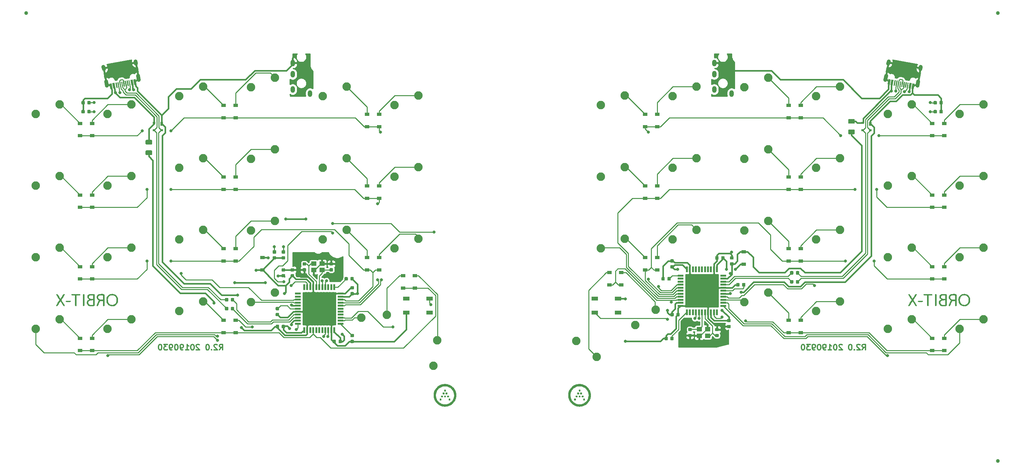
<source format=gbl>
G04 #@! TF.GenerationSoftware,KiCad,Pcbnew,(5.1.4)-1*
G04 #@! TF.CreationDate,2019-09-30T23:05:28-07:00*
G04 #@! TF.ProjectId,Orbit,4f726269-742e-46b6-9963-61645f706362,rev?*
G04 #@! TF.SameCoordinates,Original*
G04 #@! TF.FileFunction,Copper,L2,Bot*
G04 #@! TF.FilePolarity,Positive*
%FSLAX46Y46*%
G04 Gerber Fmt 4.6, Leading zero omitted, Abs format (unit mm)*
G04 Created by KiCad (PCBNEW (5.1.4)-1) date 2019-09-30 23:05:28*
%MOMM*%
%LPD*%
G04 APERTURE LIST*
%ADD10C,0.300000*%
%ADD11C,0.010000*%
%ADD12C,2.250000*%
%ADD13R,0.550000X1.500000*%
%ADD14R,1.500000X0.550000*%
%ADD15C,0.100000*%
%ADD16C,0.875000*%
%ADD17R,1.400000X1.200000*%
%ADD18C,0.600000*%
%ADD19C,0.300000*%
%ADD20C,1.000000*%
%ADD21C,1.000000*%
%ADD22R,0.700000X1.000000*%
%ADD23R,0.700000X0.600000*%
%ADD24R,1.800000X1.100000*%
%ADD25O,1.200000X1.800000*%
%ADD26C,1.250000*%
%ADD27R,1.200000X0.900000*%
%ADD28C,0.800000*%
%ADD29C,0.381000*%
%ADD30C,0.254000*%
G04 APERTURE END LIST*
D10*
X239382142Y-107834821D02*
X239882142Y-107120535D01*
X240239285Y-107834821D02*
X240239285Y-106334821D01*
X239667857Y-106334821D01*
X239525000Y-106406250D01*
X239453571Y-106477678D01*
X239382142Y-106620535D01*
X239382142Y-106834821D01*
X239453571Y-106977678D01*
X239525000Y-107049107D01*
X239667857Y-107120535D01*
X240239285Y-107120535D01*
X238810714Y-106477678D02*
X238739285Y-106406250D01*
X238596428Y-106334821D01*
X238239285Y-106334821D01*
X238096428Y-106406250D01*
X238025000Y-106477678D01*
X237953571Y-106620535D01*
X237953571Y-106763392D01*
X238025000Y-106977678D01*
X238882142Y-107834821D01*
X237953571Y-107834821D01*
X237310714Y-107691964D02*
X237239285Y-107763392D01*
X237310714Y-107834821D01*
X237382142Y-107763392D01*
X237310714Y-107691964D01*
X237310714Y-107834821D01*
X236310714Y-106334821D02*
X236167857Y-106334821D01*
X236025000Y-106406250D01*
X235953571Y-106477678D01*
X235882142Y-106620535D01*
X235810714Y-106906250D01*
X235810714Y-107263392D01*
X235882142Y-107549107D01*
X235953571Y-107691964D01*
X236025000Y-107763392D01*
X236167857Y-107834821D01*
X236310714Y-107834821D01*
X236453571Y-107763392D01*
X236525000Y-107691964D01*
X236596428Y-107549107D01*
X236667857Y-107263392D01*
X236667857Y-106906250D01*
X236596428Y-106620535D01*
X236525000Y-106477678D01*
X236453571Y-106406250D01*
X236310714Y-106334821D01*
X234096428Y-106477678D02*
X234025000Y-106406250D01*
X233882142Y-106334821D01*
X233525000Y-106334821D01*
X233382142Y-106406250D01*
X233310714Y-106477678D01*
X233239285Y-106620535D01*
X233239285Y-106763392D01*
X233310714Y-106977678D01*
X234167857Y-107834821D01*
X233239285Y-107834821D01*
X232310714Y-106334821D02*
X232167857Y-106334821D01*
X232025000Y-106406250D01*
X231953571Y-106477678D01*
X231882142Y-106620535D01*
X231810714Y-106906250D01*
X231810714Y-107263392D01*
X231882142Y-107549107D01*
X231953571Y-107691964D01*
X232025000Y-107763392D01*
X232167857Y-107834821D01*
X232310714Y-107834821D01*
X232453571Y-107763392D01*
X232525000Y-107691964D01*
X232596428Y-107549107D01*
X232667857Y-107263392D01*
X232667857Y-106906250D01*
X232596428Y-106620535D01*
X232525000Y-106477678D01*
X232453571Y-106406250D01*
X232310714Y-106334821D01*
X230382142Y-107834821D02*
X231239285Y-107834821D01*
X230810714Y-107834821D02*
X230810714Y-106334821D01*
X230953571Y-106549107D01*
X231096428Y-106691964D01*
X231239285Y-106763392D01*
X229667857Y-107834821D02*
X229382142Y-107834821D01*
X229239285Y-107763392D01*
X229167857Y-107691964D01*
X229025000Y-107477678D01*
X228953571Y-107191964D01*
X228953571Y-106620535D01*
X229025000Y-106477678D01*
X229096428Y-106406250D01*
X229239285Y-106334821D01*
X229525000Y-106334821D01*
X229667857Y-106406250D01*
X229739285Y-106477678D01*
X229810714Y-106620535D01*
X229810714Y-106977678D01*
X229739285Y-107120535D01*
X229667857Y-107191964D01*
X229525000Y-107263392D01*
X229239285Y-107263392D01*
X229096428Y-107191964D01*
X229025000Y-107120535D01*
X228953571Y-106977678D01*
X228025000Y-106334821D02*
X227882142Y-106334821D01*
X227739285Y-106406250D01*
X227667857Y-106477678D01*
X227596428Y-106620535D01*
X227525000Y-106906250D01*
X227525000Y-107263392D01*
X227596428Y-107549107D01*
X227667857Y-107691964D01*
X227739285Y-107763392D01*
X227882142Y-107834821D01*
X228025000Y-107834821D01*
X228167857Y-107763392D01*
X228239285Y-107691964D01*
X228310714Y-107549107D01*
X228382142Y-107263392D01*
X228382142Y-106906250D01*
X228310714Y-106620535D01*
X228239285Y-106477678D01*
X228167857Y-106406250D01*
X228025000Y-106334821D01*
X226810714Y-107834821D02*
X226525000Y-107834821D01*
X226382142Y-107763392D01*
X226310714Y-107691964D01*
X226167857Y-107477678D01*
X226096428Y-107191964D01*
X226096428Y-106620535D01*
X226167857Y-106477678D01*
X226239285Y-106406250D01*
X226382142Y-106334821D01*
X226667857Y-106334821D01*
X226810714Y-106406250D01*
X226882142Y-106477678D01*
X226953571Y-106620535D01*
X226953571Y-106977678D01*
X226882142Y-107120535D01*
X226810714Y-107191964D01*
X226667857Y-107263392D01*
X226382142Y-107263392D01*
X226239285Y-107191964D01*
X226167857Y-107120535D01*
X226096428Y-106977678D01*
X225596428Y-106334821D02*
X224667857Y-106334821D01*
X225167857Y-106906250D01*
X224953571Y-106906250D01*
X224810714Y-106977678D01*
X224739285Y-107049107D01*
X224667857Y-107191964D01*
X224667857Y-107549107D01*
X224739285Y-107691964D01*
X224810714Y-107763392D01*
X224953571Y-107834821D01*
X225382142Y-107834821D01*
X225525000Y-107763392D01*
X225596428Y-107691964D01*
X223739285Y-106334821D02*
X223596428Y-106334821D01*
X223453571Y-106406250D01*
X223382142Y-106477678D01*
X223310714Y-106620535D01*
X223239285Y-106906250D01*
X223239285Y-107263392D01*
X223310714Y-107549107D01*
X223382142Y-107691964D01*
X223453571Y-107763392D01*
X223596428Y-107834821D01*
X223739285Y-107834821D01*
X223882142Y-107763392D01*
X223953571Y-107691964D01*
X224025000Y-107549107D01*
X224096428Y-107263392D01*
X224096428Y-106906250D01*
X224025000Y-106620535D01*
X223953571Y-106477678D01*
X223882142Y-106406250D01*
X223739285Y-106334821D01*
X68725892Y-107834821D02*
X69225892Y-107120535D01*
X69583035Y-107834821D02*
X69583035Y-106334821D01*
X69011607Y-106334821D01*
X68868750Y-106406250D01*
X68797321Y-106477678D01*
X68725892Y-106620535D01*
X68725892Y-106834821D01*
X68797321Y-106977678D01*
X68868750Y-107049107D01*
X69011607Y-107120535D01*
X69583035Y-107120535D01*
X68154464Y-106477678D02*
X68083035Y-106406250D01*
X67940178Y-106334821D01*
X67583035Y-106334821D01*
X67440178Y-106406250D01*
X67368750Y-106477678D01*
X67297321Y-106620535D01*
X67297321Y-106763392D01*
X67368750Y-106977678D01*
X68225892Y-107834821D01*
X67297321Y-107834821D01*
X66654464Y-107691964D02*
X66583035Y-107763392D01*
X66654464Y-107834821D01*
X66725892Y-107763392D01*
X66654464Y-107691964D01*
X66654464Y-107834821D01*
X65654464Y-106334821D02*
X65511607Y-106334821D01*
X65368750Y-106406250D01*
X65297321Y-106477678D01*
X65225892Y-106620535D01*
X65154464Y-106906250D01*
X65154464Y-107263392D01*
X65225892Y-107549107D01*
X65297321Y-107691964D01*
X65368750Y-107763392D01*
X65511607Y-107834821D01*
X65654464Y-107834821D01*
X65797321Y-107763392D01*
X65868750Y-107691964D01*
X65940178Y-107549107D01*
X66011607Y-107263392D01*
X66011607Y-106906250D01*
X65940178Y-106620535D01*
X65868750Y-106477678D01*
X65797321Y-106406250D01*
X65654464Y-106334821D01*
X63440178Y-106477678D02*
X63368750Y-106406250D01*
X63225892Y-106334821D01*
X62868750Y-106334821D01*
X62725892Y-106406250D01*
X62654464Y-106477678D01*
X62583035Y-106620535D01*
X62583035Y-106763392D01*
X62654464Y-106977678D01*
X63511607Y-107834821D01*
X62583035Y-107834821D01*
X61654464Y-106334821D02*
X61511607Y-106334821D01*
X61368750Y-106406250D01*
X61297321Y-106477678D01*
X61225892Y-106620535D01*
X61154464Y-106906250D01*
X61154464Y-107263392D01*
X61225892Y-107549107D01*
X61297321Y-107691964D01*
X61368750Y-107763392D01*
X61511607Y-107834821D01*
X61654464Y-107834821D01*
X61797321Y-107763392D01*
X61868750Y-107691964D01*
X61940178Y-107549107D01*
X62011607Y-107263392D01*
X62011607Y-106906250D01*
X61940178Y-106620535D01*
X61868750Y-106477678D01*
X61797321Y-106406250D01*
X61654464Y-106334821D01*
X59725892Y-107834821D02*
X60583035Y-107834821D01*
X60154464Y-107834821D02*
X60154464Y-106334821D01*
X60297321Y-106549107D01*
X60440178Y-106691964D01*
X60583035Y-106763392D01*
X59011607Y-107834821D02*
X58725892Y-107834821D01*
X58583035Y-107763392D01*
X58511607Y-107691964D01*
X58368750Y-107477678D01*
X58297321Y-107191964D01*
X58297321Y-106620535D01*
X58368750Y-106477678D01*
X58440178Y-106406250D01*
X58583035Y-106334821D01*
X58868750Y-106334821D01*
X59011607Y-106406250D01*
X59083035Y-106477678D01*
X59154464Y-106620535D01*
X59154464Y-106977678D01*
X59083035Y-107120535D01*
X59011607Y-107191964D01*
X58868750Y-107263392D01*
X58583035Y-107263392D01*
X58440178Y-107191964D01*
X58368750Y-107120535D01*
X58297321Y-106977678D01*
X57368750Y-106334821D02*
X57225892Y-106334821D01*
X57083035Y-106406250D01*
X57011607Y-106477678D01*
X56940178Y-106620535D01*
X56868750Y-106906250D01*
X56868750Y-107263392D01*
X56940178Y-107549107D01*
X57011607Y-107691964D01*
X57083035Y-107763392D01*
X57225892Y-107834821D01*
X57368750Y-107834821D01*
X57511607Y-107763392D01*
X57583035Y-107691964D01*
X57654464Y-107549107D01*
X57725892Y-107263392D01*
X57725892Y-106906250D01*
X57654464Y-106620535D01*
X57583035Y-106477678D01*
X57511607Y-106406250D01*
X57368750Y-106334821D01*
X56154464Y-107834821D02*
X55868750Y-107834821D01*
X55725892Y-107763392D01*
X55654464Y-107691964D01*
X55511607Y-107477678D01*
X55440178Y-107191964D01*
X55440178Y-106620535D01*
X55511607Y-106477678D01*
X55583035Y-106406250D01*
X55725892Y-106334821D01*
X56011607Y-106334821D01*
X56154464Y-106406250D01*
X56225892Y-106477678D01*
X56297321Y-106620535D01*
X56297321Y-106977678D01*
X56225892Y-107120535D01*
X56154464Y-107191964D01*
X56011607Y-107263392D01*
X55725892Y-107263392D01*
X55583035Y-107191964D01*
X55511607Y-107120535D01*
X55440178Y-106977678D01*
X54940178Y-106334821D02*
X54011607Y-106334821D01*
X54511607Y-106906250D01*
X54297321Y-106906250D01*
X54154464Y-106977678D01*
X54083035Y-107049107D01*
X54011607Y-107191964D01*
X54011607Y-107549107D01*
X54083035Y-107691964D01*
X54154464Y-107763392D01*
X54297321Y-107834821D01*
X54725892Y-107834821D01*
X54868750Y-107763392D01*
X54940178Y-107691964D01*
X53083035Y-106334821D02*
X52940178Y-106334821D01*
X52797321Y-106406250D01*
X52725892Y-106477678D01*
X52654464Y-106620535D01*
X52583035Y-106906250D01*
X52583035Y-107263392D01*
X52654464Y-107549107D01*
X52725892Y-107691964D01*
X52797321Y-107763392D01*
X52940178Y-107834821D01*
X53083035Y-107834821D01*
X53225892Y-107763392D01*
X53297321Y-107691964D01*
X53368750Y-107549107D01*
X53440178Y-107263392D01*
X53440178Y-106906250D01*
X53368750Y-106620535D01*
X53297321Y-106477678D01*
X53225892Y-106406250D01*
X53083035Y-106334821D01*
D11*
G36*
X164115750Y-118776750D02*
G01*
X164520562Y-118776750D01*
X164520562Y-118371938D01*
X164115750Y-118371938D01*
X164115750Y-118776750D01*
X164115750Y-118776750D01*
G37*
X164115750Y-118776750D02*
X164520562Y-118776750D01*
X164520562Y-118371938D01*
X164115750Y-118371938D01*
X164115750Y-118776750D01*
G36*
X163710937Y-119562563D02*
G01*
X164115750Y-119562563D01*
X164115750Y-119181563D01*
X163710937Y-119181563D01*
X163710937Y-119562563D01*
X163710937Y-119562563D01*
G37*
X163710937Y-119562563D02*
X164115750Y-119562563D01*
X164115750Y-119181563D01*
X163710937Y-119181563D01*
X163710937Y-119562563D01*
G36*
X164520562Y-119562563D02*
G01*
X164901562Y-119562563D01*
X164901562Y-119181563D01*
X164520562Y-119181563D01*
X164520562Y-119562563D01*
X164520562Y-119562563D01*
G37*
X164520562Y-119562563D02*
X164901562Y-119562563D01*
X164901562Y-119181563D01*
X164520562Y-119181563D01*
X164520562Y-119562563D01*
G36*
X163329937Y-120372188D02*
G01*
X163710937Y-120372188D01*
X163710937Y-119967375D01*
X163329937Y-119967375D01*
X163329937Y-120372188D01*
X163329937Y-120372188D01*
G37*
X163329937Y-120372188D02*
X163710937Y-120372188D01*
X163710937Y-119967375D01*
X163329937Y-119967375D01*
X163329937Y-120372188D01*
G36*
X164115750Y-120372188D02*
G01*
X164520562Y-120372188D01*
X164520562Y-119967375D01*
X164115750Y-119967375D01*
X164115750Y-120372188D01*
X164115750Y-120372188D01*
G37*
X164115750Y-120372188D02*
X164520562Y-120372188D01*
X164520562Y-119967375D01*
X164115750Y-119967375D01*
X164115750Y-120372188D01*
G36*
X164901562Y-120372188D02*
G01*
X165306375Y-120372188D01*
X165306375Y-119967375D01*
X164901562Y-119967375D01*
X164901562Y-120372188D01*
X164901562Y-120372188D01*
G37*
X164901562Y-120372188D02*
X165306375Y-120372188D01*
X165306375Y-119967375D01*
X164901562Y-119967375D01*
X164901562Y-120372188D01*
G36*
X162925125Y-121158000D02*
G01*
X163329937Y-121158000D01*
X163329937Y-120753188D01*
X162925125Y-120753188D01*
X162925125Y-121158000D01*
X162925125Y-121158000D01*
G37*
X162925125Y-121158000D02*
X163329937Y-121158000D01*
X163329937Y-120753188D01*
X162925125Y-120753188D01*
X162925125Y-121158000D01*
G36*
X165306375Y-121158000D02*
G01*
X165711187Y-121158000D01*
X165711187Y-120753188D01*
X165306375Y-120753188D01*
X165306375Y-121158000D01*
X165306375Y-121158000D01*
G37*
X165306375Y-121158000D02*
X165711187Y-121158000D01*
X165711187Y-120753188D01*
X165306375Y-120753188D01*
X165306375Y-121158000D01*
G36*
X164302281Y-116884295D02*
G01*
X164178163Y-116885665D01*
X164066451Y-116889822D01*
X163963858Y-116897169D01*
X163867094Y-116908110D01*
X163772872Y-116923048D01*
X163677903Y-116942387D01*
X163578899Y-116966531D01*
X163533620Y-116978668D01*
X163325073Y-117043906D01*
X163122985Y-117123242D01*
X162928122Y-117216278D01*
X162741251Y-117322618D01*
X162563136Y-117441866D01*
X162410990Y-117559867D01*
X162253322Y-117700592D01*
X162105985Y-117852037D01*
X161969664Y-118013135D01*
X161845042Y-118182817D01*
X161732803Y-118360016D01*
X161633630Y-118543666D01*
X161548208Y-118732697D01*
X161477220Y-118926043D01*
X161428466Y-119094053D01*
X161395395Y-119234039D01*
X161370035Y-119365975D01*
X161351643Y-119495247D01*
X161339475Y-119627243D01*
X161332789Y-119767350D01*
X161332136Y-119792750D01*
X161334855Y-120011047D01*
X161353050Y-120225830D01*
X161386715Y-120437071D01*
X161435844Y-120644739D01*
X161500431Y-120848805D01*
X161564628Y-121012737D01*
X161592711Y-121078002D01*
X161616773Y-121132160D01*
X161638642Y-121178863D01*
X161660143Y-121221763D01*
X161683104Y-121264513D01*
X161709350Y-121310765D01*
X161738475Y-121360406D01*
X161857694Y-121546677D01*
X161987798Y-121721403D01*
X162128921Y-121884715D01*
X162281195Y-122036746D01*
X162444753Y-122177630D01*
X162619726Y-122307498D01*
X162802094Y-122424025D01*
X162854923Y-122454994D01*
X162900836Y-122480971D01*
X162943485Y-122503781D01*
X162986522Y-122525251D01*
X163033599Y-122547207D01*
X163088369Y-122571475D01*
X163149763Y-122597872D01*
X163245996Y-122637419D01*
X163334714Y-122670458D01*
X163421828Y-122698945D01*
X163513252Y-122724839D01*
X163595844Y-122745572D01*
X163760360Y-122781126D01*
X163917455Y-122806803D01*
X164071683Y-122823143D01*
X164227601Y-122830686D01*
X164318156Y-122831263D01*
X164369375Y-122830748D01*
X164417496Y-122830043D01*
X164459376Y-122829210D01*
X164491872Y-122828313D01*
X164511840Y-122827415D01*
X164512625Y-122827359D01*
X164728799Y-122803407D01*
X164941556Y-122764420D01*
X165150037Y-122710717D01*
X165353382Y-122642613D01*
X165550734Y-122560426D01*
X165741232Y-122464475D01*
X165924018Y-122355076D01*
X166074974Y-122250046D01*
X166247901Y-122111699D01*
X166408585Y-121963338D01*
X166556799Y-121805289D01*
X166692321Y-121637882D01*
X166814926Y-121461444D01*
X166924389Y-121276302D01*
X167020487Y-121082785D01*
X167102994Y-120881221D01*
X167171687Y-120671938D01*
X167183832Y-120628880D01*
X167210198Y-120527085D01*
X167231583Y-120430761D01*
X167248391Y-120336617D01*
X167261025Y-120241367D01*
X167269890Y-120141720D01*
X167275388Y-120034390D01*
X167277924Y-119916086D01*
X167278205Y-119860219D01*
X167277530Y-119804858D01*
X166745456Y-119804858D01*
X166745353Y-119884996D01*
X166743687Y-119964660D01*
X166740491Y-120039787D01*
X166735794Y-120106310D01*
X166732074Y-120142000D01*
X166700200Y-120339298D01*
X166653549Y-120530913D01*
X166592299Y-120716472D01*
X166516631Y-120895599D01*
X166426723Y-121067919D01*
X166322756Y-121233059D01*
X166204909Y-121390643D01*
X166073362Y-121540297D01*
X166051026Y-121563510D01*
X165916792Y-121690584D01*
X165771090Y-121808520D01*
X165616619Y-121915340D01*
X165456081Y-122009066D01*
X165410292Y-122032754D01*
X165335884Y-122069403D01*
X165270643Y-122099622D01*
X165210146Y-122125190D01*
X165149972Y-122147884D01*
X165085699Y-122169483D01*
X165020625Y-122189477D01*
X164831412Y-122238890D01*
X164645661Y-122273341D01*
X164461923Y-122292964D01*
X164278747Y-122297892D01*
X164094686Y-122288261D01*
X164028144Y-122281281D01*
X163840812Y-122252337D01*
X163661231Y-122210528D01*
X163486893Y-122155104D01*
X163315291Y-122085314D01*
X163218334Y-122039116D01*
X163047702Y-121945697D01*
X162888286Y-121841962D01*
X162739328Y-121727224D01*
X162600071Y-121600800D01*
X162469756Y-121462004D01*
X162347626Y-121310153D01*
X162239358Y-121154509D01*
X162214232Y-121113318D01*
X162184909Y-121061190D01*
X162153209Y-121001746D01*
X162120951Y-120938606D01*
X162089957Y-120875390D01*
X162062044Y-120815717D01*
X162039035Y-120763207D01*
X162025597Y-120729375D01*
X161962730Y-120537834D01*
X161915334Y-120345095D01*
X161883450Y-120151700D01*
X161867120Y-119958190D01*
X161866382Y-119765107D01*
X161881278Y-119572992D01*
X161911848Y-119382386D01*
X161921651Y-119336344D01*
X161955300Y-119200051D01*
X161993608Y-119073868D01*
X162038546Y-118952257D01*
X162092087Y-118829682D01*
X162129746Y-118752208D01*
X162223451Y-118583360D01*
X162330276Y-118422923D01*
X162449452Y-118271618D01*
X162580213Y-118130164D01*
X162721790Y-117999281D01*
X162873416Y-117879690D01*
X163034323Y-117772110D01*
X163203743Y-117677261D01*
X163347925Y-117609730D01*
X163519553Y-117543335D01*
X163692107Y-117491337D01*
X163867594Y-117453328D01*
X164048024Y-117428901D01*
X164235405Y-117417647D01*
X164298312Y-117416757D01*
X164496407Y-117423127D01*
X164688035Y-117443772D01*
X164873969Y-117478923D01*
X165054985Y-117528817D01*
X165231856Y-117593685D01*
X165405356Y-117673763D01*
X165576259Y-117769285D01*
X165676956Y-117833494D01*
X165816389Y-117935022D01*
X165950587Y-118049528D01*
X166077909Y-118175089D01*
X166196715Y-118309781D01*
X166305364Y-118451681D01*
X166402215Y-118598865D01*
X166485628Y-118749411D01*
X166520424Y-118822330D01*
X166581827Y-118967189D01*
X166632058Y-119106428D01*
X166672315Y-119244376D01*
X166703794Y-119385364D01*
X166727694Y-119533721D01*
X166736095Y-119602250D01*
X166740858Y-119659420D01*
X166743968Y-119728311D01*
X166745456Y-119804858D01*
X167277530Y-119804858D01*
X167276460Y-119717223D01*
X167270586Y-119586356D01*
X167260012Y-119464275D01*
X167244165Y-119347635D01*
X167222473Y-119233094D01*
X167194363Y-119117309D01*
X167159264Y-118996937D01*
X167116603Y-118868634D01*
X167100909Y-118824375D01*
X167022524Y-118629656D01*
X166929684Y-118441322D01*
X166822578Y-118259635D01*
X166701398Y-118084858D01*
X166566333Y-117917253D01*
X166417576Y-117757083D01*
X166255317Y-117604610D01*
X166148479Y-117514429D01*
X166062650Y-117448936D01*
X165965111Y-117381610D01*
X165859502Y-117314662D01*
X165749464Y-117250305D01*
X165638637Y-117190750D01*
X165530661Y-117138208D01*
X165524656Y-117135465D01*
X165454696Y-117105592D01*
X165373515Y-117074206D01*
X165285483Y-117042786D01*
X165194971Y-117012812D01*
X165106349Y-116985761D01*
X165023986Y-116963114D01*
X164992100Y-116955221D01*
X164898875Y-116934453D01*
X164809901Y-116917793D01*
X164721897Y-116904902D01*
X164631581Y-116895445D01*
X164535672Y-116889082D01*
X164430890Y-116885478D01*
X164313955Y-116884294D01*
X164302281Y-116884295D01*
X164302281Y-116884295D01*
G37*
X164302281Y-116884295D02*
X164178163Y-116885665D01*
X164066451Y-116889822D01*
X163963858Y-116897169D01*
X163867094Y-116908110D01*
X163772872Y-116923048D01*
X163677903Y-116942387D01*
X163578899Y-116966531D01*
X163533620Y-116978668D01*
X163325073Y-117043906D01*
X163122985Y-117123242D01*
X162928122Y-117216278D01*
X162741251Y-117322618D01*
X162563136Y-117441866D01*
X162410990Y-117559867D01*
X162253322Y-117700592D01*
X162105985Y-117852037D01*
X161969664Y-118013135D01*
X161845042Y-118182817D01*
X161732803Y-118360016D01*
X161633630Y-118543666D01*
X161548208Y-118732697D01*
X161477220Y-118926043D01*
X161428466Y-119094053D01*
X161395395Y-119234039D01*
X161370035Y-119365975D01*
X161351643Y-119495247D01*
X161339475Y-119627243D01*
X161332789Y-119767350D01*
X161332136Y-119792750D01*
X161334855Y-120011047D01*
X161353050Y-120225830D01*
X161386715Y-120437071D01*
X161435844Y-120644739D01*
X161500431Y-120848805D01*
X161564628Y-121012737D01*
X161592711Y-121078002D01*
X161616773Y-121132160D01*
X161638642Y-121178863D01*
X161660143Y-121221763D01*
X161683104Y-121264513D01*
X161709350Y-121310765D01*
X161738475Y-121360406D01*
X161857694Y-121546677D01*
X161987798Y-121721403D01*
X162128921Y-121884715D01*
X162281195Y-122036746D01*
X162444753Y-122177630D01*
X162619726Y-122307498D01*
X162802094Y-122424025D01*
X162854923Y-122454994D01*
X162900836Y-122480971D01*
X162943485Y-122503781D01*
X162986522Y-122525251D01*
X163033599Y-122547207D01*
X163088369Y-122571475D01*
X163149763Y-122597872D01*
X163245996Y-122637419D01*
X163334714Y-122670458D01*
X163421828Y-122698945D01*
X163513252Y-122724839D01*
X163595844Y-122745572D01*
X163760360Y-122781126D01*
X163917455Y-122806803D01*
X164071683Y-122823143D01*
X164227601Y-122830686D01*
X164318156Y-122831263D01*
X164369375Y-122830748D01*
X164417496Y-122830043D01*
X164459376Y-122829210D01*
X164491872Y-122828313D01*
X164511840Y-122827415D01*
X164512625Y-122827359D01*
X164728799Y-122803407D01*
X164941556Y-122764420D01*
X165150037Y-122710717D01*
X165353382Y-122642613D01*
X165550734Y-122560426D01*
X165741232Y-122464475D01*
X165924018Y-122355076D01*
X166074974Y-122250046D01*
X166247901Y-122111699D01*
X166408585Y-121963338D01*
X166556799Y-121805289D01*
X166692321Y-121637882D01*
X166814926Y-121461444D01*
X166924389Y-121276302D01*
X167020487Y-121082785D01*
X167102994Y-120881221D01*
X167171687Y-120671938D01*
X167183832Y-120628880D01*
X167210198Y-120527085D01*
X167231583Y-120430761D01*
X167248391Y-120336617D01*
X167261025Y-120241367D01*
X167269890Y-120141720D01*
X167275388Y-120034390D01*
X167277924Y-119916086D01*
X167278205Y-119860219D01*
X167277530Y-119804858D01*
X166745456Y-119804858D01*
X166745353Y-119884996D01*
X166743687Y-119964660D01*
X166740491Y-120039787D01*
X166735794Y-120106310D01*
X166732074Y-120142000D01*
X166700200Y-120339298D01*
X166653549Y-120530913D01*
X166592299Y-120716472D01*
X166516631Y-120895599D01*
X166426723Y-121067919D01*
X166322756Y-121233059D01*
X166204909Y-121390643D01*
X166073362Y-121540297D01*
X166051026Y-121563510D01*
X165916792Y-121690584D01*
X165771090Y-121808520D01*
X165616619Y-121915340D01*
X165456081Y-122009066D01*
X165410292Y-122032754D01*
X165335884Y-122069403D01*
X165270643Y-122099622D01*
X165210146Y-122125190D01*
X165149972Y-122147884D01*
X165085699Y-122169483D01*
X165020625Y-122189477D01*
X164831412Y-122238890D01*
X164645661Y-122273341D01*
X164461923Y-122292964D01*
X164278747Y-122297892D01*
X164094686Y-122288261D01*
X164028144Y-122281281D01*
X163840812Y-122252337D01*
X163661231Y-122210528D01*
X163486893Y-122155104D01*
X163315291Y-122085314D01*
X163218334Y-122039116D01*
X163047702Y-121945697D01*
X162888286Y-121841962D01*
X162739328Y-121727224D01*
X162600071Y-121600800D01*
X162469756Y-121462004D01*
X162347626Y-121310153D01*
X162239358Y-121154509D01*
X162214232Y-121113318D01*
X162184909Y-121061190D01*
X162153209Y-121001746D01*
X162120951Y-120938606D01*
X162089957Y-120875390D01*
X162062044Y-120815717D01*
X162039035Y-120763207D01*
X162025597Y-120729375D01*
X161962730Y-120537834D01*
X161915334Y-120345095D01*
X161883450Y-120151700D01*
X161867120Y-119958190D01*
X161866382Y-119765107D01*
X161881278Y-119572992D01*
X161911848Y-119382386D01*
X161921651Y-119336344D01*
X161955300Y-119200051D01*
X161993608Y-119073868D01*
X162038546Y-118952257D01*
X162092087Y-118829682D01*
X162129746Y-118752208D01*
X162223451Y-118583360D01*
X162330276Y-118422923D01*
X162449452Y-118271618D01*
X162580213Y-118130164D01*
X162721790Y-117999281D01*
X162873416Y-117879690D01*
X163034323Y-117772110D01*
X163203743Y-117677261D01*
X163347925Y-117609730D01*
X163519553Y-117543335D01*
X163692107Y-117491337D01*
X163867594Y-117453328D01*
X164048024Y-117428901D01*
X164235405Y-117417647D01*
X164298312Y-117416757D01*
X164496407Y-117423127D01*
X164688035Y-117443772D01*
X164873969Y-117478923D01*
X165054985Y-117528817D01*
X165231856Y-117593685D01*
X165405356Y-117673763D01*
X165576259Y-117769285D01*
X165676956Y-117833494D01*
X165816389Y-117935022D01*
X165950587Y-118049528D01*
X166077909Y-118175089D01*
X166196715Y-118309781D01*
X166305364Y-118451681D01*
X166402215Y-118598865D01*
X166485628Y-118749411D01*
X166520424Y-118822330D01*
X166581827Y-118967189D01*
X166632058Y-119106428D01*
X166672315Y-119244376D01*
X166703794Y-119385364D01*
X166727694Y-119533721D01*
X166736095Y-119602250D01*
X166740858Y-119659420D01*
X166743968Y-119728311D01*
X166745456Y-119804858D01*
X167277530Y-119804858D01*
X167276460Y-119717223D01*
X167270586Y-119586356D01*
X167260012Y-119464275D01*
X167244165Y-119347635D01*
X167222473Y-119233094D01*
X167194363Y-119117309D01*
X167159264Y-118996937D01*
X167116603Y-118868634D01*
X167100909Y-118824375D01*
X167022524Y-118629656D01*
X166929684Y-118441322D01*
X166822578Y-118259635D01*
X166701398Y-118084858D01*
X166566333Y-117917253D01*
X166417576Y-117757083D01*
X166255317Y-117604610D01*
X166148479Y-117514429D01*
X166062650Y-117448936D01*
X165965111Y-117381610D01*
X165859502Y-117314662D01*
X165749464Y-117250305D01*
X165638637Y-117190750D01*
X165530661Y-117138208D01*
X165524656Y-117135465D01*
X165454696Y-117105592D01*
X165373515Y-117074206D01*
X165285483Y-117042786D01*
X165194971Y-117012812D01*
X165106349Y-116985761D01*
X165023986Y-116963114D01*
X164992100Y-116955221D01*
X164898875Y-116934453D01*
X164809901Y-116917793D01*
X164721897Y-116904902D01*
X164631581Y-116895445D01*
X164535672Y-116889082D01*
X164430890Y-116885478D01*
X164313955Y-116884294D01*
X164302281Y-116884295D01*
G36*
X128397000Y-118776750D02*
G01*
X128801812Y-118776750D01*
X128801812Y-118371938D01*
X128397000Y-118371938D01*
X128397000Y-118776750D01*
X128397000Y-118776750D01*
G37*
X128397000Y-118776750D02*
X128801812Y-118776750D01*
X128801812Y-118371938D01*
X128397000Y-118371938D01*
X128397000Y-118776750D01*
G36*
X127992187Y-119562563D02*
G01*
X128397000Y-119562563D01*
X128397000Y-119181563D01*
X127992187Y-119181563D01*
X127992187Y-119562563D01*
X127992187Y-119562563D01*
G37*
X127992187Y-119562563D02*
X128397000Y-119562563D01*
X128397000Y-119181563D01*
X127992187Y-119181563D01*
X127992187Y-119562563D01*
G36*
X128801812Y-119562563D02*
G01*
X129182812Y-119562563D01*
X129182812Y-119181563D01*
X128801812Y-119181563D01*
X128801812Y-119562563D01*
X128801812Y-119562563D01*
G37*
X128801812Y-119562563D02*
X129182812Y-119562563D01*
X129182812Y-119181563D01*
X128801812Y-119181563D01*
X128801812Y-119562563D01*
G36*
X127611187Y-120372188D02*
G01*
X127992187Y-120372188D01*
X127992187Y-119967375D01*
X127611187Y-119967375D01*
X127611187Y-120372188D01*
X127611187Y-120372188D01*
G37*
X127611187Y-120372188D02*
X127992187Y-120372188D01*
X127992187Y-119967375D01*
X127611187Y-119967375D01*
X127611187Y-120372188D01*
G36*
X128397000Y-120372188D02*
G01*
X128801812Y-120372188D01*
X128801812Y-119967375D01*
X128397000Y-119967375D01*
X128397000Y-120372188D01*
X128397000Y-120372188D01*
G37*
X128397000Y-120372188D02*
X128801812Y-120372188D01*
X128801812Y-119967375D01*
X128397000Y-119967375D01*
X128397000Y-120372188D01*
G36*
X129182812Y-120372188D02*
G01*
X129587625Y-120372188D01*
X129587625Y-119967375D01*
X129182812Y-119967375D01*
X129182812Y-120372188D01*
X129182812Y-120372188D01*
G37*
X129182812Y-120372188D02*
X129587625Y-120372188D01*
X129587625Y-119967375D01*
X129182812Y-119967375D01*
X129182812Y-120372188D01*
G36*
X127206375Y-121158000D02*
G01*
X127611187Y-121158000D01*
X127611187Y-120753188D01*
X127206375Y-120753188D01*
X127206375Y-121158000D01*
X127206375Y-121158000D01*
G37*
X127206375Y-121158000D02*
X127611187Y-121158000D01*
X127611187Y-120753188D01*
X127206375Y-120753188D01*
X127206375Y-121158000D01*
G36*
X129587625Y-121158000D02*
G01*
X129992437Y-121158000D01*
X129992437Y-120753188D01*
X129587625Y-120753188D01*
X129587625Y-121158000D01*
X129587625Y-121158000D01*
G37*
X129587625Y-121158000D02*
X129992437Y-121158000D01*
X129992437Y-120753188D01*
X129587625Y-120753188D01*
X129587625Y-121158000D01*
G36*
X128583531Y-116884295D02*
G01*
X128459413Y-116885665D01*
X128347701Y-116889822D01*
X128245108Y-116897169D01*
X128148344Y-116908110D01*
X128054122Y-116923048D01*
X127959153Y-116942387D01*
X127860149Y-116966531D01*
X127814870Y-116978668D01*
X127606323Y-117043906D01*
X127404235Y-117123242D01*
X127209372Y-117216278D01*
X127022501Y-117322618D01*
X126844386Y-117441866D01*
X126692240Y-117559867D01*
X126534572Y-117700592D01*
X126387235Y-117852037D01*
X126250914Y-118013135D01*
X126126292Y-118182817D01*
X126014053Y-118360016D01*
X125914880Y-118543666D01*
X125829458Y-118732697D01*
X125758470Y-118926043D01*
X125709716Y-119094053D01*
X125676645Y-119234039D01*
X125651285Y-119365975D01*
X125632893Y-119495247D01*
X125620725Y-119627243D01*
X125614039Y-119767350D01*
X125613386Y-119792750D01*
X125616105Y-120011047D01*
X125634300Y-120225830D01*
X125667965Y-120437071D01*
X125717094Y-120644739D01*
X125781681Y-120848805D01*
X125845878Y-121012737D01*
X125873961Y-121078002D01*
X125898023Y-121132160D01*
X125919892Y-121178863D01*
X125941393Y-121221763D01*
X125964354Y-121264513D01*
X125990600Y-121310765D01*
X126019725Y-121360406D01*
X126138944Y-121546677D01*
X126269048Y-121721403D01*
X126410171Y-121884715D01*
X126562445Y-122036746D01*
X126726003Y-122177630D01*
X126900976Y-122307498D01*
X127083344Y-122424025D01*
X127136173Y-122454994D01*
X127182086Y-122480971D01*
X127224735Y-122503781D01*
X127267772Y-122525251D01*
X127314849Y-122547207D01*
X127369619Y-122571475D01*
X127431013Y-122597872D01*
X127527246Y-122637419D01*
X127615964Y-122670458D01*
X127703078Y-122698945D01*
X127794502Y-122724839D01*
X127877094Y-122745572D01*
X128041610Y-122781126D01*
X128198705Y-122806803D01*
X128352933Y-122823143D01*
X128508851Y-122830686D01*
X128599406Y-122831263D01*
X128650625Y-122830748D01*
X128698746Y-122830043D01*
X128740626Y-122829210D01*
X128773122Y-122828313D01*
X128793090Y-122827415D01*
X128793875Y-122827359D01*
X129010049Y-122803407D01*
X129222806Y-122764420D01*
X129431287Y-122710717D01*
X129634632Y-122642613D01*
X129831984Y-122560426D01*
X130022482Y-122464475D01*
X130205268Y-122355076D01*
X130356224Y-122250046D01*
X130529151Y-122111699D01*
X130689835Y-121963338D01*
X130838049Y-121805289D01*
X130973571Y-121637882D01*
X131096176Y-121461444D01*
X131205639Y-121276302D01*
X131301737Y-121082785D01*
X131384244Y-120881221D01*
X131452937Y-120671938D01*
X131465082Y-120628880D01*
X131491448Y-120527085D01*
X131512833Y-120430761D01*
X131529641Y-120336617D01*
X131542275Y-120241367D01*
X131551140Y-120141720D01*
X131556638Y-120034390D01*
X131559174Y-119916086D01*
X131559455Y-119860219D01*
X131558780Y-119804858D01*
X131026706Y-119804858D01*
X131026603Y-119884996D01*
X131024937Y-119964660D01*
X131021741Y-120039787D01*
X131017044Y-120106310D01*
X131013324Y-120142000D01*
X130981450Y-120339298D01*
X130934799Y-120530913D01*
X130873549Y-120716472D01*
X130797881Y-120895599D01*
X130707973Y-121067919D01*
X130604006Y-121233059D01*
X130486159Y-121390643D01*
X130354612Y-121540297D01*
X130332276Y-121563510D01*
X130198042Y-121690584D01*
X130052340Y-121808520D01*
X129897869Y-121915340D01*
X129737331Y-122009066D01*
X129691542Y-122032754D01*
X129617134Y-122069403D01*
X129551893Y-122099622D01*
X129491396Y-122125190D01*
X129431222Y-122147884D01*
X129366949Y-122169483D01*
X129301875Y-122189477D01*
X129112662Y-122238890D01*
X128926911Y-122273341D01*
X128743173Y-122292964D01*
X128559997Y-122297892D01*
X128375936Y-122288261D01*
X128309394Y-122281281D01*
X128122062Y-122252337D01*
X127942481Y-122210528D01*
X127768143Y-122155104D01*
X127596541Y-122085314D01*
X127499584Y-122039116D01*
X127328952Y-121945697D01*
X127169536Y-121841962D01*
X127020578Y-121727224D01*
X126881321Y-121600800D01*
X126751006Y-121462004D01*
X126628876Y-121310153D01*
X126520608Y-121154509D01*
X126495482Y-121113318D01*
X126466159Y-121061190D01*
X126434459Y-121001746D01*
X126402201Y-120938606D01*
X126371207Y-120875390D01*
X126343294Y-120815717D01*
X126320285Y-120763207D01*
X126306847Y-120729375D01*
X126243980Y-120537834D01*
X126196584Y-120345095D01*
X126164700Y-120151700D01*
X126148370Y-119958190D01*
X126147632Y-119765107D01*
X126162528Y-119572992D01*
X126193098Y-119382386D01*
X126202901Y-119336344D01*
X126236550Y-119200051D01*
X126274858Y-119073868D01*
X126319796Y-118952257D01*
X126373337Y-118829682D01*
X126410996Y-118752208D01*
X126504701Y-118583360D01*
X126611526Y-118422923D01*
X126730702Y-118271618D01*
X126861463Y-118130164D01*
X127003040Y-117999281D01*
X127154666Y-117879690D01*
X127315573Y-117772110D01*
X127484993Y-117677261D01*
X127629175Y-117609730D01*
X127800803Y-117543335D01*
X127973357Y-117491337D01*
X128148844Y-117453328D01*
X128329274Y-117428901D01*
X128516655Y-117417647D01*
X128579562Y-117416757D01*
X128777657Y-117423127D01*
X128969285Y-117443772D01*
X129155219Y-117478923D01*
X129336235Y-117528817D01*
X129513106Y-117593685D01*
X129686606Y-117673763D01*
X129857509Y-117769285D01*
X129958206Y-117833494D01*
X130097639Y-117935022D01*
X130231837Y-118049528D01*
X130359159Y-118175089D01*
X130477965Y-118309781D01*
X130586614Y-118451681D01*
X130683465Y-118598865D01*
X130766878Y-118749411D01*
X130801674Y-118822330D01*
X130863077Y-118967189D01*
X130913308Y-119106428D01*
X130953565Y-119244376D01*
X130985044Y-119385364D01*
X131008944Y-119533721D01*
X131017345Y-119602250D01*
X131022108Y-119659420D01*
X131025218Y-119728311D01*
X131026706Y-119804858D01*
X131558780Y-119804858D01*
X131557710Y-119717223D01*
X131551836Y-119586356D01*
X131541262Y-119464275D01*
X131525415Y-119347635D01*
X131503723Y-119233094D01*
X131475613Y-119117309D01*
X131440514Y-118996937D01*
X131397853Y-118868634D01*
X131382159Y-118824375D01*
X131303774Y-118629656D01*
X131210934Y-118441322D01*
X131103828Y-118259635D01*
X130982648Y-118084858D01*
X130847583Y-117917253D01*
X130698826Y-117757083D01*
X130536567Y-117604610D01*
X130429729Y-117514429D01*
X130343900Y-117448936D01*
X130246361Y-117381610D01*
X130140752Y-117314662D01*
X130030714Y-117250305D01*
X129919887Y-117190750D01*
X129811911Y-117138208D01*
X129805906Y-117135465D01*
X129735946Y-117105592D01*
X129654765Y-117074206D01*
X129566733Y-117042786D01*
X129476221Y-117012812D01*
X129387599Y-116985761D01*
X129305236Y-116963114D01*
X129273350Y-116955221D01*
X129180125Y-116934453D01*
X129091151Y-116917793D01*
X129003147Y-116904902D01*
X128912831Y-116895445D01*
X128816922Y-116889082D01*
X128712140Y-116885478D01*
X128595205Y-116884294D01*
X128583531Y-116884295D01*
X128583531Y-116884295D01*
G37*
X128583531Y-116884295D02*
X128459413Y-116885665D01*
X128347701Y-116889822D01*
X128245108Y-116897169D01*
X128148344Y-116908110D01*
X128054122Y-116923048D01*
X127959153Y-116942387D01*
X127860149Y-116966531D01*
X127814870Y-116978668D01*
X127606323Y-117043906D01*
X127404235Y-117123242D01*
X127209372Y-117216278D01*
X127022501Y-117322618D01*
X126844386Y-117441866D01*
X126692240Y-117559867D01*
X126534572Y-117700592D01*
X126387235Y-117852037D01*
X126250914Y-118013135D01*
X126126292Y-118182817D01*
X126014053Y-118360016D01*
X125914880Y-118543666D01*
X125829458Y-118732697D01*
X125758470Y-118926043D01*
X125709716Y-119094053D01*
X125676645Y-119234039D01*
X125651285Y-119365975D01*
X125632893Y-119495247D01*
X125620725Y-119627243D01*
X125614039Y-119767350D01*
X125613386Y-119792750D01*
X125616105Y-120011047D01*
X125634300Y-120225830D01*
X125667965Y-120437071D01*
X125717094Y-120644739D01*
X125781681Y-120848805D01*
X125845878Y-121012737D01*
X125873961Y-121078002D01*
X125898023Y-121132160D01*
X125919892Y-121178863D01*
X125941393Y-121221763D01*
X125964354Y-121264513D01*
X125990600Y-121310765D01*
X126019725Y-121360406D01*
X126138944Y-121546677D01*
X126269048Y-121721403D01*
X126410171Y-121884715D01*
X126562445Y-122036746D01*
X126726003Y-122177630D01*
X126900976Y-122307498D01*
X127083344Y-122424025D01*
X127136173Y-122454994D01*
X127182086Y-122480971D01*
X127224735Y-122503781D01*
X127267772Y-122525251D01*
X127314849Y-122547207D01*
X127369619Y-122571475D01*
X127431013Y-122597872D01*
X127527246Y-122637419D01*
X127615964Y-122670458D01*
X127703078Y-122698945D01*
X127794502Y-122724839D01*
X127877094Y-122745572D01*
X128041610Y-122781126D01*
X128198705Y-122806803D01*
X128352933Y-122823143D01*
X128508851Y-122830686D01*
X128599406Y-122831263D01*
X128650625Y-122830748D01*
X128698746Y-122830043D01*
X128740626Y-122829210D01*
X128773122Y-122828313D01*
X128793090Y-122827415D01*
X128793875Y-122827359D01*
X129010049Y-122803407D01*
X129222806Y-122764420D01*
X129431287Y-122710717D01*
X129634632Y-122642613D01*
X129831984Y-122560426D01*
X130022482Y-122464475D01*
X130205268Y-122355076D01*
X130356224Y-122250046D01*
X130529151Y-122111699D01*
X130689835Y-121963338D01*
X130838049Y-121805289D01*
X130973571Y-121637882D01*
X131096176Y-121461444D01*
X131205639Y-121276302D01*
X131301737Y-121082785D01*
X131384244Y-120881221D01*
X131452937Y-120671938D01*
X131465082Y-120628880D01*
X131491448Y-120527085D01*
X131512833Y-120430761D01*
X131529641Y-120336617D01*
X131542275Y-120241367D01*
X131551140Y-120141720D01*
X131556638Y-120034390D01*
X131559174Y-119916086D01*
X131559455Y-119860219D01*
X131558780Y-119804858D01*
X131026706Y-119804858D01*
X131026603Y-119884996D01*
X131024937Y-119964660D01*
X131021741Y-120039787D01*
X131017044Y-120106310D01*
X131013324Y-120142000D01*
X130981450Y-120339298D01*
X130934799Y-120530913D01*
X130873549Y-120716472D01*
X130797881Y-120895599D01*
X130707973Y-121067919D01*
X130604006Y-121233059D01*
X130486159Y-121390643D01*
X130354612Y-121540297D01*
X130332276Y-121563510D01*
X130198042Y-121690584D01*
X130052340Y-121808520D01*
X129897869Y-121915340D01*
X129737331Y-122009066D01*
X129691542Y-122032754D01*
X129617134Y-122069403D01*
X129551893Y-122099622D01*
X129491396Y-122125190D01*
X129431222Y-122147884D01*
X129366949Y-122169483D01*
X129301875Y-122189477D01*
X129112662Y-122238890D01*
X128926911Y-122273341D01*
X128743173Y-122292964D01*
X128559997Y-122297892D01*
X128375936Y-122288261D01*
X128309394Y-122281281D01*
X128122062Y-122252337D01*
X127942481Y-122210528D01*
X127768143Y-122155104D01*
X127596541Y-122085314D01*
X127499584Y-122039116D01*
X127328952Y-121945697D01*
X127169536Y-121841962D01*
X127020578Y-121727224D01*
X126881321Y-121600800D01*
X126751006Y-121462004D01*
X126628876Y-121310153D01*
X126520608Y-121154509D01*
X126495482Y-121113318D01*
X126466159Y-121061190D01*
X126434459Y-121001746D01*
X126402201Y-120938606D01*
X126371207Y-120875390D01*
X126343294Y-120815717D01*
X126320285Y-120763207D01*
X126306847Y-120729375D01*
X126243980Y-120537834D01*
X126196584Y-120345095D01*
X126164700Y-120151700D01*
X126148370Y-119958190D01*
X126147632Y-119765107D01*
X126162528Y-119572992D01*
X126193098Y-119382386D01*
X126202901Y-119336344D01*
X126236550Y-119200051D01*
X126274858Y-119073868D01*
X126319796Y-118952257D01*
X126373337Y-118829682D01*
X126410996Y-118752208D01*
X126504701Y-118583360D01*
X126611526Y-118422923D01*
X126730702Y-118271618D01*
X126861463Y-118130164D01*
X127003040Y-117999281D01*
X127154666Y-117879690D01*
X127315573Y-117772110D01*
X127484993Y-117677261D01*
X127629175Y-117609730D01*
X127800803Y-117543335D01*
X127973357Y-117491337D01*
X128148844Y-117453328D01*
X128329274Y-117428901D01*
X128516655Y-117417647D01*
X128579562Y-117416757D01*
X128777657Y-117423127D01*
X128969285Y-117443772D01*
X129155219Y-117478923D01*
X129336235Y-117528817D01*
X129513106Y-117593685D01*
X129686606Y-117673763D01*
X129857509Y-117769285D01*
X129958206Y-117833494D01*
X130097639Y-117935022D01*
X130231837Y-118049528D01*
X130359159Y-118175089D01*
X130477965Y-118309781D01*
X130586614Y-118451681D01*
X130683465Y-118598865D01*
X130766878Y-118749411D01*
X130801674Y-118822330D01*
X130863077Y-118967189D01*
X130913308Y-119106428D01*
X130953565Y-119244376D01*
X130985044Y-119385364D01*
X131008944Y-119533721D01*
X131017345Y-119602250D01*
X131022108Y-119659420D01*
X131025218Y-119728311D01*
X131026706Y-119804858D01*
X131558780Y-119804858D01*
X131557710Y-119717223D01*
X131551836Y-119586356D01*
X131541262Y-119464275D01*
X131525415Y-119347635D01*
X131503723Y-119233094D01*
X131475613Y-119117309D01*
X131440514Y-118996937D01*
X131397853Y-118868634D01*
X131382159Y-118824375D01*
X131303774Y-118629656D01*
X131210934Y-118441322D01*
X131103828Y-118259635D01*
X130982648Y-118084858D01*
X130847583Y-117917253D01*
X130698826Y-117757083D01*
X130536567Y-117604610D01*
X130429729Y-117514429D01*
X130343900Y-117448936D01*
X130246361Y-117381610D01*
X130140752Y-117314662D01*
X130030714Y-117250305D01*
X129919887Y-117190750D01*
X129811911Y-117138208D01*
X129805906Y-117135465D01*
X129735946Y-117105592D01*
X129654765Y-117074206D01*
X129566733Y-117042786D01*
X129476221Y-117012812D01*
X129387599Y-116985761D01*
X129305236Y-116963114D01*
X129273350Y-116955221D01*
X129180125Y-116934453D01*
X129091151Y-116917793D01*
X129003147Y-116904902D01*
X128912831Y-116895445D01*
X128816922Y-116889082D01*
X128712140Y-116885478D01*
X128595205Y-116884294D01*
X128583531Y-116884295D01*
G36*
X28369618Y-94726644D02*
G01*
X28202003Y-94731165D01*
X28085871Y-94739001D01*
X28017115Y-94750398D01*
X27994535Y-94761050D01*
X27961757Y-94828327D01*
X27968592Y-94904219D01*
X28011989Y-94960621D01*
X28016477Y-94963199D01*
X28066722Y-94974194D01*
X28166962Y-94983279D01*
X28307442Y-94989920D01*
X28478409Y-94993582D01*
X28580931Y-94994132D01*
X28769426Y-94993507D01*
X28907708Y-94991011D01*
X29005323Y-94985712D01*
X29071815Y-94976677D01*
X29116730Y-94962976D01*
X29149613Y-94943675D01*
X29157056Y-94937878D01*
X29203733Y-94890428D01*
X29206555Y-94843133D01*
X29190890Y-94803407D01*
X29155252Y-94725191D01*
X28592823Y-94725191D01*
X28369618Y-94726644D01*
X28369618Y-94726644D01*
G37*
X28369618Y-94726644D02*
X28202003Y-94731165D01*
X28085871Y-94739001D01*
X28017115Y-94750398D01*
X27994535Y-94761050D01*
X27961757Y-94828327D01*
X27968592Y-94904219D01*
X28011989Y-94960621D01*
X28016477Y-94963199D01*
X28066722Y-94974194D01*
X28166962Y-94983279D01*
X28307442Y-94989920D01*
X28478409Y-94993582D01*
X28580931Y-94994132D01*
X28769426Y-94993507D01*
X28907708Y-94991011D01*
X29005323Y-94985712D01*
X29071815Y-94976677D01*
X29116730Y-94962976D01*
X29149613Y-94943675D01*
X29157056Y-94937878D01*
X29203733Y-94890428D01*
X29206555Y-94843133D01*
X29190890Y-94803407D01*
X29155252Y-94725191D01*
X28592823Y-94725191D01*
X28369618Y-94726644D01*
G36*
X25448592Y-92993314D02*
G01*
X25419159Y-93042278D01*
X25418677Y-93051188D01*
X25433966Y-93091031D01*
X25477106Y-93174246D01*
X25544003Y-93293694D01*
X25630562Y-93442235D01*
X25732690Y-93612730D01*
X25846294Y-93798038D01*
X25854471Y-93811220D01*
X26290264Y-94513219D01*
X25851511Y-95217472D01*
X25736174Y-95403693D01*
X25631167Y-95575321D01*
X25540722Y-95725270D01*
X25469074Y-95846453D01*
X25420455Y-95931785D01*
X25399098Y-95974178D01*
X25398698Y-95975487D01*
X25407986Y-96036403D01*
X25434001Y-96070215D01*
X25474827Y-96093393D01*
X25527007Y-96092252D01*
X25607902Y-96068128D01*
X25648168Y-96052449D01*
X25684404Y-96031452D01*
X25721423Y-95998681D01*
X25764038Y-95947680D01*
X25817063Y-95871994D01*
X25885309Y-95765167D01*
X25973591Y-95620743D01*
X26086720Y-95432266D01*
X26105971Y-95400062D01*
X26210671Y-95227032D01*
X26306484Y-95072784D01*
X26388895Y-94944256D01*
X26453392Y-94848384D01*
X26495462Y-94792105D01*
X26509383Y-94780002D01*
X26532474Y-94806112D01*
X26580867Y-94876613D01*
X26649911Y-94984175D01*
X26734955Y-95121470D01*
X26831349Y-95281172D01*
X26887064Y-95375131D01*
X27024865Y-95604874D01*
X27137573Y-95783616D01*
X27226844Y-95913800D01*
X27294333Y-95997869D01*
X27332248Y-96032544D01*
X27435933Y-96088403D01*
X27515427Y-96093754D01*
X27564230Y-96063921D01*
X27596183Y-96008986D01*
X27600088Y-95986093D01*
X27584832Y-95950547D01*
X27541792Y-95871423D01*
X27475060Y-95755695D01*
X27388729Y-95610337D01*
X27286891Y-95442325D01*
X27173639Y-95258634D01*
X27166794Y-95247626D01*
X27053011Y-95063265D01*
X26950403Y-94894204D01*
X26863061Y-94747415D01*
X26795078Y-94629866D01*
X26750545Y-94548527D01*
X26733554Y-94510368D01*
X26733500Y-94509621D01*
X26748794Y-94473703D01*
X26791784Y-94394724D01*
X26858133Y-94280077D01*
X26943504Y-94137154D01*
X27043559Y-93973349D01*
X27125018Y-93842216D01*
X27261026Y-93624734D01*
X27368419Y-93452236D01*
X27450182Y-93318974D01*
X27509297Y-93219203D01*
X27548747Y-93147175D01*
X27571516Y-93097145D01*
X27580587Y-93063367D01*
X27578943Y-93040093D01*
X27569566Y-93021578D01*
X27558768Y-93006693D01*
X27500371Y-92972272D01*
X27415651Y-92972293D01*
X27324535Y-93003346D01*
X27249057Y-93059708D01*
X27214827Y-93105597D01*
X27156117Y-93193806D01*
X27078773Y-93315152D01*
X26988638Y-93460456D01*
X26891557Y-93620533D01*
X26883197Y-93634485D01*
X26786715Y-93795418D01*
X26698132Y-93942719D01*
X26623009Y-94067177D01*
X26566908Y-94159580D01*
X26535390Y-94210714D01*
X26533950Y-94212976D01*
X26518483Y-94234021D01*
X26502115Y-94242272D01*
X26480650Y-94232280D01*
X26449894Y-94198597D01*
X26405652Y-94135775D01*
X26343727Y-94038368D01*
X26259925Y-93900926D01*
X26150050Y-93718002D01*
X26140502Y-93702064D01*
X26037838Y-93531560D01*
X25943245Y-93376098D01*
X25861747Y-93243804D01*
X25798366Y-93142801D01*
X25758126Y-93081214D01*
X25748611Y-93068166D01*
X25678203Y-93010490D01*
X25594084Y-92978241D01*
X25512223Y-92972242D01*
X25448592Y-92993314D01*
X25448592Y-92993314D01*
G37*
X25448592Y-92993314D02*
X25419159Y-93042278D01*
X25418677Y-93051188D01*
X25433966Y-93091031D01*
X25477106Y-93174246D01*
X25544003Y-93293694D01*
X25630562Y-93442235D01*
X25732690Y-93612730D01*
X25846294Y-93798038D01*
X25854471Y-93811220D01*
X26290264Y-94513219D01*
X25851511Y-95217472D01*
X25736174Y-95403693D01*
X25631167Y-95575321D01*
X25540722Y-95725270D01*
X25469074Y-95846453D01*
X25420455Y-95931785D01*
X25399098Y-95974178D01*
X25398698Y-95975487D01*
X25407986Y-96036403D01*
X25434001Y-96070215D01*
X25474827Y-96093393D01*
X25527007Y-96092252D01*
X25607902Y-96068128D01*
X25648168Y-96052449D01*
X25684404Y-96031452D01*
X25721423Y-95998681D01*
X25764038Y-95947680D01*
X25817063Y-95871994D01*
X25885309Y-95765167D01*
X25973591Y-95620743D01*
X26086720Y-95432266D01*
X26105971Y-95400062D01*
X26210671Y-95227032D01*
X26306484Y-95072784D01*
X26388895Y-94944256D01*
X26453392Y-94848384D01*
X26495462Y-94792105D01*
X26509383Y-94780002D01*
X26532474Y-94806112D01*
X26580867Y-94876613D01*
X26649911Y-94984175D01*
X26734955Y-95121470D01*
X26831349Y-95281172D01*
X26887064Y-95375131D01*
X27024865Y-95604874D01*
X27137573Y-95783616D01*
X27226844Y-95913800D01*
X27294333Y-95997869D01*
X27332248Y-96032544D01*
X27435933Y-96088403D01*
X27515427Y-96093754D01*
X27564230Y-96063921D01*
X27596183Y-96008986D01*
X27600088Y-95986093D01*
X27584832Y-95950547D01*
X27541792Y-95871423D01*
X27475060Y-95755695D01*
X27388729Y-95610337D01*
X27286891Y-95442325D01*
X27173639Y-95258634D01*
X27166794Y-95247626D01*
X27053011Y-95063265D01*
X26950403Y-94894204D01*
X26863061Y-94747415D01*
X26795078Y-94629866D01*
X26750545Y-94548527D01*
X26733554Y-94510368D01*
X26733500Y-94509621D01*
X26748794Y-94473703D01*
X26791784Y-94394724D01*
X26858133Y-94280077D01*
X26943504Y-94137154D01*
X27043559Y-93973349D01*
X27125018Y-93842216D01*
X27261026Y-93624734D01*
X27368419Y-93452236D01*
X27450182Y-93318974D01*
X27509297Y-93219203D01*
X27548747Y-93147175D01*
X27571516Y-93097145D01*
X27580587Y-93063367D01*
X27578943Y-93040093D01*
X27569566Y-93021578D01*
X27558768Y-93006693D01*
X27500371Y-92972272D01*
X27415651Y-92972293D01*
X27324535Y-93003346D01*
X27249057Y-93059708D01*
X27214827Y-93105597D01*
X27156117Y-93193806D01*
X27078773Y-93315152D01*
X26988638Y-93460456D01*
X26891557Y-93620533D01*
X26883197Y-93634485D01*
X26786715Y-93795418D01*
X26698132Y-93942719D01*
X26623009Y-94067177D01*
X26566908Y-94159580D01*
X26535390Y-94210714D01*
X26533950Y-94212976D01*
X26518483Y-94234021D01*
X26502115Y-94242272D01*
X26480650Y-94232280D01*
X26449894Y-94198597D01*
X26405652Y-94135775D01*
X26343727Y-94038368D01*
X26259925Y-93900926D01*
X26150050Y-93718002D01*
X26140502Y-93702064D01*
X26037838Y-93531560D01*
X25943245Y-93376098D01*
X25861747Y-93243804D01*
X25798366Y-93142801D01*
X25758126Y-93081214D01*
X25748611Y-93068166D01*
X25678203Y-93010490D01*
X25594084Y-92978241D01*
X25512223Y-92972242D01*
X25448592Y-92993314D01*
G36*
X30293775Y-92962228D02*
G01*
X30068330Y-92962742D01*
X29890564Y-92964012D01*
X29754434Y-92966378D01*
X29653898Y-92970178D01*
X29582914Y-92975751D01*
X29535437Y-92983436D01*
X29505427Y-92993572D01*
X29486839Y-93006498D01*
X29473632Y-93022552D01*
X29472733Y-93023830D01*
X29443086Y-93107919D01*
X29466459Y-93183928D01*
X29533530Y-93233366D01*
X29589820Y-93243668D01*
X29692165Y-93252221D01*
X29826862Y-93258229D01*
X29980209Y-93260893D01*
X30007563Y-93260956D01*
X30409030Y-93260956D01*
X30409030Y-94620603D01*
X30409108Y-94941135D01*
X30409493Y-95207245D01*
X30410411Y-95424278D01*
X30412085Y-95597578D01*
X30414741Y-95732486D01*
X30418603Y-95834349D01*
X30423898Y-95908508D01*
X30430849Y-95960307D01*
X30439683Y-95995091D01*
X30450623Y-96018202D01*
X30463895Y-96034985D01*
X30468794Y-96040015D01*
X30537954Y-96090793D01*
X30605048Y-96090216D01*
X30671322Y-96053261D01*
X30737735Y-96006743D01*
X30737735Y-93260956D01*
X31148618Y-93260515D01*
X31350199Y-93257497D01*
X31499503Y-93247753D01*
X31603811Y-93229513D01*
X31670407Y-93201004D01*
X31706570Y-93160455D01*
X31717973Y-93121991D01*
X31705300Y-93051330D01*
X31678485Y-93010681D01*
X31660090Y-92997711D01*
X31629557Y-92987245D01*
X31580942Y-92979021D01*
X31508300Y-92972777D01*
X31405687Y-92968253D01*
X31267159Y-92965187D01*
X31086771Y-92963319D01*
X30858579Y-92962388D01*
X30576639Y-92962132D01*
X30572943Y-92962132D01*
X30293775Y-92962228D01*
X30293775Y-92962228D01*
G37*
X30293775Y-92962228D02*
X30068330Y-92962742D01*
X29890564Y-92964012D01*
X29754434Y-92966378D01*
X29653898Y-92970178D01*
X29582914Y-92975751D01*
X29535437Y-92983436D01*
X29505427Y-92993572D01*
X29486839Y-93006498D01*
X29473632Y-93022552D01*
X29472733Y-93023830D01*
X29443086Y-93107919D01*
X29466459Y-93183928D01*
X29533530Y-93233366D01*
X29589820Y-93243668D01*
X29692165Y-93252221D01*
X29826862Y-93258229D01*
X29980209Y-93260893D01*
X30007563Y-93260956D01*
X30409030Y-93260956D01*
X30409030Y-94620603D01*
X30409108Y-94941135D01*
X30409493Y-95207245D01*
X30410411Y-95424278D01*
X30412085Y-95597578D01*
X30414741Y-95732486D01*
X30418603Y-95834349D01*
X30423898Y-95908508D01*
X30430849Y-95960307D01*
X30439683Y-95995091D01*
X30450623Y-96018202D01*
X30463895Y-96034985D01*
X30468794Y-96040015D01*
X30537954Y-96090793D01*
X30605048Y-96090216D01*
X30671322Y-96053261D01*
X30737735Y-96006743D01*
X30737735Y-93260956D01*
X31148618Y-93260515D01*
X31350199Y-93257497D01*
X31499503Y-93247753D01*
X31603811Y-93229513D01*
X31670407Y-93201004D01*
X31706570Y-93160455D01*
X31717973Y-93121991D01*
X31705300Y-93051330D01*
X31678485Y-93010681D01*
X31660090Y-92997711D01*
X31629557Y-92987245D01*
X31580942Y-92979021D01*
X31508300Y-92972777D01*
X31405687Y-92968253D01*
X31267159Y-92965187D01*
X31086771Y-92963319D01*
X30858579Y-92962388D01*
X30576639Y-92962132D01*
X30572943Y-92962132D01*
X30293775Y-92962228D01*
G36*
X32550249Y-93016779D02*
G01*
X32538910Y-93033780D01*
X32529430Y-93060904D01*
X32521646Y-93103187D01*
X32515395Y-93165664D01*
X32510512Y-93253371D01*
X32506834Y-93371342D01*
X32504198Y-93524612D01*
X32502439Y-93718218D01*
X32501396Y-93957195D01*
X32500903Y-94246577D01*
X32500794Y-94539085D01*
X32500794Y-96006743D01*
X32567208Y-96053261D01*
X32642080Y-96093311D01*
X32705369Y-96088010D01*
X32773896Y-96042655D01*
X32844441Y-95985530D01*
X32844441Y-94536733D01*
X32844350Y-94204561D01*
X32843946Y-93926984D01*
X32843035Y-93698834D01*
X32841421Y-93514943D01*
X32838912Y-93370142D01*
X32835311Y-93259263D01*
X32830424Y-93177137D01*
X32824057Y-93118594D01*
X32816015Y-93078468D01*
X32806103Y-93051588D01*
X32794126Y-93032787D01*
X32787516Y-93025034D01*
X32706787Y-92971456D01*
X32620160Y-92970937D01*
X32550249Y-93016779D01*
X32550249Y-93016779D01*
G37*
X32550249Y-93016779D02*
X32538910Y-93033780D01*
X32529430Y-93060904D01*
X32521646Y-93103187D01*
X32515395Y-93165664D01*
X32510512Y-93253371D01*
X32506834Y-93371342D01*
X32504198Y-93524612D01*
X32502439Y-93718218D01*
X32501396Y-93957195D01*
X32500903Y-94246577D01*
X32500794Y-94539085D01*
X32500794Y-96006743D01*
X32567208Y-96053261D01*
X32642080Y-96093311D01*
X32705369Y-96088010D01*
X32773896Y-96042655D01*
X32844441Y-95985530D01*
X32844441Y-94536733D01*
X32844350Y-94204561D01*
X32843946Y-93926984D01*
X32843035Y-93698834D01*
X32841421Y-93514943D01*
X32838912Y-93370142D01*
X32835311Y-93259263D01*
X32830424Y-93177137D01*
X32824057Y-93118594D01*
X32816015Y-93078468D01*
X32806103Y-93051588D01*
X32794126Y-93032787D01*
X32787516Y-93025034D01*
X32706787Y-92971456D01*
X32620160Y-92970937D01*
X32550249Y-93016779D01*
G36*
X37350622Y-92937673D02*
G01*
X37302323Y-92939240D01*
X37069464Y-92951935D01*
X36883090Y-92974613D01*
X36730279Y-93010699D01*
X36598113Y-93063616D01*
X36473672Y-93136791D01*
X36423619Y-93172166D01*
X36295309Y-93302170D01*
X36205872Y-93469087D01*
X36158172Y-93662133D01*
X36155071Y-93870523D01*
X36189918Y-94052627D01*
X36235462Y-94173986D01*
X36301922Y-94276429D01*
X36389443Y-94370444D01*
X36467043Y-94442877D01*
X36529066Y-94495009D01*
X36562550Y-94515978D01*
X36563137Y-94516015D01*
X36603989Y-94526667D01*
X36675842Y-94553193D01*
X36699334Y-94562793D01*
X36811289Y-94609571D01*
X36736470Y-94689793D01*
X36673452Y-94766425D01*
X36605298Y-94862217D01*
X36584247Y-94894984D01*
X36548885Y-94960797D01*
X36498849Y-95065458D01*
X36438704Y-95198162D01*
X36373019Y-95348108D01*
X36306358Y-95504492D01*
X36243290Y-95656512D01*
X36188381Y-95793365D01*
X36146198Y-95904248D01*
X36121306Y-95978357D01*
X36116559Y-96001339D01*
X36141816Y-96052260D01*
X36204854Y-96080045D01*
X36286571Y-96079895D01*
X36347253Y-96059281D01*
X36381863Y-96036121D01*
X36415600Y-95999111D01*
X36452672Y-95940411D01*
X36497284Y-95852184D01*
X36553642Y-95726592D01*
X36625953Y-95555796D01*
X36655130Y-95485528D01*
X36748433Y-95264722D01*
X36826562Y-95093527D01*
X36894570Y-94965317D01*
X36957513Y-94873465D01*
X37020443Y-94811346D01*
X37088414Y-94772333D01*
X37166481Y-94749800D01*
X37222909Y-94741109D01*
X37343226Y-94731911D01*
X37487396Y-94728515D01*
X37595735Y-94730643D01*
X37804912Y-94740132D01*
X37819853Y-95377599D01*
X37825190Y-95589730D01*
X37830484Y-95750044D01*
X37836589Y-95866480D01*
X37844356Y-95946978D01*
X37854637Y-95999480D01*
X37868285Y-96031924D01*
X37886150Y-96052251D01*
X37892800Y-96057422D01*
X37961927Y-96094598D01*
X38024638Y-96087410D01*
X38082145Y-96053261D01*
X38148559Y-96006743D01*
X38148559Y-93678567D01*
X37820355Y-93678567D01*
X37819853Y-93863552D01*
X37819853Y-94464046D01*
X37423912Y-94449992D01*
X37247233Y-94442008D01*
X37116100Y-94431140D01*
X37016299Y-94415270D01*
X36933619Y-94392282D01*
X36870871Y-94367615D01*
X36698316Y-94264770D01*
X36573548Y-94129421D01*
X36499506Y-93966315D01*
X36479128Y-93780199D01*
X36481876Y-93739325D01*
X36521165Y-93570643D01*
X36606041Y-93436487D01*
X36741255Y-93330229D01*
X36796175Y-93300917D01*
X36876064Y-93264793D01*
X36951263Y-93240132D01*
X37037399Y-93224158D01*
X37150099Y-93214091D01*
X37304990Y-93207154D01*
X37328015Y-93206371D01*
X37486997Y-93200287D01*
X37607592Y-93198714D01*
X37695074Y-93208696D01*
X37754717Y-93237281D01*
X37791793Y-93291515D01*
X37811576Y-93378443D01*
X37819339Y-93505112D01*
X37820355Y-93678567D01*
X38148559Y-93678567D01*
X38148559Y-93119694D01*
X38071213Y-93042348D01*
X38017290Y-92999364D01*
X37948296Y-92968124D01*
X37855681Y-92947482D01*
X37730897Y-92936290D01*
X37565394Y-92933402D01*
X37350622Y-92937673D01*
X37350622Y-92937673D01*
G37*
X37350622Y-92937673D02*
X37302323Y-92939240D01*
X37069464Y-92951935D01*
X36883090Y-92974613D01*
X36730279Y-93010699D01*
X36598113Y-93063616D01*
X36473672Y-93136791D01*
X36423619Y-93172166D01*
X36295309Y-93302170D01*
X36205872Y-93469087D01*
X36158172Y-93662133D01*
X36155071Y-93870523D01*
X36189918Y-94052627D01*
X36235462Y-94173986D01*
X36301922Y-94276429D01*
X36389443Y-94370444D01*
X36467043Y-94442877D01*
X36529066Y-94495009D01*
X36562550Y-94515978D01*
X36563137Y-94516015D01*
X36603989Y-94526667D01*
X36675842Y-94553193D01*
X36699334Y-94562793D01*
X36811289Y-94609571D01*
X36736470Y-94689793D01*
X36673452Y-94766425D01*
X36605298Y-94862217D01*
X36584247Y-94894984D01*
X36548885Y-94960797D01*
X36498849Y-95065458D01*
X36438704Y-95198162D01*
X36373019Y-95348108D01*
X36306358Y-95504492D01*
X36243290Y-95656512D01*
X36188381Y-95793365D01*
X36146198Y-95904248D01*
X36121306Y-95978357D01*
X36116559Y-96001339D01*
X36141816Y-96052260D01*
X36204854Y-96080045D01*
X36286571Y-96079895D01*
X36347253Y-96059281D01*
X36381863Y-96036121D01*
X36415600Y-95999111D01*
X36452672Y-95940411D01*
X36497284Y-95852184D01*
X36553642Y-95726592D01*
X36625953Y-95555796D01*
X36655130Y-95485528D01*
X36748433Y-95264722D01*
X36826562Y-95093527D01*
X36894570Y-94965317D01*
X36957513Y-94873465D01*
X37020443Y-94811346D01*
X37088414Y-94772333D01*
X37166481Y-94749800D01*
X37222909Y-94741109D01*
X37343226Y-94731911D01*
X37487396Y-94728515D01*
X37595735Y-94730643D01*
X37804912Y-94740132D01*
X37819853Y-95377599D01*
X37825190Y-95589730D01*
X37830484Y-95750044D01*
X37836589Y-95866480D01*
X37844356Y-95946978D01*
X37854637Y-95999480D01*
X37868285Y-96031924D01*
X37886150Y-96052251D01*
X37892800Y-96057422D01*
X37961927Y-96094598D01*
X38024638Y-96087410D01*
X38082145Y-96053261D01*
X38148559Y-96006743D01*
X38148559Y-93678567D01*
X37820355Y-93678567D01*
X37819853Y-93863552D01*
X37819853Y-94464046D01*
X37423912Y-94449992D01*
X37247233Y-94442008D01*
X37116100Y-94431140D01*
X37016299Y-94415270D01*
X36933619Y-94392282D01*
X36870871Y-94367615D01*
X36698316Y-94264770D01*
X36573548Y-94129421D01*
X36499506Y-93966315D01*
X36479128Y-93780199D01*
X36481876Y-93739325D01*
X36521165Y-93570643D01*
X36606041Y-93436487D01*
X36741255Y-93330229D01*
X36796175Y-93300917D01*
X36876064Y-93264793D01*
X36951263Y-93240132D01*
X37037399Y-93224158D01*
X37150099Y-93214091D01*
X37304990Y-93207154D01*
X37328015Y-93206371D01*
X37486997Y-93200287D01*
X37607592Y-93198714D01*
X37695074Y-93208696D01*
X37754717Y-93237281D01*
X37791793Y-93291515D01*
X37811576Y-93378443D01*
X37819339Y-93505112D01*
X37820355Y-93678567D01*
X38148559Y-93678567D01*
X38148559Y-93119694D01*
X38071213Y-93042348D01*
X38017290Y-92999364D01*
X37948296Y-92968124D01*
X37855681Y-92947482D01*
X37730897Y-92936290D01*
X37565394Y-92933402D01*
X37350622Y-92937673D01*
G36*
X34626360Y-92950156D02*
G01*
X34481621Y-92953641D01*
X34373620Y-92960384D01*
X34290848Y-92971528D01*
X34221797Y-92988214D01*
X34154956Y-93011584D01*
X34144324Y-93015771D01*
X33952762Y-93116308D01*
X33812312Y-93246578D01*
X33720604Y-93409641D01*
X33675266Y-93608559D01*
X33673825Y-93623280D01*
X33669122Y-93737134D01*
X33683702Y-93828716D01*
X33723691Y-93930066D01*
X33738320Y-93960568D01*
X33849270Y-94125224D01*
X33998866Y-94255695D01*
X34173059Y-94339857D01*
X34180409Y-94342110D01*
X34251266Y-94372806D01*
X34273838Y-94402597D01*
X34245571Y-94422663D01*
X34204802Y-94426368D01*
X34118273Y-94443588D01*
X34006271Y-94488433D01*
X33889576Y-94550679D01*
X33788968Y-94620101D01*
X33760705Y-94644866D01*
X33635811Y-94795061D01*
X33562663Y-94962730D01*
X33535750Y-95160793D01*
X33535503Y-95172750D01*
X33546438Y-95383014D01*
X33590198Y-95555385D01*
X33672305Y-95705133D01*
X33769036Y-95818624D01*
X33874547Y-95916363D01*
X33980916Y-95990347D01*
X34098931Y-96043895D01*
X34239378Y-96080327D01*
X34413045Y-96102961D01*
X34630719Y-96115115D01*
X34741971Y-96117975D01*
X34911170Y-96119464D01*
X35067102Y-96117531D01*
X35196337Y-96112582D01*
X35285447Y-96105026D01*
X35309263Y-96100787D01*
X35402184Y-96059462D01*
X35480486Y-95996562D01*
X35481086Y-95995868D01*
X35548794Y-95917153D01*
X35548794Y-94545897D01*
X35220088Y-94545897D01*
X35220088Y-95174389D01*
X35219930Y-95383226D01*
X35218919Y-95540149D01*
X35216249Y-95653008D01*
X35211115Y-95729654D01*
X35202713Y-95777937D01*
X35190236Y-95805708D01*
X35172880Y-95820818D01*
X35152853Y-95829907D01*
X35080889Y-95845065D01*
X34966191Y-95854377D01*
X34825503Y-95857881D01*
X34675564Y-95855618D01*
X34533116Y-95847627D01*
X34414902Y-95833948D01*
X34383569Y-95828087D01*
X34194971Y-95759987D01*
X34043966Y-95648001D01*
X33935541Y-95498234D01*
X33874687Y-95316791D01*
X33863037Y-95191164D01*
X33882445Y-95010072D01*
X33945432Y-94860482D01*
X34053829Y-94741284D01*
X34209466Y-94651367D01*
X34414174Y-94589621D01*
X34669784Y-94554934D01*
X34926753Y-94545897D01*
X35220088Y-94545897D01*
X35548794Y-94545897D01*
X35548794Y-94545637D01*
X35548153Y-94172106D01*
X35546206Y-93856821D01*
X35542920Y-93598279D01*
X35542244Y-93568768D01*
X35220341Y-93568768D01*
X35220088Y-93750086D01*
X35218923Y-93914973D01*
X35215702Y-94058468D01*
X35210836Y-94170114D01*
X35204736Y-94239455D01*
X35200167Y-94257034D01*
X35157960Y-94269035D01*
X35071092Y-94275337D01*
X34954367Y-94276213D01*
X34822591Y-94271935D01*
X34690567Y-94262777D01*
X34573100Y-94249011D01*
X34548558Y-94245024D01*
X34338097Y-94188259D01*
X34176729Y-94100382D01*
X34065572Y-93982441D01*
X34005746Y-93835483D01*
X33994912Y-93726718D01*
X34015230Y-93557811D01*
X34079154Y-93426477D01*
X34191141Y-93325137D01*
X34250957Y-93291013D01*
X34325474Y-93257258D01*
X34400806Y-93234419D01*
X34492528Y-93219814D01*
X34616216Y-93210759D01*
X34745730Y-93205799D01*
X34911793Y-93200448D01*
X35033858Y-93201263D01*
X35118671Y-93215984D01*
X35172979Y-93252354D01*
X35203528Y-93318113D01*
X35217067Y-93421004D01*
X35220341Y-93568768D01*
X35542244Y-93568768D01*
X35538258Y-93394975D01*
X35532187Y-93245404D01*
X35524673Y-93148062D01*
X35515680Y-93101445D01*
X35515611Y-93101292D01*
X35485739Y-93048995D01*
X35444809Y-93009909D01*
X35384510Y-92982213D01*
X35296531Y-92964087D01*
X35172559Y-92953711D01*
X35004284Y-92949264D01*
X34819347Y-92948788D01*
X34626360Y-92950156D01*
X34626360Y-92950156D01*
G37*
X34626360Y-92950156D02*
X34481621Y-92953641D01*
X34373620Y-92960384D01*
X34290848Y-92971528D01*
X34221797Y-92988214D01*
X34154956Y-93011584D01*
X34144324Y-93015771D01*
X33952762Y-93116308D01*
X33812312Y-93246578D01*
X33720604Y-93409641D01*
X33675266Y-93608559D01*
X33673825Y-93623280D01*
X33669122Y-93737134D01*
X33683702Y-93828716D01*
X33723691Y-93930066D01*
X33738320Y-93960568D01*
X33849270Y-94125224D01*
X33998866Y-94255695D01*
X34173059Y-94339857D01*
X34180409Y-94342110D01*
X34251266Y-94372806D01*
X34273838Y-94402597D01*
X34245571Y-94422663D01*
X34204802Y-94426368D01*
X34118273Y-94443588D01*
X34006271Y-94488433D01*
X33889576Y-94550679D01*
X33788968Y-94620101D01*
X33760705Y-94644866D01*
X33635811Y-94795061D01*
X33562663Y-94962730D01*
X33535750Y-95160793D01*
X33535503Y-95172750D01*
X33546438Y-95383014D01*
X33590198Y-95555385D01*
X33672305Y-95705133D01*
X33769036Y-95818624D01*
X33874547Y-95916363D01*
X33980916Y-95990347D01*
X34098931Y-96043895D01*
X34239378Y-96080327D01*
X34413045Y-96102961D01*
X34630719Y-96115115D01*
X34741971Y-96117975D01*
X34911170Y-96119464D01*
X35067102Y-96117531D01*
X35196337Y-96112582D01*
X35285447Y-96105026D01*
X35309263Y-96100787D01*
X35402184Y-96059462D01*
X35480486Y-95996562D01*
X35481086Y-95995868D01*
X35548794Y-95917153D01*
X35548794Y-94545897D01*
X35220088Y-94545897D01*
X35220088Y-95174389D01*
X35219930Y-95383226D01*
X35218919Y-95540149D01*
X35216249Y-95653008D01*
X35211115Y-95729654D01*
X35202713Y-95777937D01*
X35190236Y-95805708D01*
X35172880Y-95820818D01*
X35152853Y-95829907D01*
X35080889Y-95845065D01*
X34966191Y-95854377D01*
X34825503Y-95857881D01*
X34675564Y-95855618D01*
X34533116Y-95847627D01*
X34414902Y-95833948D01*
X34383569Y-95828087D01*
X34194971Y-95759987D01*
X34043966Y-95648001D01*
X33935541Y-95498234D01*
X33874687Y-95316791D01*
X33863037Y-95191164D01*
X33882445Y-95010072D01*
X33945432Y-94860482D01*
X34053829Y-94741284D01*
X34209466Y-94651367D01*
X34414174Y-94589621D01*
X34669784Y-94554934D01*
X34926753Y-94545897D01*
X35220088Y-94545897D01*
X35548794Y-94545897D01*
X35548794Y-94545637D01*
X35548153Y-94172106D01*
X35546206Y-93856821D01*
X35542920Y-93598279D01*
X35542244Y-93568768D01*
X35220341Y-93568768D01*
X35220088Y-93750086D01*
X35218923Y-93914973D01*
X35215702Y-94058468D01*
X35210836Y-94170114D01*
X35204736Y-94239455D01*
X35200167Y-94257034D01*
X35157960Y-94269035D01*
X35071092Y-94275337D01*
X34954367Y-94276213D01*
X34822591Y-94271935D01*
X34690567Y-94262777D01*
X34573100Y-94249011D01*
X34548558Y-94245024D01*
X34338097Y-94188259D01*
X34176729Y-94100382D01*
X34065572Y-93982441D01*
X34005746Y-93835483D01*
X33994912Y-93726718D01*
X34015230Y-93557811D01*
X34079154Y-93426477D01*
X34191141Y-93325137D01*
X34250957Y-93291013D01*
X34325474Y-93257258D01*
X34400806Y-93234419D01*
X34492528Y-93219814D01*
X34616216Y-93210759D01*
X34745730Y-93205799D01*
X34911793Y-93200448D01*
X35033858Y-93201263D01*
X35118671Y-93215984D01*
X35172979Y-93252354D01*
X35203528Y-93318113D01*
X35217067Y-93421004D01*
X35220341Y-93568768D01*
X35542244Y-93568768D01*
X35538258Y-93394975D01*
X35532187Y-93245404D01*
X35524673Y-93148062D01*
X35515680Y-93101445D01*
X35515611Y-93101292D01*
X35485739Y-93048995D01*
X35444809Y-93009909D01*
X35384510Y-92982213D01*
X35296531Y-92964087D01*
X35172559Y-92953711D01*
X35004284Y-92949264D01*
X34819347Y-92948788D01*
X34626360Y-92950156D01*
G36*
X39949396Y-92951217D02*
G01*
X39687204Y-93010242D01*
X39455714Y-93112509D01*
X39246762Y-93261205D01*
X39135293Y-93367249D01*
X38968797Y-93569406D01*
X38847272Y-93786078D01*
X38767875Y-94025938D01*
X38727763Y-94297661D01*
X38724095Y-94609921D01*
X38724544Y-94620603D01*
X38744936Y-94881734D01*
X38784499Y-95098538D01*
X38848412Y-95284793D01*
X38941856Y-95454276D01*
X39070010Y-95620764D01*
X39122626Y-95679369D01*
X39309952Y-95844637D01*
X39531381Y-95979567D01*
X39766985Y-96073072D01*
X39878344Y-96099816D01*
X40064875Y-96121463D01*
X40276194Y-96125594D01*
X40484927Y-96112788D01*
X40663701Y-96083622D01*
X40665470Y-96083195D01*
X40929414Y-95991419D01*
X41162509Y-95849921D01*
X41315009Y-95715303D01*
X41497758Y-95488816D01*
X41634023Y-95228859D01*
X41722348Y-94941261D01*
X41760843Y-94635287D01*
X41413399Y-94635287D01*
X41380051Y-94903993D01*
X41308301Y-95148481D01*
X41270286Y-95233191D01*
X41141610Y-95432907D01*
X40975300Y-95603687D01*
X40783198Y-95735937D01*
X40577146Y-95820066D01*
X40532498Y-95830872D01*
X40341489Y-95852809D01*
X40130712Y-95846906D01*
X39924837Y-95815488D01*
X39748536Y-95760879D01*
X39737371Y-95755992D01*
X39553779Y-95645677D01*
X39384181Y-95491856D01*
X39244480Y-95310757D01*
X39175817Y-95182906D01*
X39134800Y-95067738D01*
X39096686Y-94922459D01*
X39069091Y-94776538D01*
X39067084Y-94762152D01*
X39050831Y-94461162D01*
X39082879Y-94178572D01*
X39160686Y-93920027D01*
X39281711Y-93691172D01*
X39443411Y-93497652D01*
X39643243Y-93345112D01*
X39725212Y-93300737D01*
X39807614Y-93263096D01*
X39880971Y-93238711D01*
X39962249Y-93224730D01*
X40068412Y-93218302D01*
X40216427Y-93216575D01*
X40226011Y-93216560D01*
X40374218Y-93217446D01*
X40480177Y-93222715D01*
X40561392Y-93235599D01*
X40635370Y-93259332D01*
X40719615Y-93297147D01*
X40754475Y-93314164D01*
X40937294Y-93428513D01*
X41101014Y-93576860D01*
X41229933Y-93743529D01*
X41281747Y-93840540D01*
X41364376Y-94087893D01*
X41408217Y-94358031D01*
X41413399Y-94635287D01*
X41760843Y-94635287D01*
X41761276Y-94631851D01*
X41749352Y-94306457D01*
X41717156Y-94105847D01*
X41629198Y-93813461D01*
X41495677Y-93558017D01*
X41320070Y-93342298D01*
X41105856Y-93169086D01*
X40856510Y-93041163D01*
X40575511Y-92961312D01*
X40266335Y-92932315D01*
X40250458Y-92932250D01*
X39949396Y-92951217D01*
X39949396Y-92951217D01*
G37*
X39949396Y-92951217D02*
X39687204Y-93010242D01*
X39455714Y-93112509D01*
X39246762Y-93261205D01*
X39135293Y-93367249D01*
X38968797Y-93569406D01*
X38847272Y-93786078D01*
X38767875Y-94025938D01*
X38727763Y-94297661D01*
X38724095Y-94609921D01*
X38724544Y-94620603D01*
X38744936Y-94881734D01*
X38784499Y-95098538D01*
X38848412Y-95284793D01*
X38941856Y-95454276D01*
X39070010Y-95620764D01*
X39122626Y-95679369D01*
X39309952Y-95844637D01*
X39531381Y-95979567D01*
X39766985Y-96073072D01*
X39878344Y-96099816D01*
X40064875Y-96121463D01*
X40276194Y-96125594D01*
X40484927Y-96112788D01*
X40663701Y-96083622D01*
X40665470Y-96083195D01*
X40929414Y-95991419D01*
X41162509Y-95849921D01*
X41315009Y-95715303D01*
X41497758Y-95488816D01*
X41634023Y-95228859D01*
X41722348Y-94941261D01*
X41760843Y-94635287D01*
X41413399Y-94635287D01*
X41380051Y-94903993D01*
X41308301Y-95148481D01*
X41270286Y-95233191D01*
X41141610Y-95432907D01*
X40975300Y-95603687D01*
X40783198Y-95735937D01*
X40577146Y-95820066D01*
X40532498Y-95830872D01*
X40341489Y-95852809D01*
X40130712Y-95846906D01*
X39924837Y-95815488D01*
X39748536Y-95760879D01*
X39737371Y-95755992D01*
X39553779Y-95645677D01*
X39384181Y-95491856D01*
X39244480Y-95310757D01*
X39175817Y-95182906D01*
X39134800Y-95067738D01*
X39096686Y-94922459D01*
X39069091Y-94776538D01*
X39067084Y-94762152D01*
X39050831Y-94461162D01*
X39082879Y-94178572D01*
X39160686Y-93920027D01*
X39281711Y-93691172D01*
X39443411Y-93497652D01*
X39643243Y-93345112D01*
X39725212Y-93300737D01*
X39807614Y-93263096D01*
X39880971Y-93238711D01*
X39962249Y-93224730D01*
X40068412Y-93218302D01*
X40216427Y-93216575D01*
X40226011Y-93216560D01*
X40374218Y-93217446D01*
X40480177Y-93222715D01*
X40561392Y-93235599D01*
X40635370Y-93259332D01*
X40719615Y-93297147D01*
X40754475Y-93314164D01*
X40937294Y-93428513D01*
X41101014Y-93576860D01*
X41229933Y-93743529D01*
X41281747Y-93840540D01*
X41364376Y-94087893D01*
X41408217Y-94358031D01*
X41413399Y-94635287D01*
X41760843Y-94635287D01*
X41761276Y-94631851D01*
X41749352Y-94306457D01*
X41717156Y-94105847D01*
X41629198Y-93813461D01*
X41495677Y-93558017D01*
X41320070Y-93342298D01*
X41105856Y-93169086D01*
X40856510Y-93041163D01*
X40575511Y-92961312D01*
X40266335Y-92932315D01*
X40250458Y-92932250D01*
X39949396Y-92951217D01*
G36*
X254588368Y-94726644D02*
G01*
X254420753Y-94731165D01*
X254304621Y-94739001D01*
X254235865Y-94750398D01*
X254213285Y-94761050D01*
X254180507Y-94828327D01*
X254187342Y-94904219D01*
X254230739Y-94960621D01*
X254235227Y-94963199D01*
X254285472Y-94974194D01*
X254385712Y-94983279D01*
X254526192Y-94989920D01*
X254697159Y-94993582D01*
X254799681Y-94994132D01*
X254988176Y-94993507D01*
X255126458Y-94991011D01*
X255224073Y-94985712D01*
X255290565Y-94976677D01*
X255335480Y-94962976D01*
X255368363Y-94943675D01*
X255375806Y-94937878D01*
X255422483Y-94890428D01*
X255425305Y-94843133D01*
X255409640Y-94803407D01*
X255374002Y-94725191D01*
X254811573Y-94725191D01*
X254588368Y-94726644D01*
X254588368Y-94726644D01*
G37*
X254588368Y-94726644D02*
X254420753Y-94731165D01*
X254304621Y-94739001D01*
X254235865Y-94750398D01*
X254213285Y-94761050D01*
X254180507Y-94828327D01*
X254187342Y-94904219D01*
X254230739Y-94960621D01*
X254235227Y-94963199D01*
X254285472Y-94974194D01*
X254385712Y-94983279D01*
X254526192Y-94989920D01*
X254697159Y-94993582D01*
X254799681Y-94994132D01*
X254988176Y-94993507D01*
X255126458Y-94991011D01*
X255224073Y-94985712D01*
X255290565Y-94976677D01*
X255335480Y-94962976D01*
X255368363Y-94943675D01*
X255375806Y-94937878D01*
X255422483Y-94890428D01*
X255425305Y-94843133D01*
X255409640Y-94803407D01*
X255374002Y-94725191D01*
X254811573Y-94725191D01*
X254588368Y-94726644D01*
G36*
X251667342Y-92993314D02*
G01*
X251637909Y-93042278D01*
X251637427Y-93051188D01*
X251652716Y-93091031D01*
X251695856Y-93174246D01*
X251762753Y-93293694D01*
X251849312Y-93442235D01*
X251951440Y-93612730D01*
X252065044Y-93798038D01*
X252073221Y-93811220D01*
X252509014Y-94513219D01*
X252070261Y-95217472D01*
X251954924Y-95403693D01*
X251849917Y-95575321D01*
X251759472Y-95725270D01*
X251687824Y-95846453D01*
X251639205Y-95931785D01*
X251617848Y-95974178D01*
X251617448Y-95975487D01*
X251626736Y-96036403D01*
X251652751Y-96070215D01*
X251693577Y-96093393D01*
X251745757Y-96092252D01*
X251826652Y-96068128D01*
X251866918Y-96052449D01*
X251903154Y-96031452D01*
X251940173Y-95998681D01*
X251982788Y-95947680D01*
X252035813Y-95871994D01*
X252104059Y-95765167D01*
X252192341Y-95620743D01*
X252305470Y-95432266D01*
X252324721Y-95400062D01*
X252429421Y-95227032D01*
X252525234Y-95072784D01*
X252607645Y-94944256D01*
X252672142Y-94848384D01*
X252714212Y-94792105D01*
X252728133Y-94780002D01*
X252751224Y-94806112D01*
X252799617Y-94876613D01*
X252868661Y-94984175D01*
X252953705Y-95121470D01*
X253050099Y-95281172D01*
X253105814Y-95375131D01*
X253243615Y-95604874D01*
X253356323Y-95783616D01*
X253445594Y-95913800D01*
X253513083Y-95997869D01*
X253550998Y-96032544D01*
X253654683Y-96088403D01*
X253734177Y-96093754D01*
X253782980Y-96063921D01*
X253814933Y-96008986D01*
X253818838Y-95986093D01*
X253803582Y-95950547D01*
X253760542Y-95871423D01*
X253693810Y-95755695D01*
X253607479Y-95610337D01*
X253505641Y-95442325D01*
X253392389Y-95258634D01*
X253385544Y-95247626D01*
X253271761Y-95063265D01*
X253169153Y-94894204D01*
X253081811Y-94747415D01*
X253013828Y-94629866D01*
X252969295Y-94548527D01*
X252952304Y-94510368D01*
X252952250Y-94509621D01*
X252967544Y-94473703D01*
X253010534Y-94394724D01*
X253076883Y-94280077D01*
X253162254Y-94137154D01*
X253262309Y-93973349D01*
X253343768Y-93842216D01*
X253479776Y-93624734D01*
X253587169Y-93452236D01*
X253668932Y-93318974D01*
X253728047Y-93219203D01*
X253767497Y-93147175D01*
X253790266Y-93097145D01*
X253799337Y-93063367D01*
X253797693Y-93040093D01*
X253788316Y-93021578D01*
X253777518Y-93006693D01*
X253719121Y-92972272D01*
X253634401Y-92972293D01*
X253543285Y-93003346D01*
X253467807Y-93059708D01*
X253433577Y-93105597D01*
X253374867Y-93193806D01*
X253297523Y-93315152D01*
X253207388Y-93460456D01*
X253110307Y-93620533D01*
X253101947Y-93634485D01*
X253005465Y-93795418D01*
X252916882Y-93942719D01*
X252841759Y-94067177D01*
X252785658Y-94159580D01*
X252754140Y-94210714D01*
X252752700Y-94212976D01*
X252737233Y-94234021D01*
X252720865Y-94242272D01*
X252699400Y-94232280D01*
X252668644Y-94198597D01*
X252624402Y-94135775D01*
X252562477Y-94038368D01*
X252478675Y-93900926D01*
X252368800Y-93718002D01*
X252359252Y-93702064D01*
X252256588Y-93531560D01*
X252161995Y-93376098D01*
X252080497Y-93243804D01*
X252017116Y-93142801D01*
X251976876Y-93081214D01*
X251967361Y-93068166D01*
X251896953Y-93010490D01*
X251812834Y-92978241D01*
X251730973Y-92972242D01*
X251667342Y-92993314D01*
X251667342Y-92993314D01*
G37*
X251667342Y-92993314D02*
X251637909Y-93042278D01*
X251637427Y-93051188D01*
X251652716Y-93091031D01*
X251695856Y-93174246D01*
X251762753Y-93293694D01*
X251849312Y-93442235D01*
X251951440Y-93612730D01*
X252065044Y-93798038D01*
X252073221Y-93811220D01*
X252509014Y-94513219D01*
X252070261Y-95217472D01*
X251954924Y-95403693D01*
X251849917Y-95575321D01*
X251759472Y-95725270D01*
X251687824Y-95846453D01*
X251639205Y-95931785D01*
X251617848Y-95974178D01*
X251617448Y-95975487D01*
X251626736Y-96036403D01*
X251652751Y-96070215D01*
X251693577Y-96093393D01*
X251745757Y-96092252D01*
X251826652Y-96068128D01*
X251866918Y-96052449D01*
X251903154Y-96031452D01*
X251940173Y-95998681D01*
X251982788Y-95947680D01*
X252035813Y-95871994D01*
X252104059Y-95765167D01*
X252192341Y-95620743D01*
X252305470Y-95432266D01*
X252324721Y-95400062D01*
X252429421Y-95227032D01*
X252525234Y-95072784D01*
X252607645Y-94944256D01*
X252672142Y-94848384D01*
X252714212Y-94792105D01*
X252728133Y-94780002D01*
X252751224Y-94806112D01*
X252799617Y-94876613D01*
X252868661Y-94984175D01*
X252953705Y-95121470D01*
X253050099Y-95281172D01*
X253105814Y-95375131D01*
X253243615Y-95604874D01*
X253356323Y-95783616D01*
X253445594Y-95913800D01*
X253513083Y-95997869D01*
X253550998Y-96032544D01*
X253654683Y-96088403D01*
X253734177Y-96093754D01*
X253782980Y-96063921D01*
X253814933Y-96008986D01*
X253818838Y-95986093D01*
X253803582Y-95950547D01*
X253760542Y-95871423D01*
X253693810Y-95755695D01*
X253607479Y-95610337D01*
X253505641Y-95442325D01*
X253392389Y-95258634D01*
X253385544Y-95247626D01*
X253271761Y-95063265D01*
X253169153Y-94894204D01*
X253081811Y-94747415D01*
X253013828Y-94629866D01*
X252969295Y-94548527D01*
X252952304Y-94510368D01*
X252952250Y-94509621D01*
X252967544Y-94473703D01*
X253010534Y-94394724D01*
X253076883Y-94280077D01*
X253162254Y-94137154D01*
X253262309Y-93973349D01*
X253343768Y-93842216D01*
X253479776Y-93624734D01*
X253587169Y-93452236D01*
X253668932Y-93318974D01*
X253728047Y-93219203D01*
X253767497Y-93147175D01*
X253790266Y-93097145D01*
X253799337Y-93063367D01*
X253797693Y-93040093D01*
X253788316Y-93021578D01*
X253777518Y-93006693D01*
X253719121Y-92972272D01*
X253634401Y-92972293D01*
X253543285Y-93003346D01*
X253467807Y-93059708D01*
X253433577Y-93105597D01*
X253374867Y-93193806D01*
X253297523Y-93315152D01*
X253207388Y-93460456D01*
X253110307Y-93620533D01*
X253101947Y-93634485D01*
X253005465Y-93795418D01*
X252916882Y-93942719D01*
X252841759Y-94067177D01*
X252785658Y-94159580D01*
X252754140Y-94210714D01*
X252752700Y-94212976D01*
X252737233Y-94234021D01*
X252720865Y-94242272D01*
X252699400Y-94232280D01*
X252668644Y-94198597D01*
X252624402Y-94135775D01*
X252562477Y-94038368D01*
X252478675Y-93900926D01*
X252368800Y-93718002D01*
X252359252Y-93702064D01*
X252256588Y-93531560D01*
X252161995Y-93376098D01*
X252080497Y-93243804D01*
X252017116Y-93142801D01*
X251976876Y-93081214D01*
X251967361Y-93068166D01*
X251896953Y-93010490D01*
X251812834Y-92978241D01*
X251730973Y-92972242D01*
X251667342Y-92993314D01*
G36*
X256512525Y-92962228D02*
G01*
X256287080Y-92962742D01*
X256109314Y-92964012D01*
X255973184Y-92966378D01*
X255872648Y-92970178D01*
X255801664Y-92975751D01*
X255754187Y-92983436D01*
X255724177Y-92993572D01*
X255705589Y-93006498D01*
X255692382Y-93022552D01*
X255691483Y-93023830D01*
X255661836Y-93107919D01*
X255685209Y-93183928D01*
X255752280Y-93233366D01*
X255808570Y-93243668D01*
X255910915Y-93252221D01*
X256045612Y-93258229D01*
X256198959Y-93260893D01*
X256226313Y-93260956D01*
X256627780Y-93260956D01*
X256627780Y-94620603D01*
X256627858Y-94941135D01*
X256628243Y-95207245D01*
X256629161Y-95424278D01*
X256630835Y-95597578D01*
X256633491Y-95732486D01*
X256637353Y-95834349D01*
X256642648Y-95908508D01*
X256649599Y-95960307D01*
X256658433Y-95995091D01*
X256669373Y-96018202D01*
X256682645Y-96034985D01*
X256687544Y-96040015D01*
X256756704Y-96090793D01*
X256823798Y-96090216D01*
X256890072Y-96053261D01*
X256956485Y-96006743D01*
X256956485Y-93260956D01*
X257367368Y-93260515D01*
X257568949Y-93257497D01*
X257718253Y-93247753D01*
X257822561Y-93229513D01*
X257889157Y-93201004D01*
X257925320Y-93160455D01*
X257936723Y-93121991D01*
X257924050Y-93051330D01*
X257897235Y-93010681D01*
X257878840Y-92997711D01*
X257848307Y-92987245D01*
X257799692Y-92979021D01*
X257727050Y-92972777D01*
X257624437Y-92968253D01*
X257485909Y-92965187D01*
X257305521Y-92963319D01*
X257077329Y-92962388D01*
X256795389Y-92962132D01*
X256791693Y-92962132D01*
X256512525Y-92962228D01*
X256512525Y-92962228D01*
G37*
X256512525Y-92962228D02*
X256287080Y-92962742D01*
X256109314Y-92964012D01*
X255973184Y-92966378D01*
X255872648Y-92970178D01*
X255801664Y-92975751D01*
X255754187Y-92983436D01*
X255724177Y-92993572D01*
X255705589Y-93006498D01*
X255692382Y-93022552D01*
X255691483Y-93023830D01*
X255661836Y-93107919D01*
X255685209Y-93183928D01*
X255752280Y-93233366D01*
X255808570Y-93243668D01*
X255910915Y-93252221D01*
X256045612Y-93258229D01*
X256198959Y-93260893D01*
X256226313Y-93260956D01*
X256627780Y-93260956D01*
X256627780Y-94620603D01*
X256627858Y-94941135D01*
X256628243Y-95207245D01*
X256629161Y-95424278D01*
X256630835Y-95597578D01*
X256633491Y-95732486D01*
X256637353Y-95834349D01*
X256642648Y-95908508D01*
X256649599Y-95960307D01*
X256658433Y-95995091D01*
X256669373Y-96018202D01*
X256682645Y-96034985D01*
X256687544Y-96040015D01*
X256756704Y-96090793D01*
X256823798Y-96090216D01*
X256890072Y-96053261D01*
X256956485Y-96006743D01*
X256956485Y-93260956D01*
X257367368Y-93260515D01*
X257568949Y-93257497D01*
X257718253Y-93247753D01*
X257822561Y-93229513D01*
X257889157Y-93201004D01*
X257925320Y-93160455D01*
X257936723Y-93121991D01*
X257924050Y-93051330D01*
X257897235Y-93010681D01*
X257878840Y-92997711D01*
X257848307Y-92987245D01*
X257799692Y-92979021D01*
X257727050Y-92972777D01*
X257624437Y-92968253D01*
X257485909Y-92965187D01*
X257305521Y-92963319D01*
X257077329Y-92962388D01*
X256795389Y-92962132D01*
X256791693Y-92962132D01*
X256512525Y-92962228D01*
G36*
X258768999Y-93016779D02*
G01*
X258757660Y-93033780D01*
X258748180Y-93060904D01*
X258740396Y-93103187D01*
X258734145Y-93165664D01*
X258729262Y-93253371D01*
X258725584Y-93371342D01*
X258722948Y-93524612D01*
X258721189Y-93718218D01*
X258720146Y-93957195D01*
X258719653Y-94246577D01*
X258719544Y-94539085D01*
X258719544Y-96006743D01*
X258785958Y-96053261D01*
X258860830Y-96093311D01*
X258924119Y-96088010D01*
X258992646Y-96042655D01*
X259063191Y-95985530D01*
X259063191Y-94536733D01*
X259063100Y-94204561D01*
X259062696Y-93926984D01*
X259061785Y-93698834D01*
X259060171Y-93514943D01*
X259057662Y-93370142D01*
X259054061Y-93259263D01*
X259049174Y-93177137D01*
X259042807Y-93118594D01*
X259034765Y-93078468D01*
X259024853Y-93051588D01*
X259012876Y-93032787D01*
X259006266Y-93025034D01*
X258925537Y-92971456D01*
X258838910Y-92970937D01*
X258768999Y-93016779D01*
X258768999Y-93016779D01*
G37*
X258768999Y-93016779D02*
X258757660Y-93033780D01*
X258748180Y-93060904D01*
X258740396Y-93103187D01*
X258734145Y-93165664D01*
X258729262Y-93253371D01*
X258725584Y-93371342D01*
X258722948Y-93524612D01*
X258721189Y-93718218D01*
X258720146Y-93957195D01*
X258719653Y-94246577D01*
X258719544Y-94539085D01*
X258719544Y-96006743D01*
X258785958Y-96053261D01*
X258860830Y-96093311D01*
X258924119Y-96088010D01*
X258992646Y-96042655D01*
X259063191Y-95985530D01*
X259063191Y-94536733D01*
X259063100Y-94204561D01*
X259062696Y-93926984D01*
X259061785Y-93698834D01*
X259060171Y-93514943D01*
X259057662Y-93370142D01*
X259054061Y-93259263D01*
X259049174Y-93177137D01*
X259042807Y-93118594D01*
X259034765Y-93078468D01*
X259024853Y-93051588D01*
X259012876Y-93032787D01*
X259006266Y-93025034D01*
X258925537Y-92971456D01*
X258838910Y-92970937D01*
X258768999Y-93016779D01*
G36*
X263569372Y-92937673D02*
G01*
X263521073Y-92939240D01*
X263288214Y-92951935D01*
X263101840Y-92974613D01*
X262949029Y-93010699D01*
X262816863Y-93063616D01*
X262692422Y-93136791D01*
X262642369Y-93172166D01*
X262514059Y-93302170D01*
X262424622Y-93469087D01*
X262376922Y-93662133D01*
X262373821Y-93870523D01*
X262408668Y-94052627D01*
X262454212Y-94173986D01*
X262520672Y-94276429D01*
X262608193Y-94370444D01*
X262685793Y-94442877D01*
X262747816Y-94495009D01*
X262781300Y-94515978D01*
X262781887Y-94516015D01*
X262822739Y-94526667D01*
X262894592Y-94553193D01*
X262918084Y-94562793D01*
X263030039Y-94609571D01*
X262955220Y-94689793D01*
X262892202Y-94766425D01*
X262824048Y-94862217D01*
X262802997Y-94894984D01*
X262767635Y-94960797D01*
X262717599Y-95065458D01*
X262657454Y-95198162D01*
X262591769Y-95348108D01*
X262525108Y-95504492D01*
X262462040Y-95656512D01*
X262407131Y-95793365D01*
X262364948Y-95904248D01*
X262340056Y-95978357D01*
X262335309Y-96001339D01*
X262360566Y-96052260D01*
X262423604Y-96080045D01*
X262505321Y-96079895D01*
X262566003Y-96059281D01*
X262600613Y-96036121D01*
X262634350Y-95999111D01*
X262671422Y-95940411D01*
X262716034Y-95852184D01*
X262772392Y-95726592D01*
X262844703Y-95555796D01*
X262873880Y-95485528D01*
X262967183Y-95264722D01*
X263045312Y-95093527D01*
X263113320Y-94965317D01*
X263176263Y-94873465D01*
X263239193Y-94811346D01*
X263307164Y-94772333D01*
X263385231Y-94749800D01*
X263441659Y-94741109D01*
X263561976Y-94731911D01*
X263706146Y-94728515D01*
X263814485Y-94730643D01*
X264023662Y-94740132D01*
X264038603Y-95377599D01*
X264043940Y-95589730D01*
X264049234Y-95750044D01*
X264055339Y-95866480D01*
X264063106Y-95946978D01*
X264073387Y-95999480D01*
X264087035Y-96031924D01*
X264104900Y-96052251D01*
X264111550Y-96057422D01*
X264180677Y-96094598D01*
X264243388Y-96087410D01*
X264300895Y-96053261D01*
X264367309Y-96006743D01*
X264367309Y-93678567D01*
X264039105Y-93678567D01*
X264038603Y-93863552D01*
X264038603Y-94464046D01*
X263642662Y-94449992D01*
X263465983Y-94442008D01*
X263334850Y-94431140D01*
X263235049Y-94415270D01*
X263152369Y-94392282D01*
X263089621Y-94367615D01*
X262917066Y-94264770D01*
X262792298Y-94129421D01*
X262718256Y-93966315D01*
X262697878Y-93780199D01*
X262700626Y-93739325D01*
X262739915Y-93570643D01*
X262824791Y-93436487D01*
X262960005Y-93330229D01*
X263014925Y-93300917D01*
X263094814Y-93264793D01*
X263170013Y-93240132D01*
X263256149Y-93224158D01*
X263368849Y-93214091D01*
X263523740Y-93207154D01*
X263546765Y-93206371D01*
X263705747Y-93200287D01*
X263826342Y-93198714D01*
X263913824Y-93208696D01*
X263973467Y-93237281D01*
X264010543Y-93291515D01*
X264030326Y-93378443D01*
X264038089Y-93505112D01*
X264039105Y-93678567D01*
X264367309Y-93678567D01*
X264367309Y-93119694D01*
X264289963Y-93042348D01*
X264236040Y-92999364D01*
X264167046Y-92968124D01*
X264074431Y-92947482D01*
X263949647Y-92936290D01*
X263784144Y-92933402D01*
X263569372Y-92937673D01*
X263569372Y-92937673D01*
G37*
X263569372Y-92937673D02*
X263521073Y-92939240D01*
X263288214Y-92951935D01*
X263101840Y-92974613D01*
X262949029Y-93010699D01*
X262816863Y-93063616D01*
X262692422Y-93136791D01*
X262642369Y-93172166D01*
X262514059Y-93302170D01*
X262424622Y-93469087D01*
X262376922Y-93662133D01*
X262373821Y-93870523D01*
X262408668Y-94052627D01*
X262454212Y-94173986D01*
X262520672Y-94276429D01*
X262608193Y-94370444D01*
X262685793Y-94442877D01*
X262747816Y-94495009D01*
X262781300Y-94515978D01*
X262781887Y-94516015D01*
X262822739Y-94526667D01*
X262894592Y-94553193D01*
X262918084Y-94562793D01*
X263030039Y-94609571D01*
X262955220Y-94689793D01*
X262892202Y-94766425D01*
X262824048Y-94862217D01*
X262802997Y-94894984D01*
X262767635Y-94960797D01*
X262717599Y-95065458D01*
X262657454Y-95198162D01*
X262591769Y-95348108D01*
X262525108Y-95504492D01*
X262462040Y-95656512D01*
X262407131Y-95793365D01*
X262364948Y-95904248D01*
X262340056Y-95978357D01*
X262335309Y-96001339D01*
X262360566Y-96052260D01*
X262423604Y-96080045D01*
X262505321Y-96079895D01*
X262566003Y-96059281D01*
X262600613Y-96036121D01*
X262634350Y-95999111D01*
X262671422Y-95940411D01*
X262716034Y-95852184D01*
X262772392Y-95726592D01*
X262844703Y-95555796D01*
X262873880Y-95485528D01*
X262967183Y-95264722D01*
X263045312Y-95093527D01*
X263113320Y-94965317D01*
X263176263Y-94873465D01*
X263239193Y-94811346D01*
X263307164Y-94772333D01*
X263385231Y-94749800D01*
X263441659Y-94741109D01*
X263561976Y-94731911D01*
X263706146Y-94728515D01*
X263814485Y-94730643D01*
X264023662Y-94740132D01*
X264038603Y-95377599D01*
X264043940Y-95589730D01*
X264049234Y-95750044D01*
X264055339Y-95866480D01*
X264063106Y-95946978D01*
X264073387Y-95999480D01*
X264087035Y-96031924D01*
X264104900Y-96052251D01*
X264111550Y-96057422D01*
X264180677Y-96094598D01*
X264243388Y-96087410D01*
X264300895Y-96053261D01*
X264367309Y-96006743D01*
X264367309Y-93678567D01*
X264039105Y-93678567D01*
X264038603Y-93863552D01*
X264038603Y-94464046D01*
X263642662Y-94449992D01*
X263465983Y-94442008D01*
X263334850Y-94431140D01*
X263235049Y-94415270D01*
X263152369Y-94392282D01*
X263089621Y-94367615D01*
X262917066Y-94264770D01*
X262792298Y-94129421D01*
X262718256Y-93966315D01*
X262697878Y-93780199D01*
X262700626Y-93739325D01*
X262739915Y-93570643D01*
X262824791Y-93436487D01*
X262960005Y-93330229D01*
X263014925Y-93300917D01*
X263094814Y-93264793D01*
X263170013Y-93240132D01*
X263256149Y-93224158D01*
X263368849Y-93214091D01*
X263523740Y-93207154D01*
X263546765Y-93206371D01*
X263705747Y-93200287D01*
X263826342Y-93198714D01*
X263913824Y-93208696D01*
X263973467Y-93237281D01*
X264010543Y-93291515D01*
X264030326Y-93378443D01*
X264038089Y-93505112D01*
X264039105Y-93678567D01*
X264367309Y-93678567D01*
X264367309Y-93119694D01*
X264289963Y-93042348D01*
X264236040Y-92999364D01*
X264167046Y-92968124D01*
X264074431Y-92947482D01*
X263949647Y-92936290D01*
X263784144Y-92933402D01*
X263569372Y-92937673D01*
G36*
X260845110Y-92950156D02*
G01*
X260700371Y-92953641D01*
X260592370Y-92960384D01*
X260509598Y-92971528D01*
X260440547Y-92988214D01*
X260373706Y-93011584D01*
X260363074Y-93015771D01*
X260171512Y-93116308D01*
X260031062Y-93246578D01*
X259939354Y-93409641D01*
X259894016Y-93608559D01*
X259892575Y-93623280D01*
X259887872Y-93737134D01*
X259902452Y-93828716D01*
X259942441Y-93930066D01*
X259957070Y-93960568D01*
X260068020Y-94125224D01*
X260217616Y-94255695D01*
X260391809Y-94339857D01*
X260399159Y-94342110D01*
X260470016Y-94372806D01*
X260492588Y-94402597D01*
X260464321Y-94422663D01*
X260423552Y-94426368D01*
X260337023Y-94443588D01*
X260225021Y-94488433D01*
X260108326Y-94550679D01*
X260007718Y-94620101D01*
X259979455Y-94644866D01*
X259854561Y-94795061D01*
X259781413Y-94962730D01*
X259754500Y-95160793D01*
X259754253Y-95172750D01*
X259765188Y-95383014D01*
X259808948Y-95555385D01*
X259891055Y-95705133D01*
X259987786Y-95818624D01*
X260093297Y-95916363D01*
X260199666Y-95990347D01*
X260317681Y-96043895D01*
X260458128Y-96080327D01*
X260631795Y-96102961D01*
X260849469Y-96115115D01*
X260960721Y-96117975D01*
X261129920Y-96119464D01*
X261285852Y-96117531D01*
X261415087Y-96112582D01*
X261504197Y-96105026D01*
X261528013Y-96100787D01*
X261620934Y-96059462D01*
X261699236Y-95996562D01*
X261699836Y-95995868D01*
X261767544Y-95917153D01*
X261767544Y-94545897D01*
X261438838Y-94545897D01*
X261438838Y-95174389D01*
X261438680Y-95383226D01*
X261437669Y-95540149D01*
X261434999Y-95653008D01*
X261429865Y-95729654D01*
X261421463Y-95777937D01*
X261408986Y-95805708D01*
X261391630Y-95820818D01*
X261371603Y-95829907D01*
X261299639Y-95845065D01*
X261184941Y-95854377D01*
X261044253Y-95857881D01*
X260894314Y-95855618D01*
X260751866Y-95847627D01*
X260633652Y-95833948D01*
X260602319Y-95828087D01*
X260413721Y-95759987D01*
X260262716Y-95648001D01*
X260154291Y-95498234D01*
X260093437Y-95316791D01*
X260081787Y-95191164D01*
X260101195Y-95010072D01*
X260164182Y-94860482D01*
X260272579Y-94741284D01*
X260428216Y-94651367D01*
X260632924Y-94589621D01*
X260888534Y-94554934D01*
X261145503Y-94545897D01*
X261438838Y-94545897D01*
X261767544Y-94545897D01*
X261767544Y-94545637D01*
X261766903Y-94172106D01*
X261764956Y-93856821D01*
X261761670Y-93598279D01*
X261760994Y-93568768D01*
X261439091Y-93568768D01*
X261438838Y-93750086D01*
X261437673Y-93914973D01*
X261434452Y-94058468D01*
X261429586Y-94170114D01*
X261423486Y-94239455D01*
X261418917Y-94257034D01*
X261376710Y-94269035D01*
X261289842Y-94275337D01*
X261173117Y-94276213D01*
X261041341Y-94271935D01*
X260909317Y-94262777D01*
X260791850Y-94249011D01*
X260767308Y-94245024D01*
X260556847Y-94188259D01*
X260395479Y-94100382D01*
X260284322Y-93982441D01*
X260224496Y-93835483D01*
X260213662Y-93726718D01*
X260233980Y-93557811D01*
X260297904Y-93426477D01*
X260409891Y-93325137D01*
X260469707Y-93291013D01*
X260544224Y-93257258D01*
X260619556Y-93234419D01*
X260711278Y-93219814D01*
X260834966Y-93210759D01*
X260964480Y-93205799D01*
X261130543Y-93200448D01*
X261252608Y-93201263D01*
X261337421Y-93215984D01*
X261391729Y-93252354D01*
X261422278Y-93318113D01*
X261435817Y-93421004D01*
X261439091Y-93568768D01*
X261760994Y-93568768D01*
X261757008Y-93394975D01*
X261750937Y-93245404D01*
X261743423Y-93148062D01*
X261734430Y-93101445D01*
X261734361Y-93101292D01*
X261704489Y-93048995D01*
X261663559Y-93009909D01*
X261603260Y-92982213D01*
X261515281Y-92964087D01*
X261391309Y-92953711D01*
X261223034Y-92949264D01*
X261038097Y-92948788D01*
X260845110Y-92950156D01*
X260845110Y-92950156D01*
G37*
X260845110Y-92950156D02*
X260700371Y-92953641D01*
X260592370Y-92960384D01*
X260509598Y-92971528D01*
X260440547Y-92988214D01*
X260373706Y-93011584D01*
X260363074Y-93015771D01*
X260171512Y-93116308D01*
X260031062Y-93246578D01*
X259939354Y-93409641D01*
X259894016Y-93608559D01*
X259892575Y-93623280D01*
X259887872Y-93737134D01*
X259902452Y-93828716D01*
X259942441Y-93930066D01*
X259957070Y-93960568D01*
X260068020Y-94125224D01*
X260217616Y-94255695D01*
X260391809Y-94339857D01*
X260399159Y-94342110D01*
X260470016Y-94372806D01*
X260492588Y-94402597D01*
X260464321Y-94422663D01*
X260423552Y-94426368D01*
X260337023Y-94443588D01*
X260225021Y-94488433D01*
X260108326Y-94550679D01*
X260007718Y-94620101D01*
X259979455Y-94644866D01*
X259854561Y-94795061D01*
X259781413Y-94962730D01*
X259754500Y-95160793D01*
X259754253Y-95172750D01*
X259765188Y-95383014D01*
X259808948Y-95555385D01*
X259891055Y-95705133D01*
X259987786Y-95818624D01*
X260093297Y-95916363D01*
X260199666Y-95990347D01*
X260317681Y-96043895D01*
X260458128Y-96080327D01*
X260631795Y-96102961D01*
X260849469Y-96115115D01*
X260960721Y-96117975D01*
X261129920Y-96119464D01*
X261285852Y-96117531D01*
X261415087Y-96112582D01*
X261504197Y-96105026D01*
X261528013Y-96100787D01*
X261620934Y-96059462D01*
X261699236Y-95996562D01*
X261699836Y-95995868D01*
X261767544Y-95917153D01*
X261767544Y-94545897D01*
X261438838Y-94545897D01*
X261438838Y-95174389D01*
X261438680Y-95383226D01*
X261437669Y-95540149D01*
X261434999Y-95653008D01*
X261429865Y-95729654D01*
X261421463Y-95777937D01*
X261408986Y-95805708D01*
X261391630Y-95820818D01*
X261371603Y-95829907D01*
X261299639Y-95845065D01*
X261184941Y-95854377D01*
X261044253Y-95857881D01*
X260894314Y-95855618D01*
X260751866Y-95847627D01*
X260633652Y-95833948D01*
X260602319Y-95828087D01*
X260413721Y-95759987D01*
X260262716Y-95648001D01*
X260154291Y-95498234D01*
X260093437Y-95316791D01*
X260081787Y-95191164D01*
X260101195Y-95010072D01*
X260164182Y-94860482D01*
X260272579Y-94741284D01*
X260428216Y-94651367D01*
X260632924Y-94589621D01*
X260888534Y-94554934D01*
X261145503Y-94545897D01*
X261438838Y-94545897D01*
X261767544Y-94545897D01*
X261767544Y-94545637D01*
X261766903Y-94172106D01*
X261764956Y-93856821D01*
X261761670Y-93598279D01*
X261760994Y-93568768D01*
X261439091Y-93568768D01*
X261438838Y-93750086D01*
X261437673Y-93914973D01*
X261434452Y-94058468D01*
X261429586Y-94170114D01*
X261423486Y-94239455D01*
X261418917Y-94257034D01*
X261376710Y-94269035D01*
X261289842Y-94275337D01*
X261173117Y-94276213D01*
X261041341Y-94271935D01*
X260909317Y-94262777D01*
X260791850Y-94249011D01*
X260767308Y-94245024D01*
X260556847Y-94188259D01*
X260395479Y-94100382D01*
X260284322Y-93982441D01*
X260224496Y-93835483D01*
X260213662Y-93726718D01*
X260233980Y-93557811D01*
X260297904Y-93426477D01*
X260409891Y-93325137D01*
X260469707Y-93291013D01*
X260544224Y-93257258D01*
X260619556Y-93234419D01*
X260711278Y-93219814D01*
X260834966Y-93210759D01*
X260964480Y-93205799D01*
X261130543Y-93200448D01*
X261252608Y-93201263D01*
X261337421Y-93215984D01*
X261391729Y-93252354D01*
X261422278Y-93318113D01*
X261435817Y-93421004D01*
X261439091Y-93568768D01*
X261760994Y-93568768D01*
X261757008Y-93394975D01*
X261750937Y-93245404D01*
X261743423Y-93148062D01*
X261734430Y-93101445D01*
X261734361Y-93101292D01*
X261704489Y-93048995D01*
X261663559Y-93009909D01*
X261603260Y-92982213D01*
X261515281Y-92964087D01*
X261391309Y-92953711D01*
X261223034Y-92949264D01*
X261038097Y-92948788D01*
X260845110Y-92950156D01*
G36*
X266168146Y-92951217D02*
G01*
X265905954Y-93010242D01*
X265674464Y-93112509D01*
X265465512Y-93261205D01*
X265354043Y-93367249D01*
X265187547Y-93569406D01*
X265066022Y-93786078D01*
X264986625Y-94025938D01*
X264946513Y-94297661D01*
X264942845Y-94609921D01*
X264943294Y-94620603D01*
X264963686Y-94881734D01*
X265003249Y-95098538D01*
X265067162Y-95284793D01*
X265160606Y-95454276D01*
X265288760Y-95620764D01*
X265341376Y-95679369D01*
X265528702Y-95844637D01*
X265750131Y-95979567D01*
X265985735Y-96073072D01*
X266097094Y-96099816D01*
X266283625Y-96121463D01*
X266494944Y-96125594D01*
X266703677Y-96112788D01*
X266882451Y-96083622D01*
X266884220Y-96083195D01*
X267148164Y-95991419D01*
X267381259Y-95849921D01*
X267533759Y-95715303D01*
X267716508Y-95488816D01*
X267852773Y-95228859D01*
X267941098Y-94941261D01*
X267979593Y-94635287D01*
X267632149Y-94635287D01*
X267598801Y-94903993D01*
X267527051Y-95148481D01*
X267489036Y-95233191D01*
X267360360Y-95432907D01*
X267194050Y-95603687D01*
X267001948Y-95735937D01*
X266795896Y-95820066D01*
X266751248Y-95830872D01*
X266560239Y-95852809D01*
X266349462Y-95846906D01*
X266143587Y-95815488D01*
X265967286Y-95760879D01*
X265956121Y-95755992D01*
X265772529Y-95645677D01*
X265602931Y-95491856D01*
X265463230Y-95310757D01*
X265394567Y-95182906D01*
X265353550Y-95067738D01*
X265315436Y-94922459D01*
X265287841Y-94776538D01*
X265285834Y-94762152D01*
X265269581Y-94461162D01*
X265301629Y-94178572D01*
X265379436Y-93920027D01*
X265500461Y-93691172D01*
X265662161Y-93497652D01*
X265861993Y-93345112D01*
X265943962Y-93300737D01*
X266026364Y-93263096D01*
X266099721Y-93238711D01*
X266180999Y-93224730D01*
X266287162Y-93218302D01*
X266435177Y-93216575D01*
X266444761Y-93216560D01*
X266592968Y-93217446D01*
X266698927Y-93222715D01*
X266780142Y-93235599D01*
X266854120Y-93259332D01*
X266938365Y-93297147D01*
X266973225Y-93314164D01*
X267156044Y-93428513D01*
X267319764Y-93576860D01*
X267448683Y-93743529D01*
X267500497Y-93840540D01*
X267583126Y-94087893D01*
X267626967Y-94358031D01*
X267632149Y-94635287D01*
X267979593Y-94635287D01*
X267980026Y-94631851D01*
X267968102Y-94306457D01*
X267935906Y-94105847D01*
X267847948Y-93813461D01*
X267714427Y-93558017D01*
X267538820Y-93342298D01*
X267324606Y-93169086D01*
X267075260Y-93041163D01*
X266794261Y-92961312D01*
X266485085Y-92932315D01*
X266469208Y-92932250D01*
X266168146Y-92951217D01*
X266168146Y-92951217D01*
G37*
X266168146Y-92951217D02*
X265905954Y-93010242D01*
X265674464Y-93112509D01*
X265465512Y-93261205D01*
X265354043Y-93367249D01*
X265187547Y-93569406D01*
X265066022Y-93786078D01*
X264986625Y-94025938D01*
X264946513Y-94297661D01*
X264942845Y-94609921D01*
X264943294Y-94620603D01*
X264963686Y-94881734D01*
X265003249Y-95098538D01*
X265067162Y-95284793D01*
X265160606Y-95454276D01*
X265288760Y-95620764D01*
X265341376Y-95679369D01*
X265528702Y-95844637D01*
X265750131Y-95979567D01*
X265985735Y-96073072D01*
X266097094Y-96099816D01*
X266283625Y-96121463D01*
X266494944Y-96125594D01*
X266703677Y-96112788D01*
X266882451Y-96083622D01*
X266884220Y-96083195D01*
X267148164Y-95991419D01*
X267381259Y-95849921D01*
X267533759Y-95715303D01*
X267716508Y-95488816D01*
X267852773Y-95228859D01*
X267941098Y-94941261D01*
X267979593Y-94635287D01*
X267632149Y-94635287D01*
X267598801Y-94903993D01*
X267527051Y-95148481D01*
X267489036Y-95233191D01*
X267360360Y-95432907D01*
X267194050Y-95603687D01*
X267001948Y-95735937D01*
X266795896Y-95820066D01*
X266751248Y-95830872D01*
X266560239Y-95852809D01*
X266349462Y-95846906D01*
X266143587Y-95815488D01*
X265967286Y-95760879D01*
X265956121Y-95755992D01*
X265772529Y-95645677D01*
X265602931Y-95491856D01*
X265463230Y-95310757D01*
X265394567Y-95182906D01*
X265353550Y-95067738D01*
X265315436Y-94922459D01*
X265287841Y-94776538D01*
X265285834Y-94762152D01*
X265269581Y-94461162D01*
X265301629Y-94178572D01*
X265379436Y-93920027D01*
X265500461Y-93691172D01*
X265662161Y-93497652D01*
X265861993Y-93345112D01*
X265943962Y-93300737D01*
X266026364Y-93263096D01*
X266099721Y-93238711D01*
X266180999Y-93224730D01*
X266287162Y-93218302D01*
X266435177Y-93216575D01*
X266444761Y-93216560D01*
X266592968Y-93217446D01*
X266698927Y-93222715D01*
X266780142Y-93235599D01*
X266854120Y-93259332D01*
X266938365Y-93297147D01*
X266973225Y-93314164D01*
X267156044Y-93428513D01*
X267319764Y-93576860D01*
X267448683Y-93743529D01*
X267500497Y-93840540D01*
X267583126Y-94087893D01*
X267626967Y-94358031D01*
X267632149Y-94635287D01*
X267979593Y-94635287D01*
X267980026Y-94631851D01*
X267968102Y-94306457D01*
X267935906Y-94105847D01*
X267847948Y-93813461D01*
X267714427Y-93558017D01*
X267538820Y-93342298D01*
X267324606Y-93169086D01*
X267075260Y-93041163D01*
X266794261Y-92961312D01*
X266485085Y-92932315D01*
X266469208Y-92932250D01*
X266168146Y-92951217D01*
D12*
X64452500Y-94932500D03*
X58102500Y-97472500D03*
D13*
X200850000Y-86375000D03*
X200050000Y-86375000D03*
X199250000Y-86375000D03*
X198450000Y-86375000D03*
X197650000Y-86375000D03*
X196850000Y-86375000D03*
X196050000Y-86375000D03*
X195250000Y-86375000D03*
X194450000Y-86375000D03*
X193650000Y-86375000D03*
X192850000Y-86375000D03*
D14*
X191150000Y-88075000D03*
X191150000Y-88875000D03*
X191150000Y-89675000D03*
X191150000Y-90475000D03*
X191150000Y-91275000D03*
X191150000Y-92075000D03*
X191150000Y-92875000D03*
X191150000Y-93675000D03*
X191150000Y-94475000D03*
X191150000Y-95275000D03*
X191150000Y-96075000D03*
D13*
X192850000Y-97775000D03*
X193650000Y-97775000D03*
X194450000Y-97775000D03*
X195250000Y-97775000D03*
X196050000Y-97775000D03*
X196850000Y-97775000D03*
X197650000Y-97775000D03*
X198450000Y-97775000D03*
X199250000Y-97775000D03*
X200050000Y-97775000D03*
X200850000Y-97775000D03*
D14*
X202550000Y-96075000D03*
X202550000Y-95275000D03*
X202550000Y-94475000D03*
X202550000Y-93675000D03*
X202550000Y-92875000D03*
X202550000Y-92075000D03*
X202550000Y-91275000D03*
X202550000Y-90475000D03*
X202550000Y-89675000D03*
X202550000Y-88875000D03*
X202550000Y-88075000D03*
D15*
G36*
X189190191Y-83707303D02*
G01*
X189211426Y-83710453D01*
X189232250Y-83715669D01*
X189252462Y-83722901D01*
X189271868Y-83732080D01*
X189290281Y-83743116D01*
X189307524Y-83755904D01*
X189323430Y-83770320D01*
X189337846Y-83786226D01*
X189350634Y-83803469D01*
X189361670Y-83821882D01*
X189370849Y-83841288D01*
X189378081Y-83861500D01*
X189383297Y-83882324D01*
X189386447Y-83903559D01*
X189387500Y-83925000D01*
X189387500Y-84362500D01*
X189386447Y-84383941D01*
X189383297Y-84405176D01*
X189378081Y-84426000D01*
X189370849Y-84446212D01*
X189361670Y-84465618D01*
X189350634Y-84484031D01*
X189337846Y-84501274D01*
X189323430Y-84517180D01*
X189307524Y-84531596D01*
X189290281Y-84544384D01*
X189271868Y-84555420D01*
X189252462Y-84564599D01*
X189232250Y-84571831D01*
X189211426Y-84577047D01*
X189190191Y-84580197D01*
X189168750Y-84581250D01*
X188656250Y-84581250D01*
X188634809Y-84580197D01*
X188613574Y-84577047D01*
X188592750Y-84571831D01*
X188572538Y-84564599D01*
X188553132Y-84555420D01*
X188534719Y-84544384D01*
X188517476Y-84531596D01*
X188501570Y-84517180D01*
X188487154Y-84501274D01*
X188474366Y-84484031D01*
X188463330Y-84465618D01*
X188454151Y-84446212D01*
X188446919Y-84426000D01*
X188441703Y-84405176D01*
X188438553Y-84383941D01*
X188437500Y-84362500D01*
X188437500Y-83925000D01*
X188438553Y-83903559D01*
X188441703Y-83882324D01*
X188446919Y-83861500D01*
X188454151Y-83841288D01*
X188463330Y-83821882D01*
X188474366Y-83803469D01*
X188487154Y-83786226D01*
X188501570Y-83770320D01*
X188517476Y-83755904D01*
X188534719Y-83743116D01*
X188553132Y-83732080D01*
X188572538Y-83722901D01*
X188592750Y-83715669D01*
X188613574Y-83710453D01*
X188634809Y-83707303D01*
X188656250Y-83706250D01*
X189168750Y-83706250D01*
X189190191Y-83707303D01*
X189190191Y-83707303D01*
G37*
D16*
X188912500Y-84143750D03*
D15*
G36*
X189190191Y-85282303D02*
G01*
X189211426Y-85285453D01*
X189232250Y-85290669D01*
X189252462Y-85297901D01*
X189271868Y-85307080D01*
X189290281Y-85318116D01*
X189307524Y-85330904D01*
X189323430Y-85345320D01*
X189337846Y-85361226D01*
X189350634Y-85378469D01*
X189361670Y-85396882D01*
X189370849Y-85416288D01*
X189378081Y-85436500D01*
X189383297Y-85457324D01*
X189386447Y-85478559D01*
X189387500Y-85500000D01*
X189387500Y-85937500D01*
X189386447Y-85958941D01*
X189383297Y-85980176D01*
X189378081Y-86001000D01*
X189370849Y-86021212D01*
X189361670Y-86040618D01*
X189350634Y-86059031D01*
X189337846Y-86076274D01*
X189323430Y-86092180D01*
X189307524Y-86106596D01*
X189290281Y-86119384D01*
X189271868Y-86130420D01*
X189252462Y-86139599D01*
X189232250Y-86146831D01*
X189211426Y-86152047D01*
X189190191Y-86155197D01*
X189168750Y-86156250D01*
X188656250Y-86156250D01*
X188634809Y-86155197D01*
X188613574Y-86152047D01*
X188592750Y-86146831D01*
X188572538Y-86139599D01*
X188553132Y-86130420D01*
X188534719Y-86119384D01*
X188517476Y-86106596D01*
X188501570Y-86092180D01*
X188487154Y-86076274D01*
X188474366Y-86059031D01*
X188463330Y-86040618D01*
X188454151Y-86021212D01*
X188446919Y-86001000D01*
X188441703Y-85980176D01*
X188438553Y-85958941D01*
X188437500Y-85937500D01*
X188437500Y-85500000D01*
X188438553Y-85478559D01*
X188441703Y-85457324D01*
X188446919Y-85436500D01*
X188454151Y-85416288D01*
X188463330Y-85396882D01*
X188474366Y-85378469D01*
X188487154Y-85361226D01*
X188501570Y-85345320D01*
X188517476Y-85330904D01*
X188534719Y-85318116D01*
X188553132Y-85307080D01*
X188572538Y-85297901D01*
X188592750Y-85290669D01*
X188613574Y-85285453D01*
X188634809Y-85282303D01*
X188656250Y-85281250D01*
X189168750Y-85281250D01*
X189190191Y-85282303D01*
X189190191Y-85282303D01*
G37*
D16*
X188912500Y-85718750D03*
D15*
G36*
X84383941Y-101126053D02*
G01*
X84405176Y-101129203D01*
X84426000Y-101134419D01*
X84446212Y-101141651D01*
X84465618Y-101150830D01*
X84484031Y-101161866D01*
X84501274Y-101174654D01*
X84517180Y-101189070D01*
X84531596Y-101204976D01*
X84544384Y-101222219D01*
X84555420Y-101240632D01*
X84564599Y-101260038D01*
X84571831Y-101280250D01*
X84577047Y-101301074D01*
X84580197Y-101322309D01*
X84581250Y-101343750D01*
X84581250Y-101856250D01*
X84580197Y-101877691D01*
X84577047Y-101898926D01*
X84571831Y-101919750D01*
X84564599Y-101939962D01*
X84555420Y-101959368D01*
X84544384Y-101977781D01*
X84531596Y-101995024D01*
X84517180Y-102010930D01*
X84501274Y-102025346D01*
X84484031Y-102038134D01*
X84465618Y-102049170D01*
X84446212Y-102058349D01*
X84426000Y-102065581D01*
X84405176Y-102070797D01*
X84383941Y-102073947D01*
X84362500Y-102075000D01*
X83925000Y-102075000D01*
X83903559Y-102073947D01*
X83882324Y-102070797D01*
X83861500Y-102065581D01*
X83841288Y-102058349D01*
X83821882Y-102049170D01*
X83803469Y-102038134D01*
X83786226Y-102025346D01*
X83770320Y-102010930D01*
X83755904Y-101995024D01*
X83743116Y-101977781D01*
X83732080Y-101959368D01*
X83722901Y-101939962D01*
X83715669Y-101919750D01*
X83710453Y-101898926D01*
X83707303Y-101877691D01*
X83706250Y-101856250D01*
X83706250Y-101343750D01*
X83707303Y-101322309D01*
X83710453Y-101301074D01*
X83715669Y-101280250D01*
X83722901Y-101260038D01*
X83732080Y-101240632D01*
X83743116Y-101222219D01*
X83755904Y-101204976D01*
X83770320Y-101189070D01*
X83786226Y-101174654D01*
X83803469Y-101161866D01*
X83821882Y-101150830D01*
X83841288Y-101141651D01*
X83861500Y-101134419D01*
X83882324Y-101129203D01*
X83903559Y-101126053D01*
X83925000Y-101125000D01*
X84362500Y-101125000D01*
X84383941Y-101126053D01*
X84383941Y-101126053D01*
G37*
D16*
X84143750Y-101600000D03*
D15*
G36*
X85958941Y-101126053D02*
G01*
X85980176Y-101129203D01*
X86001000Y-101134419D01*
X86021212Y-101141651D01*
X86040618Y-101150830D01*
X86059031Y-101161866D01*
X86076274Y-101174654D01*
X86092180Y-101189070D01*
X86106596Y-101204976D01*
X86119384Y-101222219D01*
X86130420Y-101240632D01*
X86139599Y-101260038D01*
X86146831Y-101280250D01*
X86152047Y-101301074D01*
X86155197Y-101322309D01*
X86156250Y-101343750D01*
X86156250Y-101856250D01*
X86155197Y-101877691D01*
X86152047Y-101898926D01*
X86146831Y-101919750D01*
X86139599Y-101939962D01*
X86130420Y-101959368D01*
X86119384Y-101977781D01*
X86106596Y-101995024D01*
X86092180Y-102010930D01*
X86076274Y-102025346D01*
X86059031Y-102038134D01*
X86040618Y-102049170D01*
X86021212Y-102058349D01*
X86001000Y-102065581D01*
X85980176Y-102070797D01*
X85958941Y-102073947D01*
X85937500Y-102075000D01*
X85500000Y-102075000D01*
X85478559Y-102073947D01*
X85457324Y-102070797D01*
X85436500Y-102065581D01*
X85416288Y-102058349D01*
X85396882Y-102049170D01*
X85378469Y-102038134D01*
X85361226Y-102025346D01*
X85345320Y-102010930D01*
X85330904Y-101995024D01*
X85318116Y-101977781D01*
X85307080Y-101959368D01*
X85297901Y-101939962D01*
X85290669Y-101919750D01*
X85285453Y-101898926D01*
X85282303Y-101877691D01*
X85281250Y-101856250D01*
X85281250Y-101343750D01*
X85282303Y-101322309D01*
X85285453Y-101301074D01*
X85290669Y-101280250D01*
X85297901Y-101260038D01*
X85307080Y-101240632D01*
X85318116Y-101222219D01*
X85330904Y-101204976D01*
X85345320Y-101189070D01*
X85361226Y-101174654D01*
X85378469Y-101161866D01*
X85396882Y-101150830D01*
X85416288Y-101141651D01*
X85436500Y-101134419D01*
X85457324Y-101129203D01*
X85478559Y-101126053D01*
X85500000Y-101125000D01*
X85937500Y-101125000D01*
X85958941Y-101126053D01*
X85958941Y-101126053D01*
G37*
D16*
X85718750Y-101600000D03*
D13*
X91250000Y-102537500D03*
X92050000Y-102537500D03*
X92850000Y-102537500D03*
X93650000Y-102537500D03*
X94450000Y-102537500D03*
X95250000Y-102537500D03*
X96050000Y-102537500D03*
X96850000Y-102537500D03*
X97650000Y-102537500D03*
X98450000Y-102537500D03*
X99250000Y-102537500D03*
D14*
X100950000Y-100837500D03*
X100950000Y-100037500D03*
X100950000Y-99237500D03*
X100950000Y-98437500D03*
X100950000Y-97637500D03*
X100950000Y-96837500D03*
X100950000Y-96037500D03*
X100950000Y-95237500D03*
X100950000Y-94437500D03*
X100950000Y-93637500D03*
X100950000Y-92837500D03*
D13*
X99250000Y-91137500D03*
X98450000Y-91137500D03*
X97650000Y-91137500D03*
X96850000Y-91137500D03*
X96050000Y-91137500D03*
X95250000Y-91137500D03*
X94450000Y-91137500D03*
X93650000Y-91137500D03*
X92850000Y-91137500D03*
X92050000Y-91137500D03*
X91250000Y-91137500D03*
D14*
X89550000Y-92837500D03*
X89550000Y-93637500D03*
X89550000Y-94437500D03*
X89550000Y-95237500D03*
X89550000Y-96037500D03*
X89550000Y-96837500D03*
X89550000Y-97637500D03*
X89550000Y-98437500D03*
X89550000Y-99237500D03*
X89550000Y-100037500D03*
X89550000Y-100837500D03*
D12*
X271621250Y-99695000D03*
X265271250Y-102235000D03*
X271621250Y-80645000D03*
X265271250Y-83185000D03*
X271621250Y-61595000D03*
X265271250Y-64135000D03*
X271621250Y-42545000D03*
X265271250Y-45085000D03*
X252571250Y-99695000D03*
X246221250Y-102235000D03*
X252571250Y-80645000D03*
X246221250Y-83185000D03*
X252571250Y-61595000D03*
X246221250Y-64135000D03*
X252571250Y-42545000D03*
X246221250Y-45085000D03*
X126563231Y-105264885D03*
X125587935Y-112034147D03*
X121602500Y-78263750D03*
X115252500Y-80803750D03*
X121602500Y-59213750D03*
X115252500Y-61753750D03*
X121602500Y-40163750D03*
X115252500Y-42703750D03*
X233521250Y-94932500D03*
X227171250Y-97472500D03*
X233521250Y-75882500D03*
X227171250Y-78422500D03*
X233521250Y-56832500D03*
X227171250Y-59372500D03*
X233521250Y-37782500D03*
X227171250Y-40322500D03*
X113207342Y-98453887D03*
X106416313Y-99263838D03*
X102552500Y-75882500D03*
X96202500Y-78422500D03*
X102552500Y-56832500D03*
X96202500Y-59372500D03*
X102552500Y-37782500D03*
X96202500Y-40322500D03*
X214471250Y-92551250D03*
X208121250Y-95091250D03*
X214471250Y-73501250D03*
X208121250Y-76041250D03*
X214471250Y-54451250D03*
X208121250Y-56991250D03*
X214471250Y-35401250D03*
X208121250Y-37941250D03*
X83502500Y-92551250D03*
X77152500Y-95091250D03*
X83502500Y-73501250D03*
X77152500Y-76041250D03*
X83502500Y-54451250D03*
X77152500Y-56991250D03*
X83502500Y-35401250D03*
X77152500Y-37941250D03*
X184593311Y-97139086D03*
X179117082Y-101236039D03*
X195421250Y-75882500D03*
X189071250Y-78422500D03*
X195421250Y-56832500D03*
X189071250Y-59372500D03*
X195421250Y-37782500D03*
X189071250Y-40322500D03*
X64452500Y-75882500D03*
X58102500Y-78422500D03*
X64452500Y-56832500D03*
X58102500Y-59372500D03*
X64452500Y-37782500D03*
X58102500Y-40322500D03*
X168870519Y-109664295D03*
X163495815Y-105435033D03*
X176371250Y-78263750D03*
X170021250Y-80803750D03*
X176371250Y-59213750D03*
X170021250Y-61753750D03*
X176371250Y-40163750D03*
X170021250Y-42703750D03*
X45402500Y-99695000D03*
X39052500Y-102235000D03*
X45402500Y-80645000D03*
X39052500Y-83185000D03*
X45402500Y-61595000D03*
X39052500Y-64135000D03*
X45402500Y-42545000D03*
X39052500Y-45085000D03*
X26352500Y-99695000D03*
X20002500Y-102235000D03*
X26352500Y-80645000D03*
X20002500Y-83185000D03*
X26352500Y-61595000D03*
X20002500Y-64135000D03*
X26352500Y-42545000D03*
X20002500Y-45085000D03*
D17*
X196131000Y-104037500D03*
X198331000Y-104037500D03*
X198331000Y-102337500D03*
X196131000Y-102337500D03*
X95969000Y-84875000D03*
X93769000Y-84875000D03*
X93769000Y-86575000D03*
X95969000Y-86575000D03*
D18*
X252918252Y-37677661D03*
D15*
G36*
X252496915Y-38339552D02*
G01*
X252748705Y-36911581D01*
X253339589Y-37015770D01*
X253087799Y-38443741D01*
X252496915Y-38339552D01*
X252496915Y-38339552D01*
G37*
D18*
X246566242Y-36557630D03*
D15*
G36*
X246144905Y-37219521D02*
G01*
X246396695Y-35791550D01*
X246987579Y-35895739D01*
X246735789Y-37323710D01*
X246144905Y-37219521D01*
X246144905Y-37219521D01*
G37*
D18*
X252155026Y-37543084D03*
D15*
G36*
X251733689Y-38204975D02*
G01*
X251985479Y-36777004D01*
X252576363Y-36881193D01*
X252324573Y-38309164D01*
X251733689Y-38204975D01*
X251733689Y-38204975D01*
G37*
D18*
X247329468Y-36692208D03*
D15*
G36*
X246908131Y-37354099D02*
G01*
X247159921Y-35926128D01*
X247750805Y-36030317D01*
X247499015Y-37458288D01*
X246908131Y-37354099D01*
X246908131Y-37354099D01*
G37*
D19*
X248018834Y-36813761D03*
D15*
G36*
X247745218Y-37501699D02*
G01*
X247997008Y-36073728D01*
X248292450Y-36125823D01*
X248040660Y-37553794D01*
X247745218Y-37501699D01*
X247745218Y-37501699D01*
G37*
D19*
X251465661Y-37421530D03*
D15*
G36*
X251192045Y-38109468D02*
G01*
X251443835Y-36681497D01*
X251739277Y-36733592D01*
X251487487Y-38161563D01*
X251192045Y-38109468D01*
X251192045Y-38109468D01*
G37*
D19*
X248511238Y-36900585D03*
D15*
G36*
X248237622Y-37588523D02*
G01*
X248489412Y-36160552D01*
X248784854Y-36212647D01*
X248533064Y-37640618D01*
X248237622Y-37588523D01*
X248237622Y-37588523D01*
G37*
D19*
X250973257Y-37334706D03*
D15*
G36*
X250699641Y-38022644D02*
G01*
X250951431Y-36594673D01*
X251246873Y-36646768D01*
X250995083Y-38074739D01*
X250699641Y-38022644D01*
X250699641Y-38022644D01*
G37*
D19*
X249003641Y-36987410D03*
D15*
G36*
X248730025Y-37675348D02*
G01*
X248981815Y-36247377D01*
X249277257Y-36299472D01*
X249025467Y-37727443D01*
X248730025Y-37675348D01*
X248730025Y-37675348D01*
G37*
D19*
X250480853Y-37247882D03*
D15*
G36*
X250207237Y-37935820D02*
G01*
X250459027Y-36507849D01*
X250754469Y-36559944D01*
X250502679Y-37987915D01*
X250207237Y-37935820D01*
X250207237Y-37935820D01*
G37*
D19*
X249988449Y-37161058D03*
D15*
G36*
X249714833Y-37848996D02*
G01*
X249966623Y-36421025D01*
X250262065Y-36473120D01*
X250010275Y-37901091D01*
X249714833Y-37848996D01*
X249714833Y-37848996D01*
G37*
D19*
X249496045Y-37074234D03*
D15*
G36*
X249222429Y-37762172D02*
G01*
X249474219Y-36334201D01*
X249769661Y-36386296D01*
X249517871Y-37814267D01*
X249222429Y-37762172D01*
X249222429Y-37762172D01*
G37*
D20*
X245646766Y-35466386D03*
D21*
X245742272Y-34924742D02*
X245551260Y-36008030D01*
D20*
X254155505Y-36966707D03*
D21*
X254251011Y-36425063D02*
X254059999Y-37508351D01*
D20*
X246372615Y-31349890D03*
D21*
X246424709Y-31054448D02*
X246320521Y-31645332D01*
D20*
X254881354Y-32850210D03*
D21*
X254933448Y-32554768D02*
X254829260Y-33145652D01*
D18*
X46327508Y-36557630D03*
D15*
G36*
X46157961Y-37323710D02*
G01*
X45906171Y-35895739D01*
X46497055Y-35791550D01*
X46748845Y-37219521D01*
X46157961Y-37323710D01*
X46157961Y-37323710D01*
G37*
D18*
X39975498Y-37677661D03*
D15*
G36*
X39805951Y-38443741D02*
G01*
X39554161Y-37015770D01*
X40145045Y-36911581D01*
X40396835Y-38339552D01*
X39805951Y-38443741D01*
X39805951Y-38443741D01*
G37*
D18*
X45564282Y-36692208D03*
D15*
G36*
X45394735Y-37458288D02*
G01*
X45142945Y-36030317D01*
X45733829Y-35926128D01*
X45985619Y-37354099D01*
X45394735Y-37458288D01*
X45394735Y-37458288D01*
G37*
D18*
X40738724Y-37543084D03*
D15*
G36*
X40569177Y-38309164D02*
G01*
X40317387Y-36881193D01*
X40908271Y-36777004D01*
X41160061Y-38204975D01*
X40569177Y-38309164D01*
X40569177Y-38309164D01*
G37*
D19*
X41428089Y-37421530D03*
D15*
G36*
X41406263Y-38161563D02*
G01*
X41154473Y-36733592D01*
X41449915Y-36681497D01*
X41701705Y-38109468D01*
X41406263Y-38161563D01*
X41406263Y-38161563D01*
G37*
D19*
X44874916Y-36813761D03*
D15*
G36*
X44853090Y-37553794D02*
G01*
X44601300Y-36125823D01*
X44896742Y-36073728D01*
X45148532Y-37501699D01*
X44853090Y-37553794D01*
X44853090Y-37553794D01*
G37*
D19*
X41920493Y-37334706D03*
D15*
G36*
X41898667Y-38074739D02*
G01*
X41646877Y-36646768D01*
X41942319Y-36594673D01*
X42194109Y-38022644D01*
X41898667Y-38074739D01*
X41898667Y-38074739D01*
G37*
D19*
X44382512Y-36900585D03*
D15*
G36*
X44360686Y-37640618D02*
G01*
X44108896Y-36212647D01*
X44404338Y-36160552D01*
X44656128Y-37588523D01*
X44360686Y-37640618D01*
X44360686Y-37640618D01*
G37*
D19*
X42412897Y-37247882D03*
D15*
G36*
X42391071Y-37987915D02*
G01*
X42139281Y-36559944D01*
X42434723Y-36507849D01*
X42686513Y-37935820D01*
X42391071Y-37987915D01*
X42391071Y-37987915D01*
G37*
D19*
X43890109Y-36987410D03*
D15*
G36*
X43868283Y-37727443D02*
G01*
X43616493Y-36299472D01*
X43911935Y-36247377D01*
X44163725Y-37675348D01*
X43868283Y-37727443D01*
X43868283Y-37727443D01*
G37*
D19*
X43397705Y-37074234D03*
D15*
G36*
X43375879Y-37814267D02*
G01*
X43124089Y-36386296D01*
X43419531Y-36334201D01*
X43671321Y-37762172D01*
X43375879Y-37814267D01*
X43375879Y-37814267D01*
G37*
D19*
X42905301Y-37161058D03*
D15*
G36*
X42883475Y-37901091D02*
G01*
X42631685Y-36473120D01*
X42927127Y-36421025D01*
X43178917Y-37848996D01*
X42883475Y-37901091D01*
X42883475Y-37901091D01*
G37*
D20*
X38738245Y-36966707D03*
D21*
X38642739Y-36425063D02*
X38833751Y-37508351D01*
D20*
X47246984Y-35466386D03*
D21*
X47151478Y-34924742D02*
X47342490Y-36008030D01*
D20*
X38012396Y-32850210D03*
D21*
X37960302Y-32554768D02*
X38064490Y-33145652D01*
D20*
X46521135Y-31349890D03*
D21*
X46469041Y-31054448D02*
X46573229Y-31645332D01*
D22*
X241506250Y-47668750D03*
D23*
X239506250Y-47468750D03*
X241506250Y-49368750D03*
X239506250Y-49368750D03*
D22*
X53387500Y-47668750D03*
D23*
X51387500Y-47468750D03*
X53387500Y-49368750D03*
X51387500Y-49368750D03*
D24*
X168350000Y-94193750D03*
X174550000Y-97893750D03*
X168350000Y-97893750D03*
X174550000Y-94193750D03*
X124543750Y-97893750D03*
X118343750Y-94193750D03*
X124543750Y-94193750D03*
X118343750Y-97893750D03*
D15*
G36*
X189146441Y-104301053D02*
G01*
X189167676Y-104304203D01*
X189188500Y-104309419D01*
X189208712Y-104316651D01*
X189228118Y-104325830D01*
X189246531Y-104336866D01*
X189263774Y-104349654D01*
X189279680Y-104364070D01*
X189294096Y-104379976D01*
X189306884Y-104397219D01*
X189317920Y-104415632D01*
X189327099Y-104435038D01*
X189334331Y-104455250D01*
X189339547Y-104476074D01*
X189342697Y-104497309D01*
X189343750Y-104518750D01*
X189343750Y-105031250D01*
X189342697Y-105052691D01*
X189339547Y-105073926D01*
X189334331Y-105094750D01*
X189327099Y-105114962D01*
X189317920Y-105134368D01*
X189306884Y-105152781D01*
X189294096Y-105170024D01*
X189279680Y-105185930D01*
X189263774Y-105200346D01*
X189246531Y-105213134D01*
X189228118Y-105224170D01*
X189208712Y-105233349D01*
X189188500Y-105240581D01*
X189167676Y-105245797D01*
X189146441Y-105248947D01*
X189125000Y-105250000D01*
X188687500Y-105250000D01*
X188666059Y-105248947D01*
X188644824Y-105245797D01*
X188624000Y-105240581D01*
X188603788Y-105233349D01*
X188584382Y-105224170D01*
X188565969Y-105213134D01*
X188548726Y-105200346D01*
X188532820Y-105185930D01*
X188518404Y-105170024D01*
X188505616Y-105152781D01*
X188494580Y-105134368D01*
X188485401Y-105114962D01*
X188478169Y-105094750D01*
X188472953Y-105073926D01*
X188469803Y-105052691D01*
X188468750Y-105031250D01*
X188468750Y-104518750D01*
X188469803Y-104497309D01*
X188472953Y-104476074D01*
X188478169Y-104455250D01*
X188485401Y-104435038D01*
X188494580Y-104415632D01*
X188505616Y-104397219D01*
X188518404Y-104379976D01*
X188532820Y-104364070D01*
X188548726Y-104349654D01*
X188565969Y-104336866D01*
X188584382Y-104325830D01*
X188603788Y-104316651D01*
X188624000Y-104309419D01*
X188644824Y-104304203D01*
X188666059Y-104301053D01*
X188687500Y-104300000D01*
X189125000Y-104300000D01*
X189146441Y-104301053D01*
X189146441Y-104301053D01*
G37*
D16*
X188906250Y-104775000D03*
D15*
G36*
X187571441Y-104301053D02*
G01*
X187592676Y-104304203D01*
X187613500Y-104309419D01*
X187633712Y-104316651D01*
X187653118Y-104325830D01*
X187671531Y-104336866D01*
X187688774Y-104349654D01*
X187704680Y-104364070D01*
X187719096Y-104379976D01*
X187731884Y-104397219D01*
X187742920Y-104415632D01*
X187752099Y-104435038D01*
X187759331Y-104455250D01*
X187764547Y-104476074D01*
X187767697Y-104497309D01*
X187768750Y-104518750D01*
X187768750Y-105031250D01*
X187767697Y-105052691D01*
X187764547Y-105073926D01*
X187759331Y-105094750D01*
X187752099Y-105114962D01*
X187742920Y-105134368D01*
X187731884Y-105152781D01*
X187719096Y-105170024D01*
X187704680Y-105185930D01*
X187688774Y-105200346D01*
X187671531Y-105213134D01*
X187653118Y-105224170D01*
X187633712Y-105233349D01*
X187613500Y-105240581D01*
X187592676Y-105245797D01*
X187571441Y-105248947D01*
X187550000Y-105250000D01*
X187112500Y-105250000D01*
X187091059Y-105248947D01*
X187069824Y-105245797D01*
X187049000Y-105240581D01*
X187028788Y-105233349D01*
X187009382Y-105224170D01*
X186990969Y-105213134D01*
X186973726Y-105200346D01*
X186957820Y-105185930D01*
X186943404Y-105170024D01*
X186930616Y-105152781D01*
X186919580Y-105134368D01*
X186910401Y-105114962D01*
X186903169Y-105094750D01*
X186897953Y-105073926D01*
X186894803Y-105052691D01*
X186893750Y-105031250D01*
X186893750Y-104518750D01*
X186894803Y-104497309D01*
X186897953Y-104476074D01*
X186903169Y-104455250D01*
X186910401Y-104435038D01*
X186919580Y-104415632D01*
X186930616Y-104397219D01*
X186943404Y-104379976D01*
X186957820Y-104364070D01*
X186973726Y-104349654D01*
X186990969Y-104336866D01*
X187009382Y-104325830D01*
X187028788Y-104316651D01*
X187049000Y-104309419D01*
X187069824Y-104304203D01*
X187091059Y-104301053D01*
X187112500Y-104300000D01*
X187550000Y-104300000D01*
X187571441Y-104301053D01*
X187571441Y-104301053D01*
G37*
D16*
X187331250Y-104775000D03*
D15*
G36*
X102640191Y-88426053D02*
G01*
X102661426Y-88429203D01*
X102682250Y-88434419D01*
X102702462Y-88441651D01*
X102721868Y-88450830D01*
X102740281Y-88461866D01*
X102757524Y-88474654D01*
X102773430Y-88489070D01*
X102787846Y-88504976D01*
X102800634Y-88522219D01*
X102811670Y-88540632D01*
X102820849Y-88560038D01*
X102828081Y-88580250D01*
X102833297Y-88601074D01*
X102836447Y-88622309D01*
X102837500Y-88643750D01*
X102837500Y-89156250D01*
X102836447Y-89177691D01*
X102833297Y-89198926D01*
X102828081Y-89219750D01*
X102820849Y-89239962D01*
X102811670Y-89259368D01*
X102800634Y-89277781D01*
X102787846Y-89295024D01*
X102773430Y-89310930D01*
X102757524Y-89325346D01*
X102740281Y-89338134D01*
X102721868Y-89349170D01*
X102702462Y-89358349D01*
X102682250Y-89365581D01*
X102661426Y-89370797D01*
X102640191Y-89373947D01*
X102618750Y-89375000D01*
X102181250Y-89375000D01*
X102159809Y-89373947D01*
X102138574Y-89370797D01*
X102117750Y-89365581D01*
X102097538Y-89358349D01*
X102078132Y-89349170D01*
X102059719Y-89338134D01*
X102042476Y-89325346D01*
X102026570Y-89310930D01*
X102012154Y-89295024D01*
X101999366Y-89277781D01*
X101988330Y-89259368D01*
X101979151Y-89239962D01*
X101971919Y-89219750D01*
X101966703Y-89198926D01*
X101963553Y-89177691D01*
X101962500Y-89156250D01*
X101962500Y-88643750D01*
X101963553Y-88622309D01*
X101966703Y-88601074D01*
X101971919Y-88580250D01*
X101979151Y-88560038D01*
X101988330Y-88540632D01*
X101999366Y-88522219D01*
X102012154Y-88504976D01*
X102026570Y-88489070D01*
X102042476Y-88474654D01*
X102059719Y-88461866D01*
X102078132Y-88450830D01*
X102097538Y-88441651D01*
X102117750Y-88434419D01*
X102138574Y-88429203D01*
X102159809Y-88426053D01*
X102181250Y-88425000D01*
X102618750Y-88425000D01*
X102640191Y-88426053D01*
X102640191Y-88426053D01*
G37*
D16*
X102400000Y-88900000D03*
D15*
G36*
X104215191Y-88426053D02*
G01*
X104236426Y-88429203D01*
X104257250Y-88434419D01*
X104277462Y-88441651D01*
X104296868Y-88450830D01*
X104315281Y-88461866D01*
X104332524Y-88474654D01*
X104348430Y-88489070D01*
X104362846Y-88504976D01*
X104375634Y-88522219D01*
X104386670Y-88540632D01*
X104395849Y-88560038D01*
X104403081Y-88580250D01*
X104408297Y-88601074D01*
X104411447Y-88622309D01*
X104412500Y-88643750D01*
X104412500Y-89156250D01*
X104411447Y-89177691D01*
X104408297Y-89198926D01*
X104403081Y-89219750D01*
X104395849Y-89239962D01*
X104386670Y-89259368D01*
X104375634Y-89277781D01*
X104362846Y-89295024D01*
X104348430Y-89310930D01*
X104332524Y-89325346D01*
X104315281Y-89338134D01*
X104296868Y-89349170D01*
X104277462Y-89358349D01*
X104257250Y-89365581D01*
X104236426Y-89370797D01*
X104215191Y-89373947D01*
X104193750Y-89375000D01*
X103756250Y-89375000D01*
X103734809Y-89373947D01*
X103713574Y-89370797D01*
X103692750Y-89365581D01*
X103672538Y-89358349D01*
X103653132Y-89349170D01*
X103634719Y-89338134D01*
X103617476Y-89325346D01*
X103601570Y-89310930D01*
X103587154Y-89295024D01*
X103574366Y-89277781D01*
X103563330Y-89259368D01*
X103554151Y-89239962D01*
X103546919Y-89219750D01*
X103541703Y-89198926D01*
X103538553Y-89177691D01*
X103537500Y-89156250D01*
X103537500Y-88643750D01*
X103538553Y-88622309D01*
X103541703Y-88601074D01*
X103546919Y-88580250D01*
X103554151Y-88560038D01*
X103563330Y-88540632D01*
X103574366Y-88522219D01*
X103587154Y-88504976D01*
X103601570Y-88489070D01*
X103617476Y-88474654D01*
X103634719Y-88461866D01*
X103653132Y-88450830D01*
X103672538Y-88441651D01*
X103692750Y-88434419D01*
X103713574Y-88429203D01*
X103734809Y-88426053D01*
X103756250Y-88425000D01*
X104193750Y-88425000D01*
X104215191Y-88426053D01*
X104215191Y-88426053D01*
G37*
D16*
X103975000Y-88900000D03*
D15*
G36*
X260583941Y-43976053D02*
G01*
X260605176Y-43979203D01*
X260626000Y-43984419D01*
X260646212Y-43991651D01*
X260665618Y-44000830D01*
X260684031Y-44011866D01*
X260701274Y-44024654D01*
X260717180Y-44039070D01*
X260731596Y-44054976D01*
X260744384Y-44072219D01*
X260755420Y-44090632D01*
X260764599Y-44110038D01*
X260771831Y-44130250D01*
X260777047Y-44151074D01*
X260780197Y-44172309D01*
X260781250Y-44193750D01*
X260781250Y-44706250D01*
X260780197Y-44727691D01*
X260777047Y-44748926D01*
X260771831Y-44769750D01*
X260764599Y-44789962D01*
X260755420Y-44809368D01*
X260744384Y-44827781D01*
X260731596Y-44845024D01*
X260717180Y-44860930D01*
X260701274Y-44875346D01*
X260684031Y-44888134D01*
X260665618Y-44899170D01*
X260646212Y-44908349D01*
X260626000Y-44915581D01*
X260605176Y-44920797D01*
X260583941Y-44923947D01*
X260562500Y-44925000D01*
X260125000Y-44925000D01*
X260103559Y-44923947D01*
X260082324Y-44920797D01*
X260061500Y-44915581D01*
X260041288Y-44908349D01*
X260021882Y-44899170D01*
X260003469Y-44888134D01*
X259986226Y-44875346D01*
X259970320Y-44860930D01*
X259955904Y-44845024D01*
X259943116Y-44827781D01*
X259932080Y-44809368D01*
X259922901Y-44789962D01*
X259915669Y-44769750D01*
X259910453Y-44748926D01*
X259907303Y-44727691D01*
X259906250Y-44706250D01*
X259906250Y-44193750D01*
X259907303Y-44172309D01*
X259910453Y-44151074D01*
X259915669Y-44130250D01*
X259922901Y-44110038D01*
X259932080Y-44090632D01*
X259943116Y-44072219D01*
X259955904Y-44054976D01*
X259970320Y-44039070D01*
X259986226Y-44024654D01*
X260003469Y-44011866D01*
X260021882Y-44000830D01*
X260041288Y-43991651D01*
X260061500Y-43984419D01*
X260082324Y-43979203D01*
X260103559Y-43976053D01*
X260125000Y-43975000D01*
X260562500Y-43975000D01*
X260583941Y-43976053D01*
X260583941Y-43976053D01*
G37*
D16*
X260343750Y-44450000D03*
D15*
G36*
X259008941Y-43976053D02*
G01*
X259030176Y-43979203D01*
X259051000Y-43984419D01*
X259071212Y-43991651D01*
X259090618Y-44000830D01*
X259109031Y-44011866D01*
X259126274Y-44024654D01*
X259142180Y-44039070D01*
X259156596Y-44054976D01*
X259169384Y-44072219D01*
X259180420Y-44090632D01*
X259189599Y-44110038D01*
X259196831Y-44130250D01*
X259202047Y-44151074D01*
X259205197Y-44172309D01*
X259206250Y-44193750D01*
X259206250Y-44706250D01*
X259205197Y-44727691D01*
X259202047Y-44748926D01*
X259196831Y-44769750D01*
X259189599Y-44789962D01*
X259180420Y-44809368D01*
X259169384Y-44827781D01*
X259156596Y-44845024D01*
X259142180Y-44860930D01*
X259126274Y-44875346D01*
X259109031Y-44888134D01*
X259090618Y-44899170D01*
X259071212Y-44908349D01*
X259051000Y-44915581D01*
X259030176Y-44920797D01*
X259008941Y-44923947D01*
X258987500Y-44925000D01*
X258550000Y-44925000D01*
X258528559Y-44923947D01*
X258507324Y-44920797D01*
X258486500Y-44915581D01*
X258466288Y-44908349D01*
X258446882Y-44899170D01*
X258428469Y-44888134D01*
X258411226Y-44875346D01*
X258395320Y-44860930D01*
X258380904Y-44845024D01*
X258368116Y-44827781D01*
X258357080Y-44809368D01*
X258347901Y-44789962D01*
X258340669Y-44769750D01*
X258335453Y-44748926D01*
X258332303Y-44727691D01*
X258331250Y-44706250D01*
X258331250Y-44193750D01*
X258332303Y-44172309D01*
X258335453Y-44151074D01*
X258340669Y-44130250D01*
X258347901Y-44110038D01*
X258357080Y-44090632D01*
X258368116Y-44072219D01*
X258380904Y-44054976D01*
X258395320Y-44039070D01*
X258411226Y-44024654D01*
X258428469Y-44011866D01*
X258446882Y-44000830D01*
X258466288Y-43991651D01*
X258486500Y-43984419D01*
X258507324Y-43979203D01*
X258528559Y-43976053D01*
X258550000Y-43975000D01*
X258987500Y-43975000D01*
X259008941Y-43976053D01*
X259008941Y-43976053D01*
G37*
D16*
X258768750Y-44450000D03*
D15*
G36*
X260583941Y-41594803D02*
G01*
X260605176Y-41597953D01*
X260626000Y-41603169D01*
X260646212Y-41610401D01*
X260665618Y-41619580D01*
X260684031Y-41630616D01*
X260701274Y-41643404D01*
X260717180Y-41657820D01*
X260731596Y-41673726D01*
X260744384Y-41690969D01*
X260755420Y-41709382D01*
X260764599Y-41728788D01*
X260771831Y-41749000D01*
X260777047Y-41769824D01*
X260780197Y-41791059D01*
X260781250Y-41812500D01*
X260781250Y-42325000D01*
X260780197Y-42346441D01*
X260777047Y-42367676D01*
X260771831Y-42388500D01*
X260764599Y-42408712D01*
X260755420Y-42428118D01*
X260744384Y-42446531D01*
X260731596Y-42463774D01*
X260717180Y-42479680D01*
X260701274Y-42494096D01*
X260684031Y-42506884D01*
X260665618Y-42517920D01*
X260646212Y-42527099D01*
X260626000Y-42534331D01*
X260605176Y-42539547D01*
X260583941Y-42542697D01*
X260562500Y-42543750D01*
X260125000Y-42543750D01*
X260103559Y-42542697D01*
X260082324Y-42539547D01*
X260061500Y-42534331D01*
X260041288Y-42527099D01*
X260021882Y-42517920D01*
X260003469Y-42506884D01*
X259986226Y-42494096D01*
X259970320Y-42479680D01*
X259955904Y-42463774D01*
X259943116Y-42446531D01*
X259932080Y-42428118D01*
X259922901Y-42408712D01*
X259915669Y-42388500D01*
X259910453Y-42367676D01*
X259907303Y-42346441D01*
X259906250Y-42325000D01*
X259906250Y-41812500D01*
X259907303Y-41791059D01*
X259910453Y-41769824D01*
X259915669Y-41749000D01*
X259922901Y-41728788D01*
X259932080Y-41709382D01*
X259943116Y-41690969D01*
X259955904Y-41673726D01*
X259970320Y-41657820D01*
X259986226Y-41643404D01*
X260003469Y-41630616D01*
X260021882Y-41619580D01*
X260041288Y-41610401D01*
X260061500Y-41603169D01*
X260082324Y-41597953D01*
X260103559Y-41594803D01*
X260125000Y-41593750D01*
X260562500Y-41593750D01*
X260583941Y-41594803D01*
X260583941Y-41594803D01*
G37*
D16*
X260343750Y-42068750D03*
D15*
G36*
X259008941Y-41594803D02*
G01*
X259030176Y-41597953D01*
X259051000Y-41603169D01*
X259071212Y-41610401D01*
X259090618Y-41619580D01*
X259109031Y-41630616D01*
X259126274Y-41643404D01*
X259142180Y-41657820D01*
X259156596Y-41673726D01*
X259169384Y-41690969D01*
X259180420Y-41709382D01*
X259189599Y-41728788D01*
X259196831Y-41749000D01*
X259202047Y-41769824D01*
X259205197Y-41791059D01*
X259206250Y-41812500D01*
X259206250Y-42325000D01*
X259205197Y-42346441D01*
X259202047Y-42367676D01*
X259196831Y-42388500D01*
X259189599Y-42408712D01*
X259180420Y-42428118D01*
X259169384Y-42446531D01*
X259156596Y-42463774D01*
X259142180Y-42479680D01*
X259126274Y-42494096D01*
X259109031Y-42506884D01*
X259090618Y-42517920D01*
X259071212Y-42527099D01*
X259051000Y-42534331D01*
X259030176Y-42539547D01*
X259008941Y-42542697D01*
X258987500Y-42543750D01*
X258550000Y-42543750D01*
X258528559Y-42542697D01*
X258507324Y-42539547D01*
X258486500Y-42534331D01*
X258466288Y-42527099D01*
X258446882Y-42517920D01*
X258428469Y-42506884D01*
X258411226Y-42494096D01*
X258395320Y-42479680D01*
X258380904Y-42463774D01*
X258368116Y-42446531D01*
X258357080Y-42428118D01*
X258347901Y-42408712D01*
X258340669Y-42388500D01*
X258335453Y-42367676D01*
X258332303Y-42346441D01*
X258331250Y-42325000D01*
X258331250Y-41812500D01*
X258332303Y-41791059D01*
X258335453Y-41769824D01*
X258340669Y-41749000D01*
X258347901Y-41728788D01*
X258357080Y-41709382D01*
X258368116Y-41690969D01*
X258380904Y-41673726D01*
X258395320Y-41657820D01*
X258411226Y-41643404D01*
X258428469Y-41630616D01*
X258446882Y-41619580D01*
X258466288Y-41610401D01*
X258486500Y-41603169D01*
X258507324Y-41597953D01*
X258528559Y-41594803D01*
X258550000Y-41593750D01*
X258987500Y-41593750D01*
X259008941Y-41594803D01*
X259008941Y-41594803D01*
G37*
D16*
X258768750Y-42068750D03*
D15*
G36*
X222483941Y-86838553D02*
G01*
X222505176Y-86841703D01*
X222526000Y-86846919D01*
X222546212Y-86854151D01*
X222565618Y-86863330D01*
X222584031Y-86874366D01*
X222601274Y-86887154D01*
X222617180Y-86901570D01*
X222631596Y-86917476D01*
X222644384Y-86934719D01*
X222655420Y-86953132D01*
X222664599Y-86972538D01*
X222671831Y-86992750D01*
X222677047Y-87013574D01*
X222680197Y-87034809D01*
X222681250Y-87056250D01*
X222681250Y-87568750D01*
X222680197Y-87590191D01*
X222677047Y-87611426D01*
X222671831Y-87632250D01*
X222664599Y-87652462D01*
X222655420Y-87671868D01*
X222644384Y-87690281D01*
X222631596Y-87707524D01*
X222617180Y-87723430D01*
X222601274Y-87737846D01*
X222584031Y-87750634D01*
X222565618Y-87761670D01*
X222546212Y-87770849D01*
X222526000Y-87778081D01*
X222505176Y-87783297D01*
X222483941Y-87786447D01*
X222462500Y-87787500D01*
X222025000Y-87787500D01*
X222003559Y-87786447D01*
X221982324Y-87783297D01*
X221961500Y-87778081D01*
X221941288Y-87770849D01*
X221921882Y-87761670D01*
X221903469Y-87750634D01*
X221886226Y-87737846D01*
X221870320Y-87723430D01*
X221855904Y-87707524D01*
X221843116Y-87690281D01*
X221832080Y-87671868D01*
X221822901Y-87652462D01*
X221815669Y-87632250D01*
X221810453Y-87611426D01*
X221807303Y-87590191D01*
X221806250Y-87568750D01*
X221806250Y-87056250D01*
X221807303Y-87034809D01*
X221810453Y-87013574D01*
X221815669Y-86992750D01*
X221822901Y-86972538D01*
X221832080Y-86953132D01*
X221843116Y-86934719D01*
X221855904Y-86917476D01*
X221870320Y-86901570D01*
X221886226Y-86887154D01*
X221903469Y-86874366D01*
X221921882Y-86863330D01*
X221941288Y-86854151D01*
X221961500Y-86846919D01*
X221982324Y-86841703D01*
X222003559Y-86838553D01*
X222025000Y-86837500D01*
X222462500Y-86837500D01*
X222483941Y-86838553D01*
X222483941Y-86838553D01*
G37*
D16*
X222243750Y-87312500D03*
D15*
G36*
X220908941Y-86838553D02*
G01*
X220930176Y-86841703D01*
X220951000Y-86846919D01*
X220971212Y-86854151D01*
X220990618Y-86863330D01*
X221009031Y-86874366D01*
X221026274Y-86887154D01*
X221042180Y-86901570D01*
X221056596Y-86917476D01*
X221069384Y-86934719D01*
X221080420Y-86953132D01*
X221089599Y-86972538D01*
X221096831Y-86992750D01*
X221102047Y-87013574D01*
X221105197Y-87034809D01*
X221106250Y-87056250D01*
X221106250Y-87568750D01*
X221105197Y-87590191D01*
X221102047Y-87611426D01*
X221096831Y-87632250D01*
X221089599Y-87652462D01*
X221080420Y-87671868D01*
X221069384Y-87690281D01*
X221056596Y-87707524D01*
X221042180Y-87723430D01*
X221026274Y-87737846D01*
X221009031Y-87750634D01*
X220990618Y-87761670D01*
X220971212Y-87770849D01*
X220951000Y-87778081D01*
X220930176Y-87783297D01*
X220908941Y-87786447D01*
X220887500Y-87787500D01*
X220450000Y-87787500D01*
X220428559Y-87786447D01*
X220407324Y-87783297D01*
X220386500Y-87778081D01*
X220366288Y-87770849D01*
X220346882Y-87761670D01*
X220328469Y-87750634D01*
X220311226Y-87737846D01*
X220295320Y-87723430D01*
X220280904Y-87707524D01*
X220268116Y-87690281D01*
X220257080Y-87671868D01*
X220247901Y-87652462D01*
X220240669Y-87632250D01*
X220235453Y-87611426D01*
X220232303Y-87590191D01*
X220231250Y-87568750D01*
X220231250Y-87056250D01*
X220232303Y-87034809D01*
X220235453Y-87013574D01*
X220240669Y-86992750D01*
X220247901Y-86972538D01*
X220257080Y-86953132D01*
X220268116Y-86934719D01*
X220280904Y-86917476D01*
X220295320Y-86901570D01*
X220311226Y-86887154D01*
X220328469Y-86874366D01*
X220346882Y-86863330D01*
X220366288Y-86854151D01*
X220386500Y-86846919D01*
X220407324Y-86841703D01*
X220428559Y-86838553D01*
X220450000Y-86837500D01*
X220887500Y-86837500D01*
X220908941Y-86838553D01*
X220908941Y-86838553D01*
G37*
D16*
X220668750Y-87312500D03*
D15*
G36*
X222483941Y-89219803D02*
G01*
X222505176Y-89222953D01*
X222526000Y-89228169D01*
X222546212Y-89235401D01*
X222565618Y-89244580D01*
X222584031Y-89255616D01*
X222601274Y-89268404D01*
X222617180Y-89282820D01*
X222631596Y-89298726D01*
X222644384Y-89315969D01*
X222655420Y-89334382D01*
X222664599Y-89353788D01*
X222671831Y-89374000D01*
X222677047Y-89394824D01*
X222680197Y-89416059D01*
X222681250Y-89437500D01*
X222681250Y-89950000D01*
X222680197Y-89971441D01*
X222677047Y-89992676D01*
X222671831Y-90013500D01*
X222664599Y-90033712D01*
X222655420Y-90053118D01*
X222644384Y-90071531D01*
X222631596Y-90088774D01*
X222617180Y-90104680D01*
X222601274Y-90119096D01*
X222584031Y-90131884D01*
X222565618Y-90142920D01*
X222546212Y-90152099D01*
X222526000Y-90159331D01*
X222505176Y-90164547D01*
X222483941Y-90167697D01*
X222462500Y-90168750D01*
X222025000Y-90168750D01*
X222003559Y-90167697D01*
X221982324Y-90164547D01*
X221961500Y-90159331D01*
X221941288Y-90152099D01*
X221921882Y-90142920D01*
X221903469Y-90131884D01*
X221886226Y-90119096D01*
X221870320Y-90104680D01*
X221855904Y-90088774D01*
X221843116Y-90071531D01*
X221832080Y-90053118D01*
X221822901Y-90033712D01*
X221815669Y-90013500D01*
X221810453Y-89992676D01*
X221807303Y-89971441D01*
X221806250Y-89950000D01*
X221806250Y-89437500D01*
X221807303Y-89416059D01*
X221810453Y-89394824D01*
X221815669Y-89374000D01*
X221822901Y-89353788D01*
X221832080Y-89334382D01*
X221843116Y-89315969D01*
X221855904Y-89298726D01*
X221870320Y-89282820D01*
X221886226Y-89268404D01*
X221903469Y-89255616D01*
X221921882Y-89244580D01*
X221941288Y-89235401D01*
X221961500Y-89228169D01*
X221982324Y-89222953D01*
X222003559Y-89219803D01*
X222025000Y-89218750D01*
X222462500Y-89218750D01*
X222483941Y-89219803D01*
X222483941Y-89219803D01*
G37*
D16*
X222243750Y-89693750D03*
D15*
G36*
X220908941Y-89219803D02*
G01*
X220930176Y-89222953D01*
X220951000Y-89228169D01*
X220971212Y-89235401D01*
X220990618Y-89244580D01*
X221009031Y-89255616D01*
X221026274Y-89268404D01*
X221042180Y-89282820D01*
X221056596Y-89298726D01*
X221069384Y-89315969D01*
X221080420Y-89334382D01*
X221089599Y-89353788D01*
X221096831Y-89374000D01*
X221102047Y-89394824D01*
X221105197Y-89416059D01*
X221106250Y-89437500D01*
X221106250Y-89950000D01*
X221105197Y-89971441D01*
X221102047Y-89992676D01*
X221096831Y-90013500D01*
X221089599Y-90033712D01*
X221080420Y-90053118D01*
X221069384Y-90071531D01*
X221056596Y-90088774D01*
X221042180Y-90104680D01*
X221026274Y-90119096D01*
X221009031Y-90131884D01*
X220990618Y-90142920D01*
X220971212Y-90152099D01*
X220951000Y-90159331D01*
X220930176Y-90164547D01*
X220908941Y-90167697D01*
X220887500Y-90168750D01*
X220450000Y-90168750D01*
X220428559Y-90167697D01*
X220407324Y-90164547D01*
X220386500Y-90159331D01*
X220366288Y-90152099D01*
X220346882Y-90142920D01*
X220328469Y-90131884D01*
X220311226Y-90119096D01*
X220295320Y-90104680D01*
X220280904Y-90088774D01*
X220268116Y-90071531D01*
X220257080Y-90053118D01*
X220247901Y-90033712D01*
X220240669Y-90013500D01*
X220235453Y-89992676D01*
X220232303Y-89971441D01*
X220231250Y-89950000D01*
X220231250Y-89437500D01*
X220232303Y-89416059D01*
X220235453Y-89394824D01*
X220240669Y-89374000D01*
X220247901Y-89353788D01*
X220257080Y-89334382D01*
X220268116Y-89315969D01*
X220280904Y-89298726D01*
X220295320Y-89282820D01*
X220311226Y-89268404D01*
X220328469Y-89255616D01*
X220346882Y-89244580D01*
X220366288Y-89235401D01*
X220386500Y-89228169D01*
X220407324Y-89222953D01*
X220428559Y-89219803D01*
X220450000Y-89218750D01*
X220887500Y-89218750D01*
X220908941Y-89219803D01*
X220908941Y-89219803D01*
G37*
D16*
X220668750Y-89693750D03*
D15*
G36*
X188352691Y-88426053D02*
G01*
X188373926Y-88429203D01*
X188394750Y-88434419D01*
X188414962Y-88441651D01*
X188434368Y-88450830D01*
X188452781Y-88461866D01*
X188470024Y-88474654D01*
X188485930Y-88489070D01*
X188500346Y-88504976D01*
X188513134Y-88522219D01*
X188524170Y-88540632D01*
X188533349Y-88560038D01*
X188540581Y-88580250D01*
X188545797Y-88601074D01*
X188548947Y-88622309D01*
X188550000Y-88643750D01*
X188550000Y-89156250D01*
X188548947Y-89177691D01*
X188545797Y-89198926D01*
X188540581Y-89219750D01*
X188533349Y-89239962D01*
X188524170Y-89259368D01*
X188513134Y-89277781D01*
X188500346Y-89295024D01*
X188485930Y-89310930D01*
X188470024Y-89325346D01*
X188452781Y-89338134D01*
X188434368Y-89349170D01*
X188414962Y-89358349D01*
X188394750Y-89365581D01*
X188373926Y-89370797D01*
X188352691Y-89373947D01*
X188331250Y-89375000D01*
X187893750Y-89375000D01*
X187872309Y-89373947D01*
X187851074Y-89370797D01*
X187830250Y-89365581D01*
X187810038Y-89358349D01*
X187790632Y-89349170D01*
X187772219Y-89338134D01*
X187754976Y-89325346D01*
X187739070Y-89310930D01*
X187724654Y-89295024D01*
X187711866Y-89277781D01*
X187700830Y-89259368D01*
X187691651Y-89239962D01*
X187684419Y-89219750D01*
X187679203Y-89198926D01*
X187676053Y-89177691D01*
X187675000Y-89156250D01*
X187675000Y-88643750D01*
X187676053Y-88622309D01*
X187679203Y-88601074D01*
X187684419Y-88580250D01*
X187691651Y-88560038D01*
X187700830Y-88540632D01*
X187711866Y-88522219D01*
X187724654Y-88504976D01*
X187739070Y-88489070D01*
X187754976Y-88474654D01*
X187772219Y-88461866D01*
X187790632Y-88450830D01*
X187810038Y-88441651D01*
X187830250Y-88434419D01*
X187851074Y-88429203D01*
X187872309Y-88426053D01*
X187893750Y-88425000D01*
X188331250Y-88425000D01*
X188352691Y-88426053D01*
X188352691Y-88426053D01*
G37*
D16*
X188112500Y-88900000D03*
D15*
G36*
X186777691Y-88426053D02*
G01*
X186798926Y-88429203D01*
X186819750Y-88434419D01*
X186839962Y-88441651D01*
X186859368Y-88450830D01*
X186877781Y-88461866D01*
X186895024Y-88474654D01*
X186910930Y-88489070D01*
X186925346Y-88504976D01*
X186938134Y-88522219D01*
X186949170Y-88540632D01*
X186958349Y-88560038D01*
X186965581Y-88580250D01*
X186970797Y-88601074D01*
X186973947Y-88622309D01*
X186975000Y-88643750D01*
X186975000Y-89156250D01*
X186973947Y-89177691D01*
X186970797Y-89198926D01*
X186965581Y-89219750D01*
X186958349Y-89239962D01*
X186949170Y-89259368D01*
X186938134Y-89277781D01*
X186925346Y-89295024D01*
X186910930Y-89310930D01*
X186895024Y-89325346D01*
X186877781Y-89338134D01*
X186859368Y-89349170D01*
X186839962Y-89358349D01*
X186819750Y-89365581D01*
X186798926Y-89370797D01*
X186777691Y-89373947D01*
X186756250Y-89375000D01*
X186318750Y-89375000D01*
X186297309Y-89373947D01*
X186276074Y-89370797D01*
X186255250Y-89365581D01*
X186235038Y-89358349D01*
X186215632Y-89349170D01*
X186197219Y-89338134D01*
X186179976Y-89325346D01*
X186164070Y-89310930D01*
X186149654Y-89295024D01*
X186136866Y-89277781D01*
X186125830Y-89259368D01*
X186116651Y-89239962D01*
X186109419Y-89219750D01*
X186104203Y-89198926D01*
X186101053Y-89177691D01*
X186100000Y-89156250D01*
X186100000Y-88643750D01*
X186101053Y-88622309D01*
X186104203Y-88601074D01*
X186109419Y-88580250D01*
X186116651Y-88560038D01*
X186125830Y-88540632D01*
X186136866Y-88522219D01*
X186149654Y-88504976D01*
X186164070Y-88489070D01*
X186179976Y-88474654D01*
X186197219Y-88461866D01*
X186215632Y-88450830D01*
X186235038Y-88441651D01*
X186255250Y-88434419D01*
X186276074Y-88429203D01*
X186297309Y-88426053D01*
X186318750Y-88425000D01*
X186756250Y-88425000D01*
X186777691Y-88426053D01*
X186777691Y-88426053D01*
G37*
D16*
X186537500Y-88900000D03*
D15*
G36*
X32790191Y-41594803D02*
G01*
X32811426Y-41597953D01*
X32832250Y-41603169D01*
X32852462Y-41610401D01*
X32871868Y-41619580D01*
X32890281Y-41630616D01*
X32907524Y-41643404D01*
X32923430Y-41657820D01*
X32937846Y-41673726D01*
X32950634Y-41690969D01*
X32961670Y-41709382D01*
X32970849Y-41728788D01*
X32978081Y-41749000D01*
X32983297Y-41769824D01*
X32986447Y-41791059D01*
X32987500Y-41812500D01*
X32987500Y-42325000D01*
X32986447Y-42346441D01*
X32983297Y-42367676D01*
X32978081Y-42388500D01*
X32970849Y-42408712D01*
X32961670Y-42428118D01*
X32950634Y-42446531D01*
X32937846Y-42463774D01*
X32923430Y-42479680D01*
X32907524Y-42494096D01*
X32890281Y-42506884D01*
X32871868Y-42517920D01*
X32852462Y-42527099D01*
X32832250Y-42534331D01*
X32811426Y-42539547D01*
X32790191Y-42542697D01*
X32768750Y-42543750D01*
X32331250Y-42543750D01*
X32309809Y-42542697D01*
X32288574Y-42539547D01*
X32267750Y-42534331D01*
X32247538Y-42527099D01*
X32228132Y-42517920D01*
X32209719Y-42506884D01*
X32192476Y-42494096D01*
X32176570Y-42479680D01*
X32162154Y-42463774D01*
X32149366Y-42446531D01*
X32138330Y-42428118D01*
X32129151Y-42408712D01*
X32121919Y-42388500D01*
X32116703Y-42367676D01*
X32113553Y-42346441D01*
X32112500Y-42325000D01*
X32112500Y-41812500D01*
X32113553Y-41791059D01*
X32116703Y-41769824D01*
X32121919Y-41749000D01*
X32129151Y-41728788D01*
X32138330Y-41709382D01*
X32149366Y-41690969D01*
X32162154Y-41673726D01*
X32176570Y-41657820D01*
X32192476Y-41643404D01*
X32209719Y-41630616D01*
X32228132Y-41619580D01*
X32247538Y-41610401D01*
X32267750Y-41603169D01*
X32288574Y-41597953D01*
X32309809Y-41594803D01*
X32331250Y-41593750D01*
X32768750Y-41593750D01*
X32790191Y-41594803D01*
X32790191Y-41594803D01*
G37*
D16*
X32550000Y-42068750D03*
D15*
G36*
X34365191Y-41594803D02*
G01*
X34386426Y-41597953D01*
X34407250Y-41603169D01*
X34427462Y-41610401D01*
X34446868Y-41619580D01*
X34465281Y-41630616D01*
X34482524Y-41643404D01*
X34498430Y-41657820D01*
X34512846Y-41673726D01*
X34525634Y-41690969D01*
X34536670Y-41709382D01*
X34545849Y-41728788D01*
X34553081Y-41749000D01*
X34558297Y-41769824D01*
X34561447Y-41791059D01*
X34562500Y-41812500D01*
X34562500Y-42325000D01*
X34561447Y-42346441D01*
X34558297Y-42367676D01*
X34553081Y-42388500D01*
X34545849Y-42408712D01*
X34536670Y-42428118D01*
X34525634Y-42446531D01*
X34512846Y-42463774D01*
X34498430Y-42479680D01*
X34482524Y-42494096D01*
X34465281Y-42506884D01*
X34446868Y-42517920D01*
X34427462Y-42527099D01*
X34407250Y-42534331D01*
X34386426Y-42539547D01*
X34365191Y-42542697D01*
X34343750Y-42543750D01*
X33906250Y-42543750D01*
X33884809Y-42542697D01*
X33863574Y-42539547D01*
X33842750Y-42534331D01*
X33822538Y-42527099D01*
X33803132Y-42517920D01*
X33784719Y-42506884D01*
X33767476Y-42494096D01*
X33751570Y-42479680D01*
X33737154Y-42463774D01*
X33724366Y-42446531D01*
X33713330Y-42428118D01*
X33704151Y-42408712D01*
X33696919Y-42388500D01*
X33691703Y-42367676D01*
X33688553Y-42346441D01*
X33687500Y-42325000D01*
X33687500Y-41812500D01*
X33688553Y-41791059D01*
X33691703Y-41769824D01*
X33696919Y-41749000D01*
X33704151Y-41728788D01*
X33713330Y-41709382D01*
X33724366Y-41690969D01*
X33737154Y-41673726D01*
X33751570Y-41657820D01*
X33767476Y-41643404D01*
X33784719Y-41630616D01*
X33803132Y-41619580D01*
X33822538Y-41610401D01*
X33842750Y-41603169D01*
X33863574Y-41597953D01*
X33884809Y-41594803D01*
X33906250Y-41593750D01*
X34343750Y-41593750D01*
X34365191Y-41594803D01*
X34365191Y-41594803D01*
G37*
D16*
X34125000Y-42068750D03*
D15*
G36*
X32790191Y-43976053D02*
G01*
X32811426Y-43979203D01*
X32832250Y-43984419D01*
X32852462Y-43991651D01*
X32871868Y-44000830D01*
X32890281Y-44011866D01*
X32907524Y-44024654D01*
X32923430Y-44039070D01*
X32937846Y-44054976D01*
X32950634Y-44072219D01*
X32961670Y-44090632D01*
X32970849Y-44110038D01*
X32978081Y-44130250D01*
X32983297Y-44151074D01*
X32986447Y-44172309D01*
X32987500Y-44193750D01*
X32987500Y-44706250D01*
X32986447Y-44727691D01*
X32983297Y-44748926D01*
X32978081Y-44769750D01*
X32970849Y-44789962D01*
X32961670Y-44809368D01*
X32950634Y-44827781D01*
X32937846Y-44845024D01*
X32923430Y-44860930D01*
X32907524Y-44875346D01*
X32890281Y-44888134D01*
X32871868Y-44899170D01*
X32852462Y-44908349D01*
X32832250Y-44915581D01*
X32811426Y-44920797D01*
X32790191Y-44923947D01*
X32768750Y-44925000D01*
X32331250Y-44925000D01*
X32309809Y-44923947D01*
X32288574Y-44920797D01*
X32267750Y-44915581D01*
X32247538Y-44908349D01*
X32228132Y-44899170D01*
X32209719Y-44888134D01*
X32192476Y-44875346D01*
X32176570Y-44860930D01*
X32162154Y-44845024D01*
X32149366Y-44827781D01*
X32138330Y-44809368D01*
X32129151Y-44789962D01*
X32121919Y-44769750D01*
X32116703Y-44748926D01*
X32113553Y-44727691D01*
X32112500Y-44706250D01*
X32112500Y-44193750D01*
X32113553Y-44172309D01*
X32116703Y-44151074D01*
X32121919Y-44130250D01*
X32129151Y-44110038D01*
X32138330Y-44090632D01*
X32149366Y-44072219D01*
X32162154Y-44054976D01*
X32176570Y-44039070D01*
X32192476Y-44024654D01*
X32209719Y-44011866D01*
X32228132Y-44000830D01*
X32247538Y-43991651D01*
X32267750Y-43984419D01*
X32288574Y-43979203D01*
X32309809Y-43976053D01*
X32331250Y-43975000D01*
X32768750Y-43975000D01*
X32790191Y-43976053D01*
X32790191Y-43976053D01*
G37*
D16*
X32550000Y-44450000D03*
D15*
G36*
X34365191Y-43976053D02*
G01*
X34386426Y-43979203D01*
X34407250Y-43984419D01*
X34427462Y-43991651D01*
X34446868Y-44000830D01*
X34465281Y-44011866D01*
X34482524Y-44024654D01*
X34498430Y-44039070D01*
X34512846Y-44054976D01*
X34525634Y-44072219D01*
X34536670Y-44090632D01*
X34545849Y-44110038D01*
X34553081Y-44130250D01*
X34558297Y-44151074D01*
X34561447Y-44172309D01*
X34562500Y-44193750D01*
X34562500Y-44706250D01*
X34561447Y-44727691D01*
X34558297Y-44748926D01*
X34553081Y-44769750D01*
X34545849Y-44789962D01*
X34536670Y-44809368D01*
X34525634Y-44827781D01*
X34512846Y-44845024D01*
X34498430Y-44860930D01*
X34482524Y-44875346D01*
X34465281Y-44888134D01*
X34446868Y-44899170D01*
X34427462Y-44908349D01*
X34407250Y-44915581D01*
X34386426Y-44920797D01*
X34365191Y-44923947D01*
X34343750Y-44925000D01*
X33906250Y-44925000D01*
X33884809Y-44923947D01*
X33863574Y-44920797D01*
X33842750Y-44915581D01*
X33822538Y-44908349D01*
X33803132Y-44899170D01*
X33784719Y-44888134D01*
X33767476Y-44875346D01*
X33751570Y-44860930D01*
X33737154Y-44845024D01*
X33724366Y-44827781D01*
X33713330Y-44809368D01*
X33704151Y-44789962D01*
X33696919Y-44769750D01*
X33691703Y-44748926D01*
X33688553Y-44727691D01*
X33687500Y-44706250D01*
X33687500Y-44193750D01*
X33688553Y-44172309D01*
X33691703Y-44151074D01*
X33696919Y-44130250D01*
X33704151Y-44110038D01*
X33713330Y-44090632D01*
X33724366Y-44072219D01*
X33737154Y-44054976D01*
X33751570Y-44039070D01*
X33767476Y-44024654D01*
X33784719Y-44011866D01*
X33803132Y-44000830D01*
X33822538Y-43991651D01*
X33842750Y-43984419D01*
X33863574Y-43979203D01*
X33884809Y-43976053D01*
X33906250Y-43975000D01*
X34343750Y-43975000D01*
X34365191Y-43976053D01*
X34365191Y-43976053D01*
G37*
D16*
X34125000Y-44450000D03*
D15*
G36*
X70890191Y-96363553D02*
G01*
X70911426Y-96366703D01*
X70932250Y-96371919D01*
X70952462Y-96379151D01*
X70971868Y-96388330D01*
X70990281Y-96399366D01*
X71007524Y-96412154D01*
X71023430Y-96426570D01*
X71037846Y-96442476D01*
X71050634Y-96459719D01*
X71061670Y-96478132D01*
X71070849Y-96497538D01*
X71078081Y-96517750D01*
X71083297Y-96538574D01*
X71086447Y-96559809D01*
X71087500Y-96581250D01*
X71087500Y-97093750D01*
X71086447Y-97115191D01*
X71083297Y-97136426D01*
X71078081Y-97157250D01*
X71070849Y-97177462D01*
X71061670Y-97196868D01*
X71050634Y-97215281D01*
X71037846Y-97232524D01*
X71023430Y-97248430D01*
X71007524Y-97262846D01*
X70990281Y-97275634D01*
X70971868Y-97286670D01*
X70952462Y-97295849D01*
X70932250Y-97303081D01*
X70911426Y-97308297D01*
X70890191Y-97311447D01*
X70868750Y-97312500D01*
X70431250Y-97312500D01*
X70409809Y-97311447D01*
X70388574Y-97308297D01*
X70367750Y-97303081D01*
X70347538Y-97295849D01*
X70328132Y-97286670D01*
X70309719Y-97275634D01*
X70292476Y-97262846D01*
X70276570Y-97248430D01*
X70262154Y-97232524D01*
X70249366Y-97215281D01*
X70238330Y-97196868D01*
X70229151Y-97177462D01*
X70221919Y-97157250D01*
X70216703Y-97136426D01*
X70213553Y-97115191D01*
X70212500Y-97093750D01*
X70212500Y-96581250D01*
X70213553Y-96559809D01*
X70216703Y-96538574D01*
X70221919Y-96517750D01*
X70229151Y-96497538D01*
X70238330Y-96478132D01*
X70249366Y-96459719D01*
X70262154Y-96442476D01*
X70276570Y-96426570D01*
X70292476Y-96412154D01*
X70309719Y-96399366D01*
X70328132Y-96388330D01*
X70347538Y-96379151D01*
X70367750Y-96371919D01*
X70388574Y-96366703D01*
X70409809Y-96363553D01*
X70431250Y-96362500D01*
X70868750Y-96362500D01*
X70890191Y-96363553D01*
X70890191Y-96363553D01*
G37*
D16*
X70650000Y-96837500D03*
D15*
G36*
X72465191Y-96363553D02*
G01*
X72486426Y-96366703D01*
X72507250Y-96371919D01*
X72527462Y-96379151D01*
X72546868Y-96388330D01*
X72565281Y-96399366D01*
X72582524Y-96412154D01*
X72598430Y-96426570D01*
X72612846Y-96442476D01*
X72625634Y-96459719D01*
X72636670Y-96478132D01*
X72645849Y-96497538D01*
X72653081Y-96517750D01*
X72658297Y-96538574D01*
X72661447Y-96559809D01*
X72662500Y-96581250D01*
X72662500Y-97093750D01*
X72661447Y-97115191D01*
X72658297Y-97136426D01*
X72653081Y-97157250D01*
X72645849Y-97177462D01*
X72636670Y-97196868D01*
X72625634Y-97215281D01*
X72612846Y-97232524D01*
X72598430Y-97248430D01*
X72582524Y-97262846D01*
X72565281Y-97275634D01*
X72546868Y-97286670D01*
X72527462Y-97295849D01*
X72507250Y-97303081D01*
X72486426Y-97308297D01*
X72465191Y-97311447D01*
X72443750Y-97312500D01*
X72006250Y-97312500D01*
X71984809Y-97311447D01*
X71963574Y-97308297D01*
X71942750Y-97303081D01*
X71922538Y-97295849D01*
X71903132Y-97286670D01*
X71884719Y-97275634D01*
X71867476Y-97262846D01*
X71851570Y-97248430D01*
X71837154Y-97232524D01*
X71824366Y-97215281D01*
X71813330Y-97196868D01*
X71804151Y-97177462D01*
X71796919Y-97157250D01*
X71791703Y-97136426D01*
X71788553Y-97115191D01*
X71787500Y-97093750D01*
X71787500Y-96581250D01*
X71788553Y-96559809D01*
X71791703Y-96538574D01*
X71796919Y-96517750D01*
X71804151Y-96497538D01*
X71813330Y-96478132D01*
X71824366Y-96459719D01*
X71837154Y-96442476D01*
X71851570Y-96426570D01*
X71867476Y-96412154D01*
X71884719Y-96399366D01*
X71903132Y-96388330D01*
X71922538Y-96379151D01*
X71942750Y-96371919D01*
X71963574Y-96366703D01*
X71984809Y-96363553D01*
X72006250Y-96362500D01*
X72443750Y-96362500D01*
X72465191Y-96363553D01*
X72465191Y-96363553D01*
G37*
D16*
X72225000Y-96837500D03*
D15*
G36*
X70890191Y-93982303D02*
G01*
X70911426Y-93985453D01*
X70932250Y-93990669D01*
X70952462Y-93997901D01*
X70971868Y-94007080D01*
X70990281Y-94018116D01*
X71007524Y-94030904D01*
X71023430Y-94045320D01*
X71037846Y-94061226D01*
X71050634Y-94078469D01*
X71061670Y-94096882D01*
X71070849Y-94116288D01*
X71078081Y-94136500D01*
X71083297Y-94157324D01*
X71086447Y-94178559D01*
X71087500Y-94200000D01*
X71087500Y-94712500D01*
X71086447Y-94733941D01*
X71083297Y-94755176D01*
X71078081Y-94776000D01*
X71070849Y-94796212D01*
X71061670Y-94815618D01*
X71050634Y-94834031D01*
X71037846Y-94851274D01*
X71023430Y-94867180D01*
X71007524Y-94881596D01*
X70990281Y-94894384D01*
X70971868Y-94905420D01*
X70952462Y-94914599D01*
X70932250Y-94921831D01*
X70911426Y-94927047D01*
X70890191Y-94930197D01*
X70868750Y-94931250D01*
X70431250Y-94931250D01*
X70409809Y-94930197D01*
X70388574Y-94927047D01*
X70367750Y-94921831D01*
X70347538Y-94914599D01*
X70328132Y-94905420D01*
X70309719Y-94894384D01*
X70292476Y-94881596D01*
X70276570Y-94867180D01*
X70262154Y-94851274D01*
X70249366Y-94834031D01*
X70238330Y-94815618D01*
X70229151Y-94796212D01*
X70221919Y-94776000D01*
X70216703Y-94755176D01*
X70213553Y-94733941D01*
X70212500Y-94712500D01*
X70212500Y-94200000D01*
X70213553Y-94178559D01*
X70216703Y-94157324D01*
X70221919Y-94136500D01*
X70229151Y-94116288D01*
X70238330Y-94096882D01*
X70249366Y-94078469D01*
X70262154Y-94061226D01*
X70276570Y-94045320D01*
X70292476Y-94030904D01*
X70309719Y-94018116D01*
X70328132Y-94007080D01*
X70347538Y-93997901D01*
X70367750Y-93990669D01*
X70388574Y-93985453D01*
X70409809Y-93982303D01*
X70431250Y-93981250D01*
X70868750Y-93981250D01*
X70890191Y-93982303D01*
X70890191Y-93982303D01*
G37*
D16*
X70650000Y-94456250D03*
D15*
G36*
X72465191Y-93982303D02*
G01*
X72486426Y-93985453D01*
X72507250Y-93990669D01*
X72527462Y-93997901D01*
X72546868Y-94007080D01*
X72565281Y-94018116D01*
X72582524Y-94030904D01*
X72598430Y-94045320D01*
X72612846Y-94061226D01*
X72625634Y-94078469D01*
X72636670Y-94096882D01*
X72645849Y-94116288D01*
X72653081Y-94136500D01*
X72658297Y-94157324D01*
X72661447Y-94178559D01*
X72662500Y-94200000D01*
X72662500Y-94712500D01*
X72661447Y-94733941D01*
X72658297Y-94755176D01*
X72653081Y-94776000D01*
X72645849Y-94796212D01*
X72636670Y-94815618D01*
X72625634Y-94834031D01*
X72612846Y-94851274D01*
X72598430Y-94867180D01*
X72582524Y-94881596D01*
X72565281Y-94894384D01*
X72546868Y-94905420D01*
X72527462Y-94914599D01*
X72507250Y-94921831D01*
X72486426Y-94927047D01*
X72465191Y-94930197D01*
X72443750Y-94931250D01*
X72006250Y-94931250D01*
X71984809Y-94930197D01*
X71963574Y-94927047D01*
X71942750Y-94921831D01*
X71922538Y-94914599D01*
X71903132Y-94905420D01*
X71884719Y-94894384D01*
X71867476Y-94881596D01*
X71851570Y-94867180D01*
X71837154Y-94851274D01*
X71824366Y-94834031D01*
X71813330Y-94815618D01*
X71804151Y-94796212D01*
X71796919Y-94776000D01*
X71791703Y-94755176D01*
X71788553Y-94733941D01*
X71787500Y-94712500D01*
X71787500Y-94200000D01*
X71788553Y-94178559D01*
X71791703Y-94157324D01*
X71796919Y-94136500D01*
X71804151Y-94116288D01*
X71813330Y-94096882D01*
X71824366Y-94078469D01*
X71837154Y-94061226D01*
X71851570Y-94045320D01*
X71867476Y-94030904D01*
X71884719Y-94018116D01*
X71903132Y-94007080D01*
X71922538Y-93997901D01*
X71942750Y-93990669D01*
X71963574Y-93985453D01*
X71984809Y-93982303D01*
X72006250Y-93981250D01*
X72443750Y-93981250D01*
X72465191Y-93982303D01*
X72465191Y-93982303D01*
G37*
D16*
X72225000Y-94456250D03*
D15*
G36*
X104258941Y-103551053D02*
G01*
X104280176Y-103554203D01*
X104301000Y-103559419D01*
X104321212Y-103566651D01*
X104340618Y-103575830D01*
X104359031Y-103586866D01*
X104376274Y-103599654D01*
X104392180Y-103614070D01*
X104406596Y-103629976D01*
X104419384Y-103647219D01*
X104430420Y-103665632D01*
X104439599Y-103685038D01*
X104446831Y-103705250D01*
X104452047Y-103726074D01*
X104455197Y-103747309D01*
X104456250Y-103768750D01*
X104456250Y-104206250D01*
X104455197Y-104227691D01*
X104452047Y-104248926D01*
X104446831Y-104269750D01*
X104439599Y-104289962D01*
X104430420Y-104309368D01*
X104419384Y-104327781D01*
X104406596Y-104345024D01*
X104392180Y-104360930D01*
X104376274Y-104375346D01*
X104359031Y-104388134D01*
X104340618Y-104399170D01*
X104321212Y-104408349D01*
X104301000Y-104415581D01*
X104280176Y-104420797D01*
X104258941Y-104423947D01*
X104237500Y-104425000D01*
X103725000Y-104425000D01*
X103703559Y-104423947D01*
X103682324Y-104420797D01*
X103661500Y-104415581D01*
X103641288Y-104408349D01*
X103621882Y-104399170D01*
X103603469Y-104388134D01*
X103586226Y-104375346D01*
X103570320Y-104360930D01*
X103555904Y-104345024D01*
X103543116Y-104327781D01*
X103532080Y-104309368D01*
X103522901Y-104289962D01*
X103515669Y-104269750D01*
X103510453Y-104248926D01*
X103507303Y-104227691D01*
X103506250Y-104206250D01*
X103506250Y-103768750D01*
X103507303Y-103747309D01*
X103510453Y-103726074D01*
X103515669Y-103705250D01*
X103522901Y-103685038D01*
X103532080Y-103665632D01*
X103543116Y-103647219D01*
X103555904Y-103629976D01*
X103570320Y-103614070D01*
X103586226Y-103599654D01*
X103603469Y-103586866D01*
X103621882Y-103575830D01*
X103641288Y-103566651D01*
X103661500Y-103559419D01*
X103682324Y-103554203D01*
X103703559Y-103551053D01*
X103725000Y-103550000D01*
X104237500Y-103550000D01*
X104258941Y-103551053D01*
X104258941Y-103551053D01*
G37*
D16*
X103981250Y-103987500D03*
D15*
G36*
X104258941Y-105126053D02*
G01*
X104280176Y-105129203D01*
X104301000Y-105134419D01*
X104321212Y-105141651D01*
X104340618Y-105150830D01*
X104359031Y-105161866D01*
X104376274Y-105174654D01*
X104392180Y-105189070D01*
X104406596Y-105204976D01*
X104419384Y-105222219D01*
X104430420Y-105240632D01*
X104439599Y-105260038D01*
X104446831Y-105280250D01*
X104452047Y-105301074D01*
X104455197Y-105322309D01*
X104456250Y-105343750D01*
X104456250Y-105781250D01*
X104455197Y-105802691D01*
X104452047Y-105823926D01*
X104446831Y-105844750D01*
X104439599Y-105864962D01*
X104430420Y-105884368D01*
X104419384Y-105902781D01*
X104406596Y-105920024D01*
X104392180Y-105935930D01*
X104376274Y-105950346D01*
X104359031Y-105963134D01*
X104340618Y-105974170D01*
X104321212Y-105983349D01*
X104301000Y-105990581D01*
X104280176Y-105995797D01*
X104258941Y-105998947D01*
X104237500Y-106000000D01*
X103725000Y-106000000D01*
X103703559Y-105998947D01*
X103682324Y-105995797D01*
X103661500Y-105990581D01*
X103641288Y-105983349D01*
X103621882Y-105974170D01*
X103603469Y-105963134D01*
X103586226Y-105950346D01*
X103570320Y-105935930D01*
X103555904Y-105920024D01*
X103543116Y-105902781D01*
X103532080Y-105884368D01*
X103522901Y-105864962D01*
X103515669Y-105844750D01*
X103510453Y-105823926D01*
X103507303Y-105802691D01*
X103506250Y-105781250D01*
X103506250Y-105343750D01*
X103507303Y-105322309D01*
X103510453Y-105301074D01*
X103515669Y-105280250D01*
X103522901Y-105260038D01*
X103532080Y-105240632D01*
X103543116Y-105222219D01*
X103555904Y-105204976D01*
X103570320Y-105189070D01*
X103586226Y-105174654D01*
X103603469Y-105161866D01*
X103621882Y-105150830D01*
X103641288Y-105141651D01*
X103661500Y-105134419D01*
X103682324Y-105129203D01*
X103703559Y-105126053D01*
X103725000Y-105125000D01*
X104237500Y-105125000D01*
X104258941Y-105126053D01*
X104258941Y-105126053D01*
G37*
D16*
X103981250Y-105562500D03*
D15*
G36*
X86002691Y-81326053D02*
G01*
X86023926Y-81329203D01*
X86044750Y-81334419D01*
X86064962Y-81341651D01*
X86084368Y-81350830D01*
X86102781Y-81361866D01*
X86120024Y-81374654D01*
X86135930Y-81389070D01*
X86150346Y-81404976D01*
X86163134Y-81422219D01*
X86174170Y-81440632D01*
X86183349Y-81460038D01*
X86190581Y-81480250D01*
X86195797Y-81501074D01*
X86198947Y-81522309D01*
X86200000Y-81543750D01*
X86200000Y-81981250D01*
X86198947Y-82002691D01*
X86195797Y-82023926D01*
X86190581Y-82044750D01*
X86183349Y-82064962D01*
X86174170Y-82084368D01*
X86163134Y-82102781D01*
X86150346Y-82120024D01*
X86135930Y-82135930D01*
X86120024Y-82150346D01*
X86102781Y-82163134D01*
X86084368Y-82174170D01*
X86064962Y-82183349D01*
X86044750Y-82190581D01*
X86023926Y-82195797D01*
X86002691Y-82198947D01*
X85981250Y-82200000D01*
X85468750Y-82200000D01*
X85447309Y-82198947D01*
X85426074Y-82195797D01*
X85405250Y-82190581D01*
X85385038Y-82183349D01*
X85365632Y-82174170D01*
X85347219Y-82163134D01*
X85329976Y-82150346D01*
X85314070Y-82135930D01*
X85299654Y-82120024D01*
X85286866Y-82102781D01*
X85275830Y-82084368D01*
X85266651Y-82064962D01*
X85259419Y-82044750D01*
X85254203Y-82023926D01*
X85251053Y-82002691D01*
X85250000Y-81981250D01*
X85250000Y-81543750D01*
X85251053Y-81522309D01*
X85254203Y-81501074D01*
X85259419Y-81480250D01*
X85266651Y-81460038D01*
X85275830Y-81440632D01*
X85286866Y-81422219D01*
X85299654Y-81404976D01*
X85314070Y-81389070D01*
X85329976Y-81374654D01*
X85347219Y-81361866D01*
X85365632Y-81350830D01*
X85385038Y-81341651D01*
X85405250Y-81334419D01*
X85426074Y-81329203D01*
X85447309Y-81326053D01*
X85468750Y-81325000D01*
X85981250Y-81325000D01*
X86002691Y-81326053D01*
X86002691Y-81326053D01*
G37*
D16*
X85725000Y-81762500D03*
D15*
G36*
X86002691Y-82901053D02*
G01*
X86023926Y-82904203D01*
X86044750Y-82909419D01*
X86064962Y-82916651D01*
X86084368Y-82925830D01*
X86102781Y-82936866D01*
X86120024Y-82949654D01*
X86135930Y-82964070D01*
X86150346Y-82979976D01*
X86163134Y-82997219D01*
X86174170Y-83015632D01*
X86183349Y-83035038D01*
X86190581Y-83055250D01*
X86195797Y-83076074D01*
X86198947Y-83097309D01*
X86200000Y-83118750D01*
X86200000Y-83556250D01*
X86198947Y-83577691D01*
X86195797Y-83598926D01*
X86190581Y-83619750D01*
X86183349Y-83639962D01*
X86174170Y-83659368D01*
X86163134Y-83677781D01*
X86150346Y-83695024D01*
X86135930Y-83710930D01*
X86120024Y-83725346D01*
X86102781Y-83738134D01*
X86084368Y-83749170D01*
X86064962Y-83758349D01*
X86044750Y-83765581D01*
X86023926Y-83770797D01*
X86002691Y-83773947D01*
X85981250Y-83775000D01*
X85468750Y-83775000D01*
X85447309Y-83773947D01*
X85426074Y-83770797D01*
X85405250Y-83765581D01*
X85385038Y-83758349D01*
X85365632Y-83749170D01*
X85347219Y-83738134D01*
X85329976Y-83725346D01*
X85314070Y-83710930D01*
X85299654Y-83695024D01*
X85286866Y-83677781D01*
X85275830Y-83659368D01*
X85266651Y-83639962D01*
X85259419Y-83619750D01*
X85254203Y-83598926D01*
X85251053Y-83577691D01*
X85250000Y-83556250D01*
X85250000Y-83118750D01*
X85251053Y-83097309D01*
X85254203Y-83076074D01*
X85259419Y-83055250D01*
X85266651Y-83035038D01*
X85275830Y-83015632D01*
X85286866Y-82997219D01*
X85299654Y-82979976D01*
X85314070Y-82964070D01*
X85329976Y-82949654D01*
X85347219Y-82936866D01*
X85365632Y-82925830D01*
X85385038Y-82916651D01*
X85405250Y-82909419D01*
X85426074Y-82904203D01*
X85447309Y-82901053D01*
X85468750Y-82900000D01*
X85981250Y-82900000D01*
X86002691Y-82901053D01*
X86002691Y-82901053D01*
G37*
D16*
X85725000Y-83337500D03*
D15*
G36*
X83621441Y-81326053D02*
G01*
X83642676Y-81329203D01*
X83663500Y-81334419D01*
X83683712Y-81341651D01*
X83703118Y-81350830D01*
X83721531Y-81361866D01*
X83738774Y-81374654D01*
X83754680Y-81389070D01*
X83769096Y-81404976D01*
X83781884Y-81422219D01*
X83792920Y-81440632D01*
X83802099Y-81460038D01*
X83809331Y-81480250D01*
X83814547Y-81501074D01*
X83817697Y-81522309D01*
X83818750Y-81543750D01*
X83818750Y-81981250D01*
X83817697Y-82002691D01*
X83814547Y-82023926D01*
X83809331Y-82044750D01*
X83802099Y-82064962D01*
X83792920Y-82084368D01*
X83781884Y-82102781D01*
X83769096Y-82120024D01*
X83754680Y-82135930D01*
X83738774Y-82150346D01*
X83721531Y-82163134D01*
X83703118Y-82174170D01*
X83683712Y-82183349D01*
X83663500Y-82190581D01*
X83642676Y-82195797D01*
X83621441Y-82198947D01*
X83600000Y-82200000D01*
X83087500Y-82200000D01*
X83066059Y-82198947D01*
X83044824Y-82195797D01*
X83024000Y-82190581D01*
X83003788Y-82183349D01*
X82984382Y-82174170D01*
X82965969Y-82163134D01*
X82948726Y-82150346D01*
X82932820Y-82135930D01*
X82918404Y-82120024D01*
X82905616Y-82102781D01*
X82894580Y-82084368D01*
X82885401Y-82064962D01*
X82878169Y-82044750D01*
X82872953Y-82023926D01*
X82869803Y-82002691D01*
X82868750Y-81981250D01*
X82868750Y-81543750D01*
X82869803Y-81522309D01*
X82872953Y-81501074D01*
X82878169Y-81480250D01*
X82885401Y-81460038D01*
X82894580Y-81440632D01*
X82905616Y-81422219D01*
X82918404Y-81404976D01*
X82932820Y-81389070D01*
X82948726Y-81374654D01*
X82965969Y-81361866D01*
X82984382Y-81350830D01*
X83003788Y-81341651D01*
X83024000Y-81334419D01*
X83044824Y-81329203D01*
X83066059Y-81326053D01*
X83087500Y-81325000D01*
X83600000Y-81325000D01*
X83621441Y-81326053D01*
X83621441Y-81326053D01*
G37*
D16*
X83343750Y-81762500D03*
D15*
G36*
X83621441Y-82901053D02*
G01*
X83642676Y-82904203D01*
X83663500Y-82909419D01*
X83683712Y-82916651D01*
X83703118Y-82925830D01*
X83721531Y-82936866D01*
X83738774Y-82949654D01*
X83754680Y-82964070D01*
X83769096Y-82979976D01*
X83781884Y-82997219D01*
X83792920Y-83015632D01*
X83802099Y-83035038D01*
X83809331Y-83055250D01*
X83814547Y-83076074D01*
X83817697Y-83097309D01*
X83818750Y-83118750D01*
X83818750Y-83556250D01*
X83817697Y-83577691D01*
X83814547Y-83598926D01*
X83809331Y-83619750D01*
X83802099Y-83639962D01*
X83792920Y-83659368D01*
X83781884Y-83677781D01*
X83769096Y-83695024D01*
X83754680Y-83710930D01*
X83738774Y-83725346D01*
X83721531Y-83738134D01*
X83703118Y-83749170D01*
X83683712Y-83758349D01*
X83663500Y-83765581D01*
X83642676Y-83770797D01*
X83621441Y-83773947D01*
X83600000Y-83775000D01*
X83087500Y-83775000D01*
X83066059Y-83773947D01*
X83044824Y-83770797D01*
X83024000Y-83765581D01*
X83003788Y-83758349D01*
X82984382Y-83749170D01*
X82965969Y-83738134D01*
X82948726Y-83725346D01*
X82932820Y-83710930D01*
X82918404Y-83695024D01*
X82905616Y-83677781D01*
X82894580Y-83659368D01*
X82885401Y-83639962D01*
X82878169Y-83619750D01*
X82872953Y-83598926D01*
X82869803Y-83577691D01*
X82868750Y-83556250D01*
X82868750Y-83118750D01*
X82869803Y-83097309D01*
X82872953Y-83076074D01*
X82878169Y-83055250D01*
X82885401Y-83035038D01*
X82894580Y-83015632D01*
X82905616Y-82997219D01*
X82918404Y-82979976D01*
X82932820Y-82964070D01*
X82948726Y-82949654D01*
X82965969Y-82936866D01*
X82984382Y-82925830D01*
X83003788Y-82916651D01*
X83024000Y-82909419D01*
X83044824Y-82904203D01*
X83066059Y-82901053D01*
X83087500Y-82900000D01*
X83600000Y-82900000D01*
X83621441Y-82901053D01*
X83621441Y-82901053D01*
G37*
D16*
X83343750Y-83337500D03*
D25*
X204706250Y-39612500D03*
X200106250Y-38512500D03*
X200106250Y-34512500D03*
X200106250Y-31512500D03*
X92787500Y-39612500D03*
X88187500Y-38512500D03*
X88187500Y-34512500D03*
X88187500Y-31512500D03*
D20*
X275431250Y-137318750D03*
X275431250Y-18256250D03*
X17462500Y-18256250D03*
D15*
G36*
X237187004Y-46394954D02*
G01*
X237211273Y-46398554D01*
X237235071Y-46404515D01*
X237258171Y-46412780D01*
X237280349Y-46423270D01*
X237301393Y-46435883D01*
X237321098Y-46450497D01*
X237339277Y-46466973D01*
X237355753Y-46485152D01*
X237370367Y-46504857D01*
X237382980Y-46525901D01*
X237393470Y-46548079D01*
X237401735Y-46571179D01*
X237407696Y-46594977D01*
X237411296Y-46619246D01*
X237412500Y-46643750D01*
X237412500Y-47393750D01*
X237411296Y-47418254D01*
X237407696Y-47442523D01*
X237401735Y-47466321D01*
X237393470Y-47489421D01*
X237382980Y-47511599D01*
X237370367Y-47532643D01*
X237355753Y-47552348D01*
X237339277Y-47570527D01*
X237321098Y-47587003D01*
X237301393Y-47601617D01*
X237280349Y-47614230D01*
X237258171Y-47624720D01*
X237235071Y-47632985D01*
X237211273Y-47638946D01*
X237187004Y-47642546D01*
X237162500Y-47643750D01*
X235912500Y-47643750D01*
X235887996Y-47642546D01*
X235863727Y-47638946D01*
X235839929Y-47632985D01*
X235816829Y-47624720D01*
X235794651Y-47614230D01*
X235773607Y-47601617D01*
X235753902Y-47587003D01*
X235735723Y-47570527D01*
X235719247Y-47552348D01*
X235704633Y-47532643D01*
X235692020Y-47511599D01*
X235681530Y-47489421D01*
X235673265Y-47466321D01*
X235667304Y-47442523D01*
X235663704Y-47418254D01*
X235662500Y-47393750D01*
X235662500Y-46643750D01*
X235663704Y-46619246D01*
X235667304Y-46594977D01*
X235673265Y-46571179D01*
X235681530Y-46548079D01*
X235692020Y-46525901D01*
X235704633Y-46504857D01*
X235719247Y-46485152D01*
X235735723Y-46466973D01*
X235753902Y-46450497D01*
X235773607Y-46435883D01*
X235794651Y-46423270D01*
X235816829Y-46412780D01*
X235839929Y-46404515D01*
X235863727Y-46398554D01*
X235887996Y-46394954D01*
X235912500Y-46393750D01*
X237162500Y-46393750D01*
X237187004Y-46394954D01*
X237187004Y-46394954D01*
G37*
D26*
X236537500Y-47018750D03*
D15*
G36*
X237187004Y-49194954D02*
G01*
X237211273Y-49198554D01*
X237235071Y-49204515D01*
X237258171Y-49212780D01*
X237280349Y-49223270D01*
X237301393Y-49235883D01*
X237321098Y-49250497D01*
X237339277Y-49266973D01*
X237355753Y-49285152D01*
X237370367Y-49304857D01*
X237382980Y-49325901D01*
X237393470Y-49348079D01*
X237401735Y-49371179D01*
X237407696Y-49394977D01*
X237411296Y-49419246D01*
X237412500Y-49443750D01*
X237412500Y-50193750D01*
X237411296Y-50218254D01*
X237407696Y-50242523D01*
X237401735Y-50266321D01*
X237393470Y-50289421D01*
X237382980Y-50311599D01*
X237370367Y-50332643D01*
X237355753Y-50352348D01*
X237339277Y-50370527D01*
X237321098Y-50387003D01*
X237301393Y-50401617D01*
X237280349Y-50414230D01*
X237258171Y-50424720D01*
X237235071Y-50432985D01*
X237211273Y-50438946D01*
X237187004Y-50442546D01*
X237162500Y-50443750D01*
X235912500Y-50443750D01*
X235887996Y-50442546D01*
X235863727Y-50438946D01*
X235839929Y-50432985D01*
X235816829Y-50424720D01*
X235794651Y-50414230D01*
X235773607Y-50401617D01*
X235753902Y-50387003D01*
X235735723Y-50370527D01*
X235719247Y-50352348D01*
X235704633Y-50332643D01*
X235692020Y-50311599D01*
X235681530Y-50289421D01*
X235673265Y-50266321D01*
X235667304Y-50242523D01*
X235663704Y-50218254D01*
X235662500Y-50193750D01*
X235662500Y-49443750D01*
X235663704Y-49419246D01*
X235667304Y-49394977D01*
X235673265Y-49371179D01*
X235681530Y-49348079D01*
X235692020Y-49325901D01*
X235704633Y-49304857D01*
X235719247Y-49285152D01*
X235735723Y-49266973D01*
X235753902Y-49250497D01*
X235773607Y-49235883D01*
X235794651Y-49223270D01*
X235816829Y-49212780D01*
X235839929Y-49204515D01*
X235863727Y-49198554D01*
X235887996Y-49194954D01*
X235912500Y-49193750D01*
X237162500Y-49193750D01*
X237187004Y-49194954D01*
X237187004Y-49194954D01*
G37*
D26*
X236537500Y-49818750D03*
D15*
G36*
X50655754Y-51951204D02*
G01*
X50680023Y-51954804D01*
X50703821Y-51960765D01*
X50726921Y-51969030D01*
X50749099Y-51979520D01*
X50770143Y-51992133D01*
X50789848Y-52006747D01*
X50808027Y-52023223D01*
X50824503Y-52041402D01*
X50839117Y-52061107D01*
X50851730Y-52082151D01*
X50862220Y-52104329D01*
X50870485Y-52127429D01*
X50876446Y-52151227D01*
X50880046Y-52175496D01*
X50881250Y-52200000D01*
X50881250Y-52950000D01*
X50880046Y-52974504D01*
X50876446Y-52998773D01*
X50870485Y-53022571D01*
X50862220Y-53045671D01*
X50851730Y-53067849D01*
X50839117Y-53088893D01*
X50824503Y-53108598D01*
X50808027Y-53126777D01*
X50789848Y-53143253D01*
X50770143Y-53157867D01*
X50749099Y-53170480D01*
X50726921Y-53180970D01*
X50703821Y-53189235D01*
X50680023Y-53195196D01*
X50655754Y-53198796D01*
X50631250Y-53200000D01*
X49381250Y-53200000D01*
X49356746Y-53198796D01*
X49332477Y-53195196D01*
X49308679Y-53189235D01*
X49285579Y-53180970D01*
X49263401Y-53170480D01*
X49242357Y-53157867D01*
X49222652Y-53143253D01*
X49204473Y-53126777D01*
X49187997Y-53108598D01*
X49173383Y-53088893D01*
X49160770Y-53067849D01*
X49150280Y-53045671D01*
X49142015Y-53022571D01*
X49136054Y-52998773D01*
X49132454Y-52974504D01*
X49131250Y-52950000D01*
X49131250Y-52200000D01*
X49132454Y-52175496D01*
X49136054Y-52151227D01*
X49142015Y-52127429D01*
X49150280Y-52104329D01*
X49160770Y-52082151D01*
X49173383Y-52061107D01*
X49187997Y-52041402D01*
X49204473Y-52023223D01*
X49222652Y-52006747D01*
X49242357Y-51992133D01*
X49263401Y-51979520D01*
X49285579Y-51969030D01*
X49308679Y-51960765D01*
X49332477Y-51954804D01*
X49356746Y-51951204D01*
X49381250Y-51950000D01*
X50631250Y-51950000D01*
X50655754Y-51951204D01*
X50655754Y-51951204D01*
G37*
D26*
X50006250Y-52575000D03*
D15*
G36*
X50655754Y-54751204D02*
G01*
X50680023Y-54754804D01*
X50703821Y-54760765D01*
X50726921Y-54769030D01*
X50749099Y-54779520D01*
X50770143Y-54792133D01*
X50789848Y-54806747D01*
X50808027Y-54823223D01*
X50824503Y-54841402D01*
X50839117Y-54861107D01*
X50851730Y-54882151D01*
X50862220Y-54904329D01*
X50870485Y-54927429D01*
X50876446Y-54951227D01*
X50880046Y-54975496D01*
X50881250Y-55000000D01*
X50881250Y-55750000D01*
X50880046Y-55774504D01*
X50876446Y-55798773D01*
X50870485Y-55822571D01*
X50862220Y-55845671D01*
X50851730Y-55867849D01*
X50839117Y-55888893D01*
X50824503Y-55908598D01*
X50808027Y-55926777D01*
X50789848Y-55943253D01*
X50770143Y-55957867D01*
X50749099Y-55970480D01*
X50726921Y-55980970D01*
X50703821Y-55989235D01*
X50680023Y-55995196D01*
X50655754Y-55998796D01*
X50631250Y-56000000D01*
X49381250Y-56000000D01*
X49356746Y-55998796D01*
X49332477Y-55995196D01*
X49308679Y-55989235D01*
X49285579Y-55980970D01*
X49263401Y-55970480D01*
X49242357Y-55957867D01*
X49222652Y-55943253D01*
X49204473Y-55926777D01*
X49187997Y-55908598D01*
X49173383Y-55888893D01*
X49160770Y-55867849D01*
X49150280Y-55845671D01*
X49142015Y-55822571D01*
X49136054Y-55798773D01*
X49132454Y-55774504D01*
X49131250Y-55750000D01*
X49131250Y-55000000D01*
X49132454Y-54975496D01*
X49136054Y-54951227D01*
X49142015Y-54927429D01*
X49150280Y-54904329D01*
X49160770Y-54882151D01*
X49173383Y-54861107D01*
X49187997Y-54841402D01*
X49204473Y-54823223D01*
X49222652Y-54806747D01*
X49242357Y-54792133D01*
X49263401Y-54779520D01*
X49285579Y-54769030D01*
X49308679Y-54760765D01*
X49332477Y-54754804D01*
X49356746Y-54751204D01*
X49381250Y-54750000D01*
X50631250Y-54750000D01*
X50655754Y-54751204D01*
X50655754Y-54751204D01*
G37*
D26*
X50006250Y-55375000D03*
D27*
X207962500Y-81693750D03*
X207962500Y-84993750D03*
X80168750Y-83281250D03*
X80168750Y-86581250D03*
X261143750Y-104712500D03*
X261143750Y-108012500D03*
X261143750Y-85662500D03*
X261143750Y-88962500D03*
X261143750Y-66612500D03*
X261143750Y-69912500D03*
X261143750Y-47562500D03*
X261143750Y-50862500D03*
X257968750Y-104712500D03*
X257968750Y-108012500D03*
X257968750Y-85662500D03*
X257968750Y-88962500D03*
X257968750Y-66612500D03*
X257968750Y-69912500D03*
X257968750Y-47562500D03*
X257968750Y-50862500D03*
X120650000Y-88043750D03*
X120650000Y-91343750D03*
X111125000Y-83281250D03*
X111125000Y-86581250D03*
X111125000Y-64231250D03*
X111125000Y-67531250D03*
X111125000Y-45181250D03*
X111125000Y-48481250D03*
X223043750Y-99950000D03*
X223043750Y-103250000D03*
X223043750Y-80900000D03*
X223043750Y-84200000D03*
X223043750Y-61850000D03*
X223043750Y-65150000D03*
X223043750Y-42800000D03*
X223043750Y-46100000D03*
X117475000Y-88043750D03*
X117475000Y-91343750D03*
X107950000Y-83281250D03*
X107950000Y-86581250D03*
X107950000Y-64231250D03*
X107950000Y-67531250D03*
X107950000Y-45181250D03*
X107950000Y-48481250D03*
X219868750Y-99950000D03*
X219868750Y-103250000D03*
X219868750Y-80900000D03*
X219868750Y-84200000D03*
X219868750Y-61850000D03*
X219868750Y-65150000D03*
X219868750Y-42800000D03*
X219868750Y-46100000D03*
X73025000Y-99950000D03*
X73025000Y-103250000D03*
X73025000Y-80900000D03*
X73025000Y-84200000D03*
X73025000Y-61850000D03*
X73025000Y-65150000D03*
X73025000Y-42800000D03*
X73025000Y-46100000D03*
X175418750Y-87250000D03*
X175418750Y-90550000D03*
X184943750Y-83281250D03*
X184943750Y-86581250D03*
X184943750Y-64231250D03*
X184943750Y-67531250D03*
X184943750Y-45181250D03*
X184943750Y-48481250D03*
X69850000Y-99950000D03*
X69850000Y-103250000D03*
X69850000Y-80900000D03*
X69850000Y-84200000D03*
X69850000Y-61850000D03*
X69850000Y-65150000D03*
X69850000Y-42800000D03*
X69850000Y-46100000D03*
X172243750Y-87250000D03*
X172243750Y-90550000D03*
X181768750Y-83281250D03*
X181768750Y-86581250D03*
X181768750Y-64231250D03*
X181768750Y-67531250D03*
X181768750Y-45181250D03*
X181768750Y-48481250D03*
X34925000Y-104712500D03*
X34925000Y-108012500D03*
X34925000Y-85662500D03*
X34925000Y-88962500D03*
X34925000Y-66612500D03*
X34925000Y-69912500D03*
X34925000Y-47562500D03*
X34925000Y-50862500D03*
X31750000Y-104712500D03*
X31750000Y-108012500D03*
X31750000Y-85662500D03*
X31750000Y-88962500D03*
X31750000Y-66612500D03*
X31750000Y-69912500D03*
X31750000Y-47562500D03*
X31750000Y-50862500D03*
D15*
G36*
X205065191Y-82913553D02*
G01*
X205086426Y-82916703D01*
X205107250Y-82921919D01*
X205127462Y-82929151D01*
X205146868Y-82938330D01*
X205165281Y-82949366D01*
X205182524Y-82962154D01*
X205198430Y-82976570D01*
X205212846Y-82992476D01*
X205225634Y-83009719D01*
X205236670Y-83028132D01*
X205245849Y-83047538D01*
X205253081Y-83067750D01*
X205258297Y-83088574D01*
X205261447Y-83109809D01*
X205262500Y-83131250D01*
X205262500Y-83568750D01*
X205261447Y-83590191D01*
X205258297Y-83611426D01*
X205253081Y-83632250D01*
X205245849Y-83652462D01*
X205236670Y-83671868D01*
X205225634Y-83690281D01*
X205212846Y-83707524D01*
X205198430Y-83723430D01*
X205182524Y-83737846D01*
X205165281Y-83750634D01*
X205146868Y-83761670D01*
X205127462Y-83770849D01*
X205107250Y-83778081D01*
X205086426Y-83783297D01*
X205065191Y-83786447D01*
X205043750Y-83787500D01*
X204531250Y-83787500D01*
X204509809Y-83786447D01*
X204488574Y-83783297D01*
X204467750Y-83778081D01*
X204447538Y-83770849D01*
X204428132Y-83761670D01*
X204409719Y-83750634D01*
X204392476Y-83737846D01*
X204376570Y-83723430D01*
X204362154Y-83707524D01*
X204349366Y-83690281D01*
X204338330Y-83671868D01*
X204329151Y-83652462D01*
X204321919Y-83632250D01*
X204316703Y-83611426D01*
X204313553Y-83590191D01*
X204312500Y-83568750D01*
X204312500Y-83131250D01*
X204313553Y-83109809D01*
X204316703Y-83088574D01*
X204321919Y-83067750D01*
X204329151Y-83047538D01*
X204338330Y-83028132D01*
X204349366Y-83009719D01*
X204362154Y-82992476D01*
X204376570Y-82976570D01*
X204392476Y-82962154D01*
X204409719Y-82949366D01*
X204428132Y-82938330D01*
X204447538Y-82929151D01*
X204467750Y-82921919D01*
X204488574Y-82916703D01*
X204509809Y-82913553D01*
X204531250Y-82912500D01*
X205043750Y-82912500D01*
X205065191Y-82913553D01*
X205065191Y-82913553D01*
G37*
D16*
X204787500Y-83350000D03*
D15*
G36*
X205065191Y-84488553D02*
G01*
X205086426Y-84491703D01*
X205107250Y-84496919D01*
X205127462Y-84504151D01*
X205146868Y-84513330D01*
X205165281Y-84524366D01*
X205182524Y-84537154D01*
X205198430Y-84551570D01*
X205212846Y-84567476D01*
X205225634Y-84584719D01*
X205236670Y-84603132D01*
X205245849Y-84622538D01*
X205253081Y-84642750D01*
X205258297Y-84663574D01*
X205261447Y-84684809D01*
X205262500Y-84706250D01*
X205262500Y-85143750D01*
X205261447Y-85165191D01*
X205258297Y-85186426D01*
X205253081Y-85207250D01*
X205245849Y-85227462D01*
X205236670Y-85246868D01*
X205225634Y-85265281D01*
X205212846Y-85282524D01*
X205198430Y-85298430D01*
X205182524Y-85312846D01*
X205165281Y-85325634D01*
X205146868Y-85336670D01*
X205127462Y-85345849D01*
X205107250Y-85353081D01*
X205086426Y-85358297D01*
X205065191Y-85361447D01*
X205043750Y-85362500D01*
X204531250Y-85362500D01*
X204509809Y-85361447D01*
X204488574Y-85358297D01*
X204467750Y-85353081D01*
X204447538Y-85345849D01*
X204428132Y-85336670D01*
X204409719Y-85325634D01*
X204392476Y-85312846D01*
X204376570Y-85298430D01*
X204362154Y-85282524D01*
X204349366Y-85265281D01*
X204338330Y-85246868D01*
X204329151Y-85227462D01*
X204321919Y-85207250D01*
X204316703Y-85186426D01*
X204313553Y-85165191D01*
X204312500Y-85143750D01*
X204312500Y-84706250D01*
X204313553Y-84684809D01*
X204316703Y-84663574D01*
X204321919Y-84642750D01*
X204329151Y-84622538D01*
X204338330Y-84603132D01*
X204349366Y-84584719D01*
X204362154Y-84567476D01*
X204376570Y-84551570D01*
X204392476Y-84537154D01*
X204409719Y-84524366D01*
X204428132Y-84513330D01*
X204447538Y-84504151D01*
X204467750Y-84496919D01*
X204488574Y-84491703D01*
X204509809Y-84488553D01*
X204531250Y-84487500D01*
X205043750Y-84487500D01*
X205065191Y-84488553D01*
X205065191Y-84488553D01*
G37*
D16*
X204787500Y-84925000D03*
D15*
G36*
X190733941Y-97951053D02*
G01*
X190755176Y-97954203D01*
X190776000Y-97959419D01*
X190796212Y-97966651D01*
X190815618Y-97975830D01*
X190834031Y-97986866D01*
X190851274Y-97999654D01*
X190867180Y-98014070D01*
X190881596Y-98029976D01*
X190894384Y-98047219D01*
X190905420Y-98065632D01*
X190914599Y-98085038D01*
X190921831Y-98105250D01*
X190927047Y-98126074D01*
X190930197Y-98147309D01*
X190931250Y-98168750D01*
X190931250Y-98681250D01*
X190930197Y-98702691D01*
X190927047Y-98723926D01*
X190921831Y-98744750D01*
X190914599Y-98764962D01*
X190905420Y-98784368D01*
X190894384Y-98802781D01*
X190881596Y-98820024D01*
X190867180Y-98835930D01*
X190851274Y-98850346D01*
X190834031Y-98863134D01*
X190815618Y-98874170D01*
X190796212Y-98883349D01*
X190776000Y-98890581D01*
X190755176Y-98895797D01*
X190733941Y-98898947D01*
X190712500Y-98900000D01*
X190275000Y-98900000D01*
X190253559Y-98898947D01*
X190232324Y-98895797D01*
X190211500Y-98890581D01*
X190191288Y-98883349D01*
X190171882Y-98874170D01*
X190153469Y-98863134D01*
X190136226Y-98850346D01*
X190120320Y-98835930D01*
X190105904Y-98820024D01*
X190093116Y-98802781D01*
X190082080Y-98784368D01*
X190072901Y-98764962D01*
X190065669Y-98744750D01*
X190060453Y-98723926D01*
X190057303Y-98702691D01*
X190056250Y-98681250D01*
X190056250Y-98168750D01*
X190057303Y-98147309D01*
X190060453Y-98126074D01*
X190065669Y-98105250D01*
X190072901Y-98085038D01*
X190082080Y-98065632D01*
X190093116Y-98047219D01*
X190105904Y-98029976D01*
X190120320Y-98014070D01*
X190136226Y-97999654D01*
X190153469Y-97986866D01*
X190171882Y-97975830D01*
X190191288Y-97966651D01*
X190211500Y-97959419D01*
X190232324Y-97954203D01*
X190253559Y-97951053D01*
X190275000Y-97950000D01*
X190712500Y-97950000D01*
X190733941Y-97951053D01*
X190733941Y-97951053D01*
G37*
D16*
X190493750Y-98425000D03*
D15*
G36*
X189158941Y-97951053D02*
G01*
X189180176Y-97954203D01*
X189201000Y-97959419D01*
X189221212Y-97966651D01*
X189240618Y-97975830D01*
X189259031Y-97986866D01*
X189276274Y-97999654D01*
X189292180Y-98014070D01*
X189306596Y-98029976D01*
X189319384Y-98047219D01*
X189330420Y-98065632D01*
X189339599Y-98085038D01*
X189346831Y-98105250D01*
X189352047Y-98126074D01*
X189355197Y-98147309D01*
X189356250Y-98168750D01*
X189356250Y-98681250D01*
X189355197Y-98702691D01*
X189352047Y-98723926D01*
X189346831Y-98744750D01*
X189339599Y-98764962D01*
X189330420Y-98784368D01*
X189319384Y-98802781D01*
X189306596Y-98820024D01*
X189292180Y-98835930D01*
X189276274Y-98850346D01*
X189259031Y-98863134D01*
X189240618Y-98874170D01*
X189221212Y-98883349D01*
X189201000Y-98890581D01*
X189180176Y-98895797D01*
X189158941Y-98898947D01*
X189137500Y-98900000D01*
X188700000Y-98900000D01*
X188678559Y-98898947D01*
X188657324Y-98895797D01*
X188636500Y-98890581D01*
X188616288Y-98883349D01*
X188596882Y-98874170D01*
X188578469Y-98863134D01*
X188561226Y-98850346D01*
X188545320Y-98835930D01*
X188530904Y-98820024D01*
X188518116Y-98802781D01*
X188507080Y-98784368D01*
X188497901Y-98764962D01*
X188490669Y-98744750D01*
X188485453Y-98723926D01*
X188482303Y-98702691D01*
X188481250Y-98681250D01*
X188481250Y-98168750D01*
X188482303Y-98147309D01*
X188485453Y-98126074D01*
X188490669Y-98105250D01*
X188497901Y-98085038D01*
X188507080Y-98065632D01*
X188518116Y-98047219D01*
X188530904Y-98029976D01*
X188545320Y-98014070D01*
X188561226Y-97999654D01*
X188578469Y-97986866D01*
X188596882Y-97975830D01*
X188616288Y-97966651D01*
X188636500Y-97959419D01*
X188657324Y-97954203D01*
X188678559Y-97951053D01*
X188700000Y-97950000D01*
X189137500Y-97950000D01*
X189158941Y-97951053D01*
X189158941Y-97951053D01*
G37*
D16*
X188918750Y-98425000D03*
D15*
G36*
X201065191Y-82869803D02*
G01*
X201086426Y-82872953D01*
X201107250Y-82878169D01*
X201127462Y-82885401D01*
X201146868Y-82894580D01*
X201165281Y-82905616D01*
X201182524Y-82918404D01*
X201198430Y-82932820D01*
X201212846Y-82948726D01*
X201225634Y-82965969D01*
X201236670Y-82984382D01*
X201245849Y-83003788D01*
X201253081Y-83024000D01*
X201258297Y-83044824D01*
X201261447Y-83066059D01*
X201262500Y-83087500D01*
X201262500Y-83600000D01*
X201261447Y-83621441D01*
X201258297Y-83642676D01*
X201253081Y-83663500D01*
X201245849Y-83683712D01*
X201236670Y-83703118D01*
X201225634Y-83721531D01*
X201212846Y-83738774D01*
X201198430Y-83754680D01*
X201182524Y-83769096D01*
X201165281Y-83781884D01*
X201146868Y-83792920D01*
X201127462Y-83802099D01*
X201107250Y-83809331D01*
X201086426Y-83814547D01*
X201065191Y-83817697D01*
X201043750Y-83818750D01*
X200606250Y-83818750D01*
X200584809Y-83817697D01*
X200563574Y-83814547D01*
X200542750Y-83809331D01*
X200522538Y-83802099D01*
X200503132Y-83792920D01*
X200484719Y-83781884D01*
X200467476Y-83769096D01*
X200451570Y-83754680D01*
X200437154Y-83738774D01*
X200424366Y-83721531D01*
X200413330Y-83703118D01*
X200404151Y-83683712D01*
X200396919Y-83663500D01*
X200391703Y-83642676D01*
X200388553Y-83621441D01*
X200387500Y-83600000D01*
X200387500Y-83087500D01*
X200388553Y-83066059D01*
X200391703Y-83044824D01*
X200396919Y-83024000D01*
X200404151Y-83003788D01*
X200413330Y-82984382D01*
X200424366Y-82965969D01*
X200437154Y-82948726D01*
X200451570Y-82932820D01*
X200467476Y-82918404D01*
X200484719Y-82905616D01*
X200503132Y-82894580D01*
X200522538Y-82885401D01*
X200542750Y-82878169D01*
X200563574Y-82872953D01*
X200584809Y-82869803D01*
X200606250Y-82868750D01*
X201043750Y-82868750D01*
X201065191Y-82869803D01*
X201065191Y-82869803D01*
G37*
D16*
X200825000Y-83343750D03*
D15*
G36*
X202640191Y-82869803D02*
G01*
X202661426Y-82872953D01*
X202682250Y-82878169D01*
X202702462Y-82885401D01*
X202721868Y-82894580D01*
X202740281Y-82905616D01*
X202757524Y-82918404D01*
X202773430Y-82932820D01*
X202787846Y-82948726D01*
X202800634Y-82965969D01*
X202811670Y-82984382D01*
X202820849Y-83003788D01*
X202828081Y-83024000D01*
X202833297Y-83044824D01*
X202836447Y-83066059D01*
X202837500Y-83087500D01*
X202837500Y-83600000D01*
X202836447Y-83621441D01*
X202833297Y-83642676D01*
X202828081Y-83663500D01*
X202820849Y-83683712D01*
X202811670Y-83703118D01*
X202800634Y-83721531D01*
X202787846Y-83738774D01*
X202773430Y-83754680D01*
X202757524Y-83769096D01*
X202740281Y-83781884D01*
X202721868Y-83792920D01*
X202702462Y-83802099D01*
X202682250Y-83809331D01*
X202661426Y-83814547D01*
X202640191Y-83817697D01*
X202618750Y-83818750D01*
X202181250Y-83818750D01*
X202159809Y-83817697D01*
X202138574Y-83814547D01*
X202117750Y-83809331D01*
X202097538Y-83802099D01*
X202078132Y-83792920D01*
X202059719Y-83781884D01*
X202042476Y-83769096D01*
X202026570Y-83754680D01*
X202012154Y-83738774D01*
X201999366Y-83721531D01*
X201988330Y-83703118D01*
X201979151Y-83683712D01*
X201971919Y-83663500D01*
X201966703Y-83642676D01*
X201963553Y-83621441D01*
X201962500Y-83600000D01*
X201962500Y-83087500D01*
X201963553Y-83066059D01*
X201966703Y-83044824D01*
X201971919Y-83024000D01*
X201979151Y-83003788D01*
X201988330Y-82984382D01*
X201999366Y-82965969D01*
X202012154Y-82948726D01*
X202026570Y-82932820D01*
X202042476Y-82918404D01*
X202059719Y-82905616D01*
X202078132Y-82894580D01*
X202097538Y-82885401D01*
X202117750Y-82878169D01*
X202138574Y-82872953D01*
X202159809Y-82869803D01*
X202181250Y-82868750D01*
X202618750Y-82868750D01*
X202640191Y-82869803D01*
X202640191Y-82869803D01*
G37*
D16*
X202400000Y-83343750D03*
D15*
G36*
X204271441Y-101157303D02*
G01*
X204292676Y-101160453D01*
X204313500Y-101165669D01*
X204333712Y-101172901D01*
X204353118Y-101182080D01*
X204371531Y-101193116D01*
X204388774Y-101205904D01*
X204404680Y-101220320D01*
X204419096Y-101236226D01*
X204431884Y-101253469D01*
X204442920Y-101271882D01*
X204452099Y-101291288D01*
X204459331Y-101311500D01*
X204464547Y-101332324D01*
X204467697Y-101353559D01*
X204468750Y-101375000D01*
X204468750Y-101812500D01*
X204467697Y-101833941D01*
X204464547Y-101855176D01*
X204459331Y-101876000D01*
X204452099Y-101896212D01*
X204442920Y-101915618D01*
X204431884Y-101934031D01*
X204419096Y-101951274D01*
X204404680Y-101967180D01*
X204388774Y-101981596D01*
X204371531Y-101994384D01*
X204353118Y-102005420D01*
X204333712Y-102014599D01*
X204313500Y-102021831D01*
X204292676Y-102027047D01*
X204271441Y-102030197D01*
X204250000Y-102031250D01*
X203737500Y-102031250D01*
X203716059Y-102030197D01*
X203694824Y-102027047D01*
X203674000Y-102021831D01*
X203653788Y-102014599D01*
X203634382Y-102005420D01*
X203615969Y-101994384D01*
X203598726Y-101981596D01*
X203582820Y-101967180D01*
X203568404Y-101951274D01*
X203555616Y-101934031D01*
X203544580Y-101915618D01*
X203535401Y-101896212D01*
X203528169Y-101876000D01*
X203522953Y-101855176D01*
X203519803Y-101833941D01*
X203518750Y-101812500D01*
X203518750Y-101375000D01*
X203519803Y-101353559D01*
X203522953Y-101332324D01*
X203528169Y-101311500D01*
X203535401Y-101291288D01*
X203544580Y-101271882D01*
X203555616Y-101253469D01*
X203568404Y-101236226D01*
X203582820Y-101220320D01*
X203598726Y-101205904D01*
X203615969Y-101193116D01*
X203634382Y-101182080D01*
X203653788Y-101172901D01*
X203674000Y-101165669D01*
X203694824Y-101160453D01*
X203716059Y-101157303D01*
X203737500Y-101156250D01*
X204250000Y-101156250D01*
X204271441Y-101157303D01*
X204271441Y-101157303D01*
G37*
D16*
X203993750Y-101593750D03*
D15*
G36*
X204271441Y-99582303D02*
G01*
X204292676Y-99585453D01*
X204313500Y-99590669D01*
X204333712Y-99597901D01*
X204353118Y-99607080D01*
X204371531Y-99618116D01*
X204388774Y-99630904D01*
X204404680Y-99645320D01*
X204419096Y-99661226D01*
X204431884Y-99678469D01*
X204442920Y-99696882D01*
X204452099Y-99716288D01*
X204459331Y-99736500D01*
X204464547Y-99757324D01*
X204467697Y-99778559D01*
X204468750Y-99800000D01*
X204468750Y-100237500D01*
X204467697Y-100258941D01*
X204464547Y-100280176D01*
X204459331Y-100301000D01*
X204452099Y-100321212D01*
X204442920Y-100340618D01*
X204431884Y-100359031D01*
X204419096Y-100376274D01*
X204404680Y-100392180D01*
X204388774Y-100406596D01*
X204371531Y-100419384D01*
X204353118Y-100430420D01*
X204333712Y-100439599D01*
X204313500Y-100446831D01*
X204292676Y-100452047D01*
X204271441Y-100455197D01*
X204250000Y-100456250D01*
X203737500Y-100456250D01*
X203716059Y-100455197D01*
X203694824Y-100452047D01*
X203674000Y-100446831D01*
X203653788Y-100439599D01*
X203634382Y-100430420D01*
X203615969Y-100419384D01*
X203598726Y-100406596D01*
X203582820Y-100392180D01*
X203568404Y-100376274D01*
X203555616Y-100359031D01*
X203544580Y-100340618D01*
X203535401Y-100321212D01*
X203528169Y-100301000D01*
X203522953Y-100280176D01*
X203519803Y-100258941D01*
X203518750Y-100237500D01*
X203518750Y-99800000D01*
X203519803Y-99778559D01*
X203522953Y-99757324D01*
X203528169Y-99736500D01*
X203535401Y-99716288D01*
X203544580Y-99696882D01*
X203555616Y-99678469D01*
X203568404Y-99661226D01*
X203582820Y-99645320D01*
X203598726Y-99630904D01*
X203615969Y-99618116D01*
X203634382Y-99607080D01*
X203653788Y-99597901D01*
X203674000Y-99590669D01*
X203694824Y-99585453D01*
X203716059Y-99582303D01*
X203737500Y-99581250D01*
X204250000Y-99581250D01*
X204271441Y-99582303D01*
X204271441Y-99582303D01*
G37*
D16*
X203993750Y-100018750D03*
D15*
G36*
X206621441Y-90013553D02*
G01*
X206642676Y-90016703D01*
X206663500Y-90021919D01*
X206683712Y-90029151D01*
X206703118Y-90038330D01*
X206721531Y-90049366D01*
X206738774Y-90062154D01*
X206754680Y-90076570D01*
X206769096Y-90092476D01*
X206781884Y-90109719D01*
X206792920Y-90128132D01*
X206802099Y-90147538D01*
X206809331Y-90167750D01*
X206814547Y-90188574D01*
X206817697Y-90209809D01*
X206818750Y-90231250D01*
X206818750Y-90743750D01*
X206817697Y-90765191D01*
X206814547Y-90786426D01*
X206809331Y-90807250D01*
X206802099Y-90827462D01*
X206792920Y-90846868D01*
X206781884Y-90865281D01*
X206769096Y-90882524D01*
X206754680Y-90898430D01*
X206738774Y-90912846D01*
X206721531Y-90925634D01*
X206703118Y-90936670D01*
X206683712Y-90945849D01*
X206663500Y-90953081D01*
X206642676Y-90958297D01*
X206621441Y-90961447D01*
X206600000Y-90962500D01*
X206162500Y-90962500D01*
X206141059Y-90961447D01*
X206119824Y-90958297D01*
X206099000Y-90953081D01*
X206078788Y-90945849D01*
X206059382Y-90936670D01*
X206040969Y-90925634D01*
X206023726Y-90912846D01*
X206007820Y-90898430D01*
X205993404Y-90882524D01*
X205980616Y-90865281D01*
X205969580Y-90846868D01*
X205960401Y-90827462D01*
X205953169Y-90807250D01*
X205947953Y-90786426D01*
X205944803Y-90765191D01*
X205943750Y-90743750D01*
X205943750Y-90231250D01*
X205944803Y-90209809D01*
X205947953Y-90188574D01*
X205953169Y-90167750D01*
X205960401Y-90147538D01*
X205969580Y-90128132D01*
X205980616Y-90109719D01*
X205993404Y-90092476D01*
X206007820Y-90076570D01*
X206023726Y-90062154D01*
X206040969Y-90049366D01*
X206059382Y-90038330D01*
X206078788Y-90029151D01*
X206099000Y-90021919D01*
X206119824Y-90016703D01*
X206141059Y-90013553D01*
X206162500Y-90012500D01*
X206600000Y-90012500D01*
X206621441Y-90013553D01*
X206621441Y-90013553D01*
G37*
D16*
X206381250Y-90487500D03*
D15*
G36*
X208196441Y-90013553D02*
G01*
X208217676Y-90016703D01*
X208238500Y-90021919D01*
X208258712Y-90029151D01*
X208278118Y-90038330D01*
X208296531Y-90049366D01*
X208313774Y-90062154D01*
X208329680Y-90076570D01*
X208344096Y-90092476D01*
X208356884Y-90109719D01*
X208367920Y-90128132D01*
X208377099Y-90147538D01*
X208384331Y-90167750D01*
X208389547Y-90188574D01*
X208392697Y-90209809D01*
X208393750Y-90231250D01*
X208393750Y-90743750D01*
X208392697Y-90765191D01*
X208389547Y-90786426D01*
X208384331Y-90807250D01*
X208377099Y-90827462D01*
X208367920Y-90846868D01*
X208356884Y-90865281D01*
X208344096Y-90882524D01*
X208329680Y-90898430D01*
X208313774Y-90912846D01*
X208296531Y-90925634D01*
X208278118Y-90936670D01*
X208258712Y-90945849D01*
X208238500Y-90953081D01*
X208217676Y-90958297D01*
X208196441Y-90961447D01*
X208175000Y-90962500D01*
X207737500Y-90962500D01*
X207716059Y-90961447D01*
X207694824Y-90958297D01*
X207674000Y-90953081D01*
X207653788Y-90945849D01*
X207634382Y-90936670D01*
X207615969Y-90925634D01*
X207598726Y-90912846D01*
X207582820Y-90898430D01*
X207568404Y-90882524D01*
X207555616Y-90865281D01*
X207544580Y-90846868D01*
X207535401Y-90827462D01*
X207528169Y-90807250D01*
X207522953Y-90786426D01*
X207519803Y-90765191D01*
X207518750Y-90743750D01*
X207518750Y-90231250D01*
X207519803Y-90209809D01*
X207522953Y-90188574D01*
X207528169Y-90167750D01*
X207535401Y-90147538D01*
X207544580Y-90128132D01*
X207555616Y-90109719D01*
X207568404Y-90092476D01*
X207582820Y-90076570D01*
X207598726Y-90062154D01*
X207615969Y-90049366D01*
X207634382Y-90038330D01*
X207653788Y-90029151D01*
X207674000Y-90021919D01*
X207694824Y-90016703D01*
X207716059Y-90013553D01*
X207737500Y-90012500D01*
X208175000Y-90012500D01*
X208196441Y-90013553D01*
X208196441Y-90013553D01*
G37*
D16*
X207956250Y-90487500D03*
D15*
G36*
X201096441Y-101963553D02*
G01*
X201117676Y-101966703D01*
X201138500Y-101971919D01*
X201158712Y-101979151D01*
X201178118Y-101988330D01*
X201196531Y-101999366D01*
X201213774Y-102012154D01*
X201229680Y-102026570D01*
X201244096Y-102042476D01*
X201256884Y-102059719D01*
X201267920Y-102078132D01*
X201277099Y-102097538D01*
X201284331Y-102117750D01*
X201289547Y-102138574D01*
X201292697Y-102159809D01*
X201293750Y-102181250D01*
X201293750Y-102618750D01*
X201292697Y-102640191D01*
X201289547Y-102661426D01*
X201284331Y-102682250D01*
X201277099Y-102702462D01*
X201267920Y-102721868D01*
X201256884Y-102740281D01*
X201244096Y-102757524D01*
X201229680Y-102773430D01*
X201213774Y-102787846D01*
X201196531Y-102800634D01*
X201178118Y-102811670D01*
X201158712Y-102820849D01*
X201138500Y-102828081D01*
X201117676Y-102833297D01*
X201096441Y-102836447D01*
X201075000Y-102837500D01*
X200562500Y-102837500D01*
X200541059Y-102836447D01*
X200519824Y-102833297D01*
X200499000Y-102828081D01*
X200478788Y-102820849D01*
X200459382Y-102811670D01*
X200440969Y-102800634D01*
X200423726Y-102787846D01*
X200407820Y-102773430D01*
X200393404Y-102757524D01*
X200380616Y-102740281D01*
X200369580Y-102721868D01*
X200360401Y-102702462D01*
X200353169Y-102682250D01*
X200347953Y-102661426D01*
X200344803Y-102640191D01*
X200343750Y-102618750D01*
X200343750Y-102181250D01*
X200344803Y-102159809D01*
X200347953Y-102138574D01*
X200353169Y-102117750D01*
X200360401Y-102097538D01*
X200369580Y-102078132D01*
X200380616Y-102059719D01*
X200393404Y-102042476D01*
X200407820Y-102026570D01*
X200423726Y-102012154D01*
X200440969Y-101999366D01*
X200459382Y-101988330D01*
X200478788Y-101979151D01*
X200499000Y-101971919D01*
X200519824Y-101966703D01*
X200541059Y-101963553D01*
X200562500Y-101962500D01*
X201075000Y-101962500D01*
X201096441Y-101963553D01*
X201096441Y-101963553D01*
G37*
D16*
X200818750Y-102400000D03*
D15*
G36*
X201096441Y-103538553D02*
G01*
X201117676Y-103541703D01*
X201138500Y-103546919D01*
X201158712Y-103554151D01*
X201178118Y-103563330D01*
X201196531Y-103574366D01*
X201213774Y-103587154D01*
X201229680Y-103601570D01*
X201244096Y-103617476D01*
X201256884Y-103634719D01*
X201267920Y-103653132D01*
X201277099Y-103672538D01*
X201284331Y-103692750D01*
X201289547Y-103713574D01*
X201292697Y-103734809D01*
X201293750Y-103756250D01*
X201293750Y-104193750D01*
X201292697Y-104215191D01*
X201289547Y-104236426D01*
X201284331Y-104257250D01*
X201277099Y-104277462D01*
X201267920Y-104296868D01*
X201256884Y-104315281D01*
X201244096Y-104332524D01*
X201229680Y-104348430D01*
X201213774Y-104362846D01*
X201196531Y-104375634D01*
X201178118Y-104386670D01*
X201158712Y-104395849D01*
X201138500Y-104403081D01*
X201117676Y-104408297D01*
X201096441Y-104411447D01*
X201075000Y-104412500D01*
X200562500Y-104412500D01*
X200541059Y-104411447D01*
X200519824Y-104408297D01*
X200499000Y-104403081D01*
X200478788Y-104395849D01*
X200459382Y-104386670D01*
X200440969Y-104375634D01*
X200423726Y-104362846D01*
X200407820Y-104348430D01*
X200393404Y-104332524D01*
X200380616Y-104315281D01*
X200369580Y-104296868D01*
X200360401Y-104277462D01*
X200353169Y-104257250D01*
X200347953Y-104236426D01*
X200344803Y-104215191D01*
X200343750Y-104193750D01*
X200343750Y-103756250D01*
X200344803Y-103734809D01*
X200347953Y-103713574D01*
X200353169Y-103692750D01*
X200360401Y-103672538D01*
X200369580Y-103653132D01*
X200380616Y-103634719D01*
X200393404Y-103617476D01*
X200407820Y-103601570D01*
X200423726Y-103587154D01*
X200440969Y-103574366D01*
X200459382Y-103563330D01*
X200478788Y-103554151D01*
X200499000Y-103546919D01*
X200519824Y-103541703D01*
X200541059Y-103538553D01*
X200562500Y-103537500D01*
X201075000Y-103537500D01*
X201096441Y-103538553D01*
X201096441Y-103538553D01*
G37*
D16*
X200818750Y-103975000D03*
D15*
G36*
X193952691Y-103538553D02*
G01*
X193973926Y-103541703D01*
X193994750Y-103546919D01*
X194014962Y-103554151D01*
X194034368Y-103563330D01*
X194052781Y-103574366D01*
X194070024Y-103587154D01*
X194085930Y-103601570D01*
X194100346Y-103617476D01*
X194113134Y-103634719D01*
X194124170Y-103653132D01*
X194133349Y-103672538D01*
X194140581Y-103692750D01*
X194145797Y-103713574D01*
X194148947Y-103734809D01*
X194150000Y-103756250D01*
X194150000Y-104193750D01*
X194148947Y-104215191D01*
X194145797Y-104236426D01*
X194140581Y-104257250D01*
X194133349Y-104277462D01*
X194124170Y-104296868D01*
X194113134Y-104315281D01*
X194100346Y-104332524D01*
X194085930Y-104348430D01*
X194070024Y-104362846D01*
X194052781Y-104375634D01*
X194034368Y-104386670D01*
X194014962Y-104395849D01*
X193994750Y-104403081D01*
X193973926Y-104408297D01*
X193952691Y-104411447D01*
X193931250Y-104412500D01*
X193418750Y-104412500D01*
X193397309Y-104411447D01*
X193376074Y-104408297D01*
X193355250Y-104403081D01*
X193335038Y-104395849D01*
X193315632Y-104386670D01*
X193297219Y-104375634D01*
X193279976Y-104362846D01*
X193264070Y-104348430D01*
X193249654Y-104332524D01*
X193236866Y-104315281D01*
X193225830Y-104296868D01*
X193216651Y-104277462D01*
X193209419Y-104257250D01*
X193204203Y-104236426D01*
X193201053Y-104215191D01*
X193200000Y-104193750D01*
X193200000Y-103756250D01*
X193201053Y-103734809D01*
X193204203Y-103713574D01*
X193209419Y-103692750D01*
X193216651Y-103672538D01*
X193225830Y-103653132D01*
... [167166 chars truncated]
</source>
